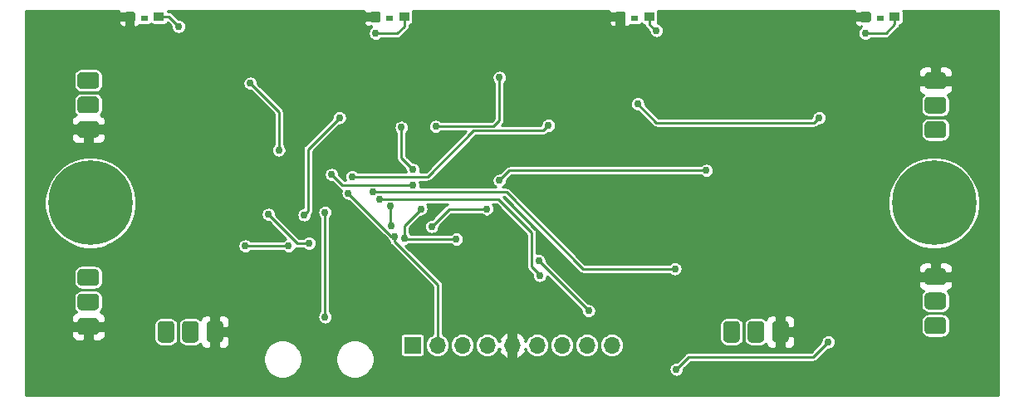
<source format=gbr>
G04 #@! TF.GenerationSoftware,KiCad,Pcbnew,5.1.2*
G04 #@! TF.CreationDate,2019-08-07T23:58:13-05:00*
G04 #@! TF.ProjectId,ddr-ps2-controller,6464722d-7073-4322-9d63-6f6e74726f6c,A*
G04 #@! TF.SameCoordinates,Original*
G04 #@! TF.FileFunction,Copper,L2,Bot*
G04 #@! TF.FilePolarity,Positive*
%FSLAX46Y46*%
G04 Gerber Fmt 4.6, Leading zero omitted, Abs format (unit mm)*
G04 Created by KiCad (PCBNEW 5.1.2) date 2019-08-07 23:58:13*
%MOMM*%
%LPD*%
G04 APERTURE LIST*
%ADD10C,0.100000*%
%ADD11C,1.700000*%
%ADD12R,1.000000X0.900000*%
%ADD13R,0.800000X0.600000*%
%ADD14C,0.762000*%
%ADD15O,1.700000X1.700000*%
%ADD16R,1.700000X1.700000*%
%ADD17C,8.600000*%
%ADD18C,0.900000*%
%ADD19C,0.254000*%
G04 APERTURE END LIST*
D10*
G36*
X107504657Y-91652046D02*
G01*
X107545913Y-91658166D01*
X107586371Y-91668300D01*
X107625640Y-91682351D01*
X107663344Y-91700183D01*
X107699117Y-91721625D01*
X107732617Y-91746471D01*
X107763520Y-91774480D01*
X107791529Y-91805383D01*
X107816375Y-91838883D01*
X107837817Y-91874656D01*
X107855649Y-91912360D01*
X107869700Y-91951629D01*
X107879834Y-91992087D01*
X107885954Y-92033343D01*
X107888000Y-92075000D01*
X107888000Y-92925000D01*
X107885954Y-92966657D01*
X107879834Y-93007913D01*
X107869700Y-93048371D01*
X107855649Y-93087640D01*
X107837817Y-93125344D01*
X107816375Y-93161117D01*
X107791529Y-93194617D01*
X107763520Y-93225520D01*
X107732617Y-93253529D01*
X107699117Y-93278375D01*
X107663344Y-93299817D01*
X107625640Y-93317649D01*
X107586371Y-93331700D01*
X107545913Y-93341834D01*
X107504657Y-93347954D01*
X107463000Y-93350000D01*
X106113000Y-93350000D01*
X106071343Y-93347954D01*
X106030087Y-93341834D01*
X105989629Y-93331700D01*
X105950360Y-93317649D01*
X105912656Y-93299817D01*
X105876883Y-93278375D01*
X105843383Y-93253529D01*
X105812480Y-93225520D01*
X105784471Y-93194617D01*
X105759625Y-93161117D01*
X105738183Y-93125344D01*
X105720351Y-93087640D01*
X105706300Y-93048371D01*
X105696166Y-93007913D01*
X105690046Y-92966657D01*
X105688000Y-92925000D01*
X105688000Y-92075000D01*
X105690046Y-92033343D01*
X105696166Y-91992087D01*
X105706300Y-91951629D01*
X105720351Y-91912360D01*
X105738183Y-91874656D01*
X105759625Y-91838883D01*
X105784471Y-91805383D01*
X105812480Y-91774480D01*
X105843383Y-91746471D01*
X105876883Y-91721625D01*
X105912656Y-91700183D01*
X105950360Y-91682351D01*
X105989629Y-91668300D01*
X106030087Y-91658166D01*
X106071343Y-91652046D01*
X106113000Y-91650000D01*
X107463000Y-91650000D01*
X107504657Y-91652046D01*
X107504657Y-91652046D01*
G37*
D11*
X106788000Y-92500000D03*
D10*
G36*
X107504657Y-89152046D02*
G01*
X107545913Y-89158166D01*
X107586371Y-89168300D01*
X107625640Y-89182351D01*
X107663344Y-89200183D01*
X107699117Y-89221625D01*
X107732617Y-89246471D01*
X107763520Y-89274480D01*
X107791529Y-89305383D01*
X107816375Y-89338883D01*
X107837817Y-89374656D01*
X107855649Y-89412360D01*
X107869700Y-89451629D01*
X107879834Y-89492087D01*
X107885954Y-89533343D01*
X107888000Y-89575000D01*
X107888000Y-90425000D01*
X107885954Y-90466657D01*
X107879834Y-90507913D01*
X107869700Y-90548371D01*
X107855649Y-90587640D01*
X107837817Y-90625344D01*
X107816375Y-90661117D01*
X107791529Y-90694617D01*
X107763520Y-90725520D01*
X107732617Y-90753529D01*
X107699117Y-90778375D01*
X107663344Y-90799817D01*
X107625640Y-90817649D01*
X107586371Y-90831700D01*
X107545913Y-90841834D01*
X107504657Y-90847954D01*
X107463000Y-90850000D01*
X106113000Y-90850000D01*
X106071343Y-90847954D01*
X106030087Y-90841834D01*
X105989629Y-90831700D01*
X105950360Y-90817649D01*
X105912656Y-90799817D01*
X105876883Y-90778375D01*
X105843383Y-90753529D01*
X105812480Y-90725520D01*
X105784471Y-90694617D01*
X105759625Y-90661117D01*
X105738183Y-90625344D01*
X105720351Y-90587640D01*
X105706300Y-90548371D01*
X105696166Y-90507913D01*
X105690046Y-90466657D01*
X105688000Y-90425000D01*
X105688000Y-89575000D01*
X105690046Y-89533343D01*
X105696166Y-89492087D01*
X105706300Y-89451629D01*
X105720351Y-89412360D01*
X105738183Y-89374656D01*
X105759625Y-89338883D01*
X105784471Y-89305383D01*
X105812480Y-89274480D01*
X105843383Y-89246471D01*
X105876883Y-89221625D01*
X105912656Y-89200183D01*
X105950360Y-89182351D01*
X105989629Y-89168300D01*
X106030087Y-89158166D01*
X106071343Y-89152046D01*
X106113000Y-89150000D01*
X107463000Y-89150000D01*
X107504657Y-89152046D01*
X107504657Y-89152046D01*
G37*
D11*
X106788000Y-90000000D03*
D10*
G36*
X107504657Y-86652046D02*
G01*
X107545913Y-86658166D01*
X107586371Y-86668300D01*
X107625640Y-86682351D01*
X107663344Y-86700183D01*
X107699117Y-86721625D01*
X107732617Y-86746471D01*
X107763520Y-86774480D01*
X107791529Y-86805383D01*
X107816375Y-86838883D01*
X107837817Y-86874656D01*
X107855649Y-86912360D01*
X107869700Y-86951629D01*
X107879834Y-86992087D01*
X107885954Y-87033343D01*
X107888000Y-87075000D01*
X107888000Y-87925000D01*
X107885954Y-87966657D01*
X107879834Y-88007913D01*
X107869700Y-88048371D01*
X107855649Y-88087640D01*
X107837817Y-88125344D01*
X107816375Y-88161117D01*
X107791529Y-88194617D01*
X107763520Y-88225520D01*
X107732617Y-88253529D01*
X107699117Y-88278375D01*
X107663344Y-88299817D01*
X107625640Y-88317649D01*
X107586371Y-88331700D01*
X107545913Y-88341834D01*
X107504657Y-88347954D01*
X107463000Y-88350000D01*
X106113000Y-88350000D01*
X106071343Y-88347954D01*
X106030087Y-88341834D01*
X105989629Y-88331700D01*
X105950360Y-88317649D01*
X105912656Y-88299817D01*
X105876883Y-88278375D01*
X105843383Y-88253529D01*
X105812480Y-88225520D01*
X105784471Y-88194617D01*
X105759625Y-88161117D01*
X105738183Y-88125344D01*
X105720351Y-88087640D01*
X105706300Y-88048371D01*
X105696166Y-88007913D01*
X105690046Y-87966657D01*
X105688000Y-87925000D01*
X105688000Y-87075000D01*
X105690046Y-87033343D01*
X105696166Y-86992087D01*
X105706300Y-86951629D01*
X105720351Y-86912360D01*
X105738183Y-86874656D01*
X105759625Y-86838883D01*
X105784471Y-86805383D01*
X105812480Y-86774480D01*
X105843383Y-86746471D01*
X105876883Y-86721625D01*
X105912656Y-86700183D01*
X105950360Y-86682351D01*
X105989629Y-86668300D01*
X106030087Y-86658166D01*
X106071343Y-86652046D01*
X106113000Y-86650000D01*
X107463000Y-86650000D01*
X107504657Y-86652046D01*
X107504657Y-86652046D01*
G37*
D11*
X106788000Y-87500000D03*
D10*
G36*
X107504657Y-111738046D02*
G01*
X107545913Y-111744166D01*
X107586371Y-111754300D01*
X107625640Y-111768351D01*
X107663344Y-111786183D01*
X107699117Y-111807625D01*
X107732617Y-111832471D01*
X107763520Y-111860480D01*
X107791529Y-111891383D01*
X107816375Y-111924883D01*
X107837817Y-111960656D01*
X107855649Y-111998360D01*
X107869700Y-112037629D01*
X107879834Y-112078087D01*
X107885954Y-112119343D01*
X107888000Y-112161000D01*
X107888000Y-113011000D01*
X107885954Y-113052657D01*
X107879834Y-113093913D01*
X107869700Y-113134371D01*
X107855649Y-113173640D01*
X107837817Y-113211344D01*
X107816375Y-113247117D01*
X107791529Y-113280617D01*
X107763520Y-113311520D01*
X107732617Y-113339529D01*
X107699117Y-113364375D01*
X107663344Y-113385817D01*
X107625640Y-113403649D01*
X107586371Y-113417700D01*
X107545913Y-113427834D01*
X107504657Y-113433954D01*
X107463000Y-113436000D01*
X106113000Y-113436000D01*
X106071343Y-113433954D01*
X106030087Y-113427834D01*
X105989629Y-113417700D01*
X105950360Y-113403649D01*
X105912656Y-113385817D01*
X105876883Y-113364375D01*
X105843383Y-113339529D01*
X105812480Y-113311520D01*
X105784471Y-113280617D01*
X105759625Y-113247117D01*
X105738183Y-113211344D01*
X105720351Y-113173640D01*
X105706300Y-113134371D01*
X105696166Y-113093913D01*
X105690046Y-113052657D01*
X105688000Y-113011000D01*
X105688000Y-112161000D01*
X105690046Y-112119343D01*
X105696166Y-112078087D01*
X105706300Y-112037629D01*
X105720351Y-111998360D01*
X105738183Y-111960656D01*
X105759625Y-111924883D01*
X105784471Y-111891383D01*
X105812480Y-111860480D01*
X105843383Y-111832471D01*
X105876883Y-111807625D01*
X105912656Y-111786183D01*
X105950360Y-111768351D01*
X105989629Y-111754300D01*
X106030087Y-111744166D01*
X106071343Y-111738046D01*
X106113000Y-111736000D01*
X107463000Y-111736000D01*
X107504657Y-111738046D01*
X107504657Y-111738046D01*
G37*
D11*
X106788000Y-112586000D03*
D10*
G36*
X107504657Y-109238046D02*
G01*
X107545913Y-109244166D01*
X107586371Y-109254300D01*
X107625640Y-109268351D01*
X107663344Y-109286183D01*
X107699117Y-109307625D01*
X107732617Y-109332471D01*
X107763520Y-109360480D01*
X107791529Y-109391383D01*
X107816375Y-109424883D01*
X107837817Y-109460656D01*
X107855649Y-109498360D01*
X107869700Y-109537629D01*
X107879834Y-109578087D01*
X107885954Y-109619343D01*
X107888000Y-109661000D01*
X107888000Y-110511000D01*
X107885954Y-110552657D01*
X107879834Y-110593913D01*
X107869700Y-110634371D01*
X107855649Y-110673640D01*
X107837817Y-110711344D01*
X107816375Y-110747117D01*
X107791529Y-110780617D01*
X107763520Y-110811520D01*
X107732617Y-110839529D01*
X107699117Y-110864375D01*
X107663344Y-110885817D01*
X107625640Y-110903649D01*
X107586371Y-110917700D01*
X107545913Y-110927834D01*
X107504657Y-110933954D01*
X107463000Y-110936000D01*
X106113000Y-110936000D01*
X106071343Y-110933954D01*
X106030087Y-110927834D01*
X105989629Y-110917700D01*
X105950360Y-110903649D01*
X105912656Y-110885817D01*
X105876883Y-110864375D01*
X105843383Y-110839529D01*
X105812480Y-110811520D01*
X105784471Y-110780617D01*
X105759625Y-110747117D01*
X105738183Y-110711344D01*
X105720351Y-110673640D01*
X105706300Y-110634371D01*
X105696166Y-110593913D01*
X105690046Y-110552657D01*
X105688000Y-110511000D01*
X105688000Y-109661000D01*
X105690046Y-109619343D01*
X105696166Y-109578087D01*
X105706300Y-109537629D01*
X105720351Y-109498360D01*
X105738183Y-109460656D01*
X105759625Y-109424883D01*
X105784471Y-109391383D01*
X105812480Y-109360480D01*
X105843383Y-109332471D01*
X105876883Y-109307625D01*
X105912656Y-109286183D01*
X105950360Y-109268351D01*
X105989629Y-109254300D01*
X106030087Y-109244166D01*
X106071343Y-109238046D01*
X106113000Y-109236000D01*
X107463000Y-109236000D01*
X107504657Y-109238046D01*
X107504657Y-109238046D01*
G37*
D11*
X106788000Y-110086000D03*
D10*
G36*
X107504657Y-106738046D02*
G01*
X107545913Y-106744166D01*
X107586371Y-106754300D01*
X107625640Y-106768351D01*
X107663344Y-106786183D01*
X107699117Y-106807625D01*
X107732617Y-106832471D01*
X107763520Y-106860480D01*
X107791529Y-106891383D01*
X107816375Y-106924883D01*
X107837817Y-106960656D01*
X107855649Y-106998360D01*
X107869700Y-107037629D01*
X107879834Y-107078087D01*
X107885954Y-107119343D01*
X107888000Y-107161000D01*
X107888000Y-108011000D01*
X107885954Y-108052657D01*
X107879834Y-108093913D01*
X107869700Y-108134371D01*
X107855649Y-108173640D01*
X107837817Y-108211344D01*
X107816375Y-108247117D01*
X107791529Y-108280617D01*
X107763520Y-108311520D01*
X107732617Y-108339529D01*
X107699117Y-108364375D01*
X107663344Y-108385817D01*
X107625640Y-108403649D01*
X107586371Y-108417700D01*
X107545913Y-108427834D01*
X107504657Y-108433954D01*
X107463000Y-108436000D01*
X106113000Y-108436000D01*
X106071343Y-108433954D01*
X106030087Y-108427834D01*
X105989629Y-108417700D01*
X105950360Y-108403649D01*
X105912656Y-108385817D01*
X105876883Y-108364375D01*
X105843383Y-108339529D01*
X105812480Y-108311520D01*
X105784471Y-108280617D01*
X105759625Y-108247117D01*
X105738183Y-108211344D01*
X105720351Y-108173640D01*
X105706300Y-108134371D01*
X105696166Y-108093913D01*
X105690046Y-108052657D01*
X105688000Y-108011000D01*
X105688000Y-107161000D01*
X105690046Y-107119343D01*
X105696166Y-107078087D01*
X105706300Y-107037629D01*
X105720351Y-106998360D01*
X105738183Y-106960656D01*
X105759625Y-106924883D01*
X105784471Y-106891383D01*
X105812480Y-106860480D01*
X105843383Y-106832471D01*
X105876883Y-106807625D01*
X105912656Y-106786183D01*
X105950360Y-106768351D01*
X105989629Y-106754300D01*
X106030087Y-106744166D01*
X106071343Y-106738046D01*
X106113000Y-106736000D01*
X107463000Y-106736000D01*
X107504657Y-106738046D01*
X107504657Y-106738046D01*
G37*
D11*
X106788000Y-107586000D03*
D10*
G36*
X193864657Y-86672046D02*
G01*
X193905913Y-86678166D01*
X193946371Y-86688300D01*
X193985640Y-86702351D01*
X194023344Y-86720183D01*
X194059117Y-86741625D01*
X194092617Y-86766471D01*
X194123520Y-86794480D01*
X194151529Y-86825383D01*
X194176375Y-86858883D01*
X194197817Y-86894656D01*
X194215649Y-86932360D01*
X194229700Y-86971629D01*
X194239834Y-87012087D01*
X194245954Y-87053343D01*
X194248000Y-87095000D01*
X194248000Y-87945000D01*
X194245954Y-87986657D01*
X194239834Y-88027913D01*
X194229700Y-88068371D01*
X194215649Y-88107640D01*
X194197817Y-88145344D01*
X194176375Y-88181117D01*
X194151529Y-88214617D01*
X194123520Y-88245520D01*
X194092617Y-88273529D01*
X194059117Y-88298375D01*
X194023344Y-88319817D01*
X193985640Y-88337649D01*
X193946371Y-88351700D01*
X193905913Y-88361834D01*
X193864657Y-88367954D01*
X193823000Y-88370000D01*
X192473000Y-88370000D01*
X192431343Y-88367954D01*
X192390087Y-88361834D01*
X192349629Y-88351700D01*
X192310360Y-88337649D01*
X192272656Y-88319817D01*
X192236883Y-88298375D01*
X192203383Y-88273529D01*
X192172480Y-88245520D01*
X192144471Y-88214617D01*
X192119625Y-88181117D01*
X192098183Y-88145344D01*
X192080351Y-88107640D01*
X192066300Y-88068371D01*
X192056166Y-88027913D01*
X192050046Y-87986657D01*
X192048000Y-87945000D01*
X192048000Y-87095000D01*
X192050046Y-87053343D01*
X192056166Y-87012087D01*
X192066300Y-86971629D01*
X192080351Y-86932360D01*
X192098183Y-86894656D01*
X192119625Y-86858883D01*
X192144471Y-86825383D01*
X192172480Y-86794480D01*
X192203383Y-86766471D01*
X192236883Y-86741625D01*
X192272656Y-86720183D01*
X192310360Y-86702351D01*
X192349629Y-86688300D01*
X192390087Y-86678166D01*
X192431343Y-86672046D01*
X192473000Y-86670000D01*
X193823000Y-86670000D01*
X193864657Y-86672046D01*
X193864657Y-86672046D01*
G37*
D11*
X193148000Y-87520000D03*
D10*
G36*
X193864657Y-89172046D02*
G01*
X193905913Y-89178166D01*
X193946371Y-89188300D01*
X193985640Y-89202351D01*
X194023344Y-89220183D01*
X194059117Y-89241625D01*
X194092617Y-89266471D01*
X194123520Y-89294480D01*
X194151529Y-89325383D01*
X194176375Y-89358883D01*
X194197817Y-89394656D01*
X194215649Y-89432360D01*
X194229700Y-89471629D01*
X194239834Y-89512087D01*
X194245954Y-89553343D01*
X194248000Y-89595000D01*
X194248000Y-90445000D01*
X194245954Y-90486657D01*
X194239834Y-90527913D01*
X194229700Y-90568371D01*
X194215649Y-90607640D01*
X194197817Y-90645344D01*
X194176375Y-90681117D01*
X194151529Y-90714617D01*
X194123520Y-90745520D01*
X194092617Y-90773529D01*
X194059117Y-90798375D01*
X194023344Y-90819817D01*
X193985640Y-90837649D01*
X193946371Y-90851700D01*
X193905913Y-90861834D01*
X193864657Y-90867954D01*
X193823000Y-90870000D01*
X192473000Y-90870000D01*
X192431343Y-90867954D01*
X192390087Y-90861834D01*
X192349629Y-90851700D01*
X192310360Y-90837649D01*
X192272656Y-90819817D01*
X192236883Y-90798375D01*
X192203383Y-90773529D01*
X192172480Y-90745520D01*
X192144471Y-90714617D01*
X192119625Y-90681117D01*
X192098183Y-90645344D01*
X192080351Y-90607640D01*
X192066300Y-90568371D01*
X192056166Y-90527913D01*
X192050046Y-90486657D01*
X192048000Y-90445000D01*
X192048000Y-89595000D01*
X192050046Y-89553343D01*
X192056166Y-89512087D01*
X192066300Y-89471629D01*
X192080351Y-89432360D01*
X192098183Y-89394656D01*
X192119625Y-89358883D01*
X192144471Y-89325383D01*
X192172480Y-89294480D01*
X192203383Y-89266471D01*
X192236883Y-89241625D01*
X192272656Y-89220183D01*
X192310360Y-89202351D01*
X192349629Y-89188300D01*
X192390087Y-89178166D01*
X192431343Y-89172046D01*
X192473000Y-89170000D01*
X193823000Y-89170000D01*
X193864657Y-89172046D01*
X193864657Y-89172046D01*
G37*
D11*
X193148000Y-90020000D03*
D10*
G36*
X193864657Y-91672046D02*
G01*
X193905913Y-91678166D01*
X193946371Y-91688300D01*
X193985640Y-91702351D01*
X194023344Y-91720183D01*
X194059117Y-91741625D01*
X194092617Y-91766471D01*
X194123520Y-91794480D01*
X194151529Y-91825383D01*
X194176375Y-91858883D01*
X194197817Y-91894656D01*
X194215649Y-91932360D01*
X194229700Y-91971629D01*
X194239834Y-92012087D01*
X194245954Y-92053343D01*
X194248000Y-92095000D01*
X194248000Y-92945000D01*
X194245954Y-92986657D01*
X194239834Y-93027913D01*
X194229700Y-93068371D01*
X194215649Y-93107640D01*
X194197817Y-93145344D01*
X194176375Y-93181117D01*
X194151529Y-93214617D01*
X194123520Y-93245520D01*
X194092617Y-93273529D01*
X194059117Y-93298375D01*
X194023344Y-93319817D01*
X193985640Y-93337649D01*
X193946371Y-93351700D01*
X193905913Y-93361834D01*
X193864657Y-93367954D01*
X193823000Y-93370000D01*
X192473000Y-93370000D01*
X192431343Y-93367954D01*
X192390087Y-93361834D01*
X192349629Y-93351700D01*
X192310360Y-93337649D01*
X192272656Y-93319817D01*
X192236883Y-93298375D01*
X192203383Y-93273529D01*
X192172480Y-93245520D01*
X192144471Y-93214617D01*
X192119625Y-93181117D01*
X192098183Y-93145344D01*
X192080351Y-93107640D01*
X192066300Y-93068371D01*
X192056166Y-93027913D01*
X192050046Y-92986657D01*
X192048000Y-92945000D01*
X192048000Y-92095000D01*
X192050046Y-92053343D01*
X192056166Y-92012087D01*
X192066300Y-91971629D01*
X192080351Y-91932360D01*
X192098183Y-91894656D01*
X192119625Y-91858883D01*
X192144471Y-91825383D01*
X192172480Y-91794480D01*
X192203383Y-91766471D01*
X192236883Y-91741625D01*
X192272656Y-91720183D01*
X192310360Y-91702351D01*
X192349629Y-91688300D01*
X192390087Y-91678166D01*
X192431343Y-91672046D01*
X192473000Y-91670000D01*
X193823000Y-91670000D01*
X193864657Y-91672046D01*
X193864657Y-91672046D01*
G37*
D11*
X193148000Y-92520000D03*
D10*
G36*
X193864657Y-106652046D02*
G01*
X193905913Y-106658166D01*
X193946371Y-106668300D01*
X193985640Y-106682351D01*
X194023344Y-106700183D01*
X194059117Y-106721625D01*
X194092617Y-106746471D01*
X194123520Y-106774480D01*
X194151529Y-106805383D01*
X194176375Y-106838883D01*
X194197817Y-106874656D01*
X194215649Y-106912360D01*
X194229700Y-106951629D01*
X194239834Y-106992087D01*
X194245954Y-107033343D01*
X194248000Y-107075000D01*
X194248000Y-107925000D01*
X194245954Y-107966657D01*
X194239834Y-108007913D01*
X194229700Y-108048371D01*
X194215649Y-108087640D01*
X194197817Y-108125344D01*
X194176375Y-108161117D01*
X194151529Y-108194617D01*
X194123520Y-108225520D01*
X194092617Y-108253529D01*
X194059117Y-108278375D01*
X194023344Y-108299817D01*
X193985640Y-108317649D01*
X193946371Y-108331700D01*
X193905913Y-108341834D01*
X193864657Y-108347954D01*
X193823000Y-108350000D01*
X192473000Y-108350000D01*
X192431343Y-108347954D01*
X192390087Y-108341834D01*
X192349629Y-108331700D01*
X192310360Y-108317649D01*
X192272656Y-108299817D01*
X192236883Y-108278375D01*
X192203383Y-108253529D01*
X192172480Y-108225520D01*
X192144471Y-108194617D01*
X192119625Y-108161117D01*
X192098183Y-108125344D01*
X192080351Y-108087640D01*
X192066300Y-108048371D01*
X192056166Y-108007913D01*
X192050046Y-107966657D01*
X192048000Y-107925000D01*
X192048000Y-107075000D01*
X192050046Y-107033343D01*
X192056166Y-106992087D01*
X192066300Y-106951629D01*
X192080351Y-106912360D01*
X192098183Y-106874656D01*
X192119625Y-106838883D01*
X192144471Y-106805383D01*
X192172480Y-106774480D01*
X192203383Y-106746471D01*
X192236883Y-106721625D01*
X192272656Y-106700183D01*
X192310360Y-106682351D01*
X192349629Y-106668300D01*
X192390087Y-106658166D01*
X192431343Y-106652046D01*
X192473000Y-106650000D01*
X193823000Y-106650000D01*
X193864657Y-106652046D01*
X193864657Y-106652046D01*
G37*
D11*
X193148000Y-107500000D03*
D10*
G36*
X193864657Y-109152046D02*
G01*
X193905913Y-109158166D01*
X193946371Y-109168300D01*
X193985640Y-109182351D01*
X194023344Y-109200183D01*
X194059117Y-109221625D01*
X194092617Y-109246471D01*
X194123520Y-109274480D01*
X194151529Y-109305383D01*
X194176375Y-109338883D01*
X194197817Y-109374656D01*
X194215649Y-109412360D01*
X194229700Y-109451629D01*
X194239834Y-109492087D01*
X194245954Y-109533343D01*
X194248000Y-109575000D01*
X194248000Y-110425000D01*
X194245954Y-110466657D01*
X194239834Y-110507913D01*
X194229700Y-110548371D01*
X194215649Y-110587640D01*
X194197817Y-110625344D01*
X194176375Y-110661117D01*
X194151529Y-110694617D01*
X194123520Y-110725520D01*
X194092617Y-110753529D01*
X194059117Y-110778375D01*
X194023344Y-110799817D01*
X193985640Y-110817649D01*
X193946371Y-110831700D01*
X193905913Y-110841834D01*
X193864657Y-110847954D01*
X193823000Y-110850000D01*
X192473000Y-110850000D01*
X192431343Y-110847954D01*
X192390087Y-110841834D01*
X192349629Y-110831700D01*
X192310360Y-110817649D01*
X192272656Y-110799817D01*
X192236883Y-110778375D01*
X192203383Y-110753529D01*
X192172480Y-110725520D01*
X192144471Y-110694617D01*
X192119625Y-110661117D01*
X192098183Y-110625344D01*
X192080351Y-110587640D01*
X192066300Y-110548371D01*
X192056166Y-110507913D01*
X192050046Y-110466657D01*
X192048000Y-110425000D01*
X192048000Y-109575000D01*
X192050046Y-109533343D01*
X192056166Y-109492087D01*
X192066300Y-109451629D01*
X192080351Y-109412360D01*
X192098183Y-109374656D01*
X192119625Y-109338883D01*
X192144471Y-109305383D01*
X192172480Y-109274480D01*
X192203383Y-109246471D01*
X192236883Y-109221625D01*
X192272656Y-109200183D01*
X192310360Y-109182351D01*
X192349629Y-109168300D01*
X192390087Y-109158166D01*
X192431343Y-109152046D01*
X192473000Y-109150000D01*
X193823000Y-109150000D01*
X193864657Y-109152046D01*
X193864657Y-109152046D01*
G37*
D11*
X193148000Y-110000000D03*
D10*
G36*
X193864657Y-111652046D02*
G01*
X193905913Y-111658166D01*
X193946371Y-111668300D01*
X193985640Y-111682351D01*
X194023344Y-111700183D01*
X194059117Y-111721625D01*
X194092617Y-111746471D01*
X194123520Y-111774480D01*
X194151529Y-111805383D01*
X194176375Y-111838883D01*
X194197817Y-111874656D01*
X194215649Y-111912360D01*
X194229700Y-111951629D01*
X194239834Y-111992087D01*
X194245954Y-112033343D01*
X194248000Y-112075000D01*
X194248000Y-112925000D01*
X194245954Y-112966657D01*
X194239834Y-113007913D01*
X194229700Y-113048371D01*
X194215649Y-113087640D01*
X194197817Y-113125344D01*
X194176375Y-113161117D01*
X194151529Y-113194617D01*
X194123520Y-113225520D01*
X194092617Y-113253529D01*
X194059117Y-113278375D01*
X194023344Y-113299817D01*
X193985640Y-113317649D01*
X193946371Y-113331700D01*
X193905913Y-113341834D01*
X193864657Y-113347954D01*
X193823000Y-113350000D01*
X192473000Y-113350000D01*
X192431343Y-113347954D01*
X192390087Y-113341834D01*
X192349629Y-113331700D01*
X192310360Y-113317649D01*
X192272656Y-113299817D01*
X192236883Y-113278375D01*
X192203383Y-113253529D01*
X192172480Y-113225520D01*
X192144471Y-113194617D01*
X192119625Y-113161117D01*
X192098183Y-113125344D01*
X192080351Y-113087640D01*
X192066300Y-113048371D01*
X192056166Y-113007913D01*
X192050046Y-112966657D01*
X192048000Y-112925000D01*
X192048000Y-112075000D01*
X192050046Y-112033343D01*
X192056166Y-111992087D01*
X192066300Y-111951629D01*
X192080351Y-111912360D01*
X192098183Y-111874656D01*
X192119625Y-111838883D01*
X192144471Y-111805383D01*
X192172480Y-111774480D01*
X192203383Y-111746471D01*
X192236883Y-111721625D01*
X192272656Y-111700183D01*
X192310360Y-111682351D01*
X192349629Y-111668300D01*
X192390087Y-111658166D01*
X192431343Y-111652046D01*
X192473000Y-111650000D01*
X193823000Y-111650000D01*
X193864657Y-111652046D01*
X193864657Y-111652046D01*
G37*
D11*
X193148000Y-112500000D03*
D10*
G36*
X120168657Y-112036046D02*
G01*
X120209913Y-112042166D01*
X120250371Y-112052300D01*
X120289640Y-112066351D01*
X120327344Y-112084183D01*
X120363117Y-112105625D01*
X120396617Y-112130471D01*
X120427520Y-112158480D01*
X120455529Y-112189383D01*
X120480375Y-112222883D01*
X120501817Y-112258656D01*
X120519649Y-112296360D01*
X120533700Y-112335629D01*
X120543834Y-112376087D01*
X120549954Y-112417343D01*
X120552000Y-112459000D01*
X120552000Y-113809000D01*
X120549954Y-113850657D01*
X120543834Y-113891913D01*
X120533700Y-113932371D01*
X120519649Y-113971640D01*
X120501817Y-114009344D01*
X120480375Y-114045117D01*
X120455529Y-114078617D01*
X120427520Y-114109520D01*
X120396617Y-114137529D01*
X120363117Y-114162375D01*
X120327344Y-114183817D01*
X120289640Y-114201649D01*
X120250371Y-114215700D01*
X120209913Y-114225834D01*
X120168657Y-114231954D01*
X120127000Y-114234000D01*
X119277000Y-114234000D01*
X119235343Y-114231954D01*
X119194087Y-114225834D01*
X119153629Y-114215700D01*
X119114360Y-114201649D01*
X119076656Y-114183817D01*
X119040883Y-114162375D01*
X119007383Y-114137529D01*
X118976480Y-114109520D01*
X118948471Y-114078617D01*
X118923625Y-114045117D01*
X118902183Y-114009344D01*
X118884351Y-113971640D01*
X118870300Y-113932371D01*
X118860166Y-113891913D01*
X118854046Y-113850657D01*
X118852000Y-113809000D01*
X118852000Y-112459000D01*
X118854046Y-112417343D01*
X118860166Y-112376087D01*
X118870300Y-112335629D01*
X118884351Y-112296360D01*
X118902183Y-112258656D01*
X118923625Y-112222883D01*
X118948471Y-112189383D01*
X118976480Y-112158480D01*
X119007383Y-112130471D01*
X119040883Y-112105625D01*
X119076656Y-112084183D01*
X119114360Y-112066351D01*
X119153629Y-112052300D01*
X119194087Y-112042166D01*
X119235343Y-112036046D01*
X119277000Y-112034000D01*
X120127000Y-112034000D01*
X120168657Y-112036046D01*
X120168657Y-112036046D01*
G37*
D11*
X119702000Y-113134000D03*
D10*
G36*
X117668657Y-112036046D02*
G01*
X117709913Y-112042166D01*
X117750371Y-112052300D01*
X117789640Y-112066351D01*
X117827344Y-112084183D01*
X117863117Y-112105625D01*
X117896617Y-112130471D01*
X117927520Y-112158480D01*
X117955529Y-112189383D01*
X117980375Y-112222883D01*
X118001817Y-112258656D01*
X118019649Y-112296360D01*
X118033700Y-112335629D01*
X118043834Y-112376087D01*
X118049954Y-112417343D01*
X118052000Y-112459000D01*
X118052000Y-113809000D01*
X118049954Y-113850657D01*
X118043834Y-113891913D01*
X118033700Y-113932371D01*
X118019649Y-113971640D01*
X118001817Y-114009344D01*
X117980375Y-114045117D01*
X117955529Y-114078617D01*
X117927520Y-114109520D01*
X117896617Y-114137529D01*
X117863117Y-114162375D01*
X117827344Y-114183817D01*
X117789640Y-114201649D01*
X117750371Y-114215700D01*
X117709913Y-114225834D01*
X117668657Y-114231954D01*
X117627000Y-114234000D01*
X116777000Y-114234000D01*
X116735343Y-114231954D01*
X116694087Y-114225834D01*
X116653629Y-114215700D01*
X116614360Y-114201649D01*
X116576656Y-114183817D01*
X116540883Y-114162375D01*
X116507383Y-114137529D01*
X116476480Y-114109520D01*
X116448471Y-114078617D01*
X116423625Y-114045117D01*
X116402183Y-114009344D01*
X116384351Y-113971640D01*
X116370300Y-113932371D01*
X116360166Y-113891913D01*
X116354046Y-113850657D01*
X116352000Y-113809000D01*
X116352000Y-112459000D01*
X116354046Y-112417343D01*
X116360166Y-112376087D01*
X116370300Y-112335629D01*
X116384351Y-112296360D01*
X116402183Y-112258656D01*
X116423625Y-112222883D01*
X116448471Y-112189383D01*
X116476480Y-112158480D01*
X116507383Y-112130471D01*
X116540883Y-112105625D01*
X116576656Y-112084183D01*
X116614360Y-112066351D01*
X116653629Y-112052300D01*
X116694087Y-112042166D01*
X116735343Y-112036046D01*
X116777000Y-112034000D01*
X117627000Y-112034000D01*
X117668657Y-112036046D01*
X117668657Y-112036046D01*
G37*
D11*
X117202000Y-113134000D03*
D10*
G36*
X115168657Y-112036046D02*
G01*
X115209913Y-112042166D01*
X115250371Y-112052300D01*
X115289640Y-112066351D01*
X115327344Y-112084183D01*
X115363117Y-112105625D01*
X115396617Y-112130471D01*
X115427520Y-112158480D01*
X115455529Y-112189383D01*
X115480375Y-112222883D01*
X115501817Y-112258656D01*
X115519649Y-112296360D01*
X115533700Y-112335629D01*
X115543834Y-112376087D01*
X115549954Y-112417343D01*
X115552000Y-112459000D01*
X115552000Y-113809000D01*
X115549954Y-113850657D01*
X115543834Y-113891913D01*
X115533700Y-113932371D01*
X115519649Y-113971640D01*
X115501817Y-114009344D01*
X115480375Y-114045117D01*
X115455529Y-114078617D01*
X115427520Y-114109520D01*
X115396617Y-114137529D01*
X115363117Y-114162375D01*
X115327344Y-114183817D01*
X115289640Y-114201649D01*
X115250371Y-114215700D01*
X115209913Y-114225834D01*
X115168657Y-114231954D01*
X115127000Y-114234000D01*
X114277000Y-114234000D01*
X114235343Y-114231954D01*
X114194087Y-114225834D01*
X114153629Y-114215700D01*
X114114360Y-114201649D01*
X114076656Y-114183817D01*
X114040883Y-114162375D01*
X114007383Y-114137529D01*
X113976480Y-114109520D01*
X113948471Y-114078617D01*
X113923625Y-114045117D01*
X113902183Y-114009344D01*
X113884351Y-113971640D01*
X113870300Y-113932371D01*
X113860166Y-113891913D01*
X113854046Y-113850657D01*
X113852000Y-113809000D01*
X113852000Y-112459000D01*
X113854046Y-112417343D01*
X113860166Y-112376087D01*
X113870300Y-112335629D01*
X113884351Y-112296360D01*
X113902183Y-112258656D01*
X113923625Y-112222883D01*
X113948471Y-112189383D01*
X113976480Y-112158480D01*
X114007383Y-112130471D01*
X114040883Y-112105625D01*
X114076656Y-112084183D01*
X114114360Y-112066351D01*
X114153629Y-112052300D01*
X114194087Y-112042166D01*
X114235343Y-112036046D01*
X114277000Y-112034000D01*
X115127000Y-112034000D01*
X115168657Y-112036046D01*
X115168657Y-112036046D01*
G37*
D11*
X114702000Y-113134000D03*
D10*
G36*
X177826657Y-112036046D02*
G01*
X177867913Y-112042166D01*
X177908371Y-112052300D01*
X177947640Y-112066351D01*
X177985344Y-112084183D01*
X178021117Y-112105625D01*
X178054617Y-112130471D01*
X178085520Y-112158480D01*
X178113529Y-112189383D01*
X178138375Y-112222883D01*
X178159817Y-112258656D01*
X178177649Y-112296360D01*
X178191700Y-112335629D01*
X178201834Y-112376087D01*
X178207954Y-112417343D01*
X178210000Y-112459000D01*
X178210000Y-113809000D01*
X178207954Y-113850657D01*
X178201834Y-113891913D01*
X178191700Y-113932371D01*
X178177649Y-113971640D01*
X178159817Y-114009344D01*
X178138375Y-114045117D01*
X178113529Y-114078617D01*
X178085520Y-114109520D01*
X178054617Y-114137529D01*
X178021117Y-114162375D01*
X177985344Y-114183817D01*
X177947640Y-114201649D01*
X177908371Y-114215700D01*
X177867913Y-114225834D01*
X177826657Y-114231954D01*
X177785000Y-114234000D01*
X176935000Y-114234000D01*
X176893343Y-114231954D01*
X176852087Y-114225834D01*
X176811629Y-114215700D01*
X176772360Y-114201649D01*
X176734656Y-114183817D01*
X176698883Y-114162375D01*
X176665383Y-114137529D01*
X176634480Y-114109520D01*
X176606471Y-114078617D01*
X176581625Y-114045117D01*
X176560183Y-114009344D01*
X176542351Y-113971640D01*
X176528300Y-113932371D01*
X176518166Y-113891913D01*
X176512046Y-113850657D01*
X176510000Y-113809000D01*
X176510000Y-112459000D01*
X176512046Y-112417343D01*
X176518166Y-112376087D01*
X176528300Y-112335629D01*
X176542351Y-112296360D01*
X176560183Y-112258656D01*
X176581625Y-112222883D01*
X176606471Y-112189383D01*
X176634480Y-112158480D01*
X176665383Y-112130471D01*
X176698883Y-112105625D01*
X176734656Y-112084183D01*
X176772360Y-112066351D01*
X176811629Y-112052300D01*
X176852087Y-112042166D01*
X176893343Y-112036046D01*
X176935000Y-112034000D01*
X177785000Y-112034000D01*
X177826657Y-112036046D01*
X177826657Y-112036046D01*
G37*
D11*
X177360000Y-113134000D03*
D10*
G36*
X175326657Y-112036046D02*
G01*
X175367913Y-112042166D01*
X175408371Y-112052300D01*
X175447640Y-112066351D01*
X175485344Y-112084183D01*
X175521117Y-112105625D01*
X175554617Y-112130471D01*
X175585520Y-112158480D01*
X175613529Y-112189383D01*
X175638375Y-112222883D01*
X175659817Y-112258656D01*
X175677649Y-112296360D01*
X175691700Y-112335629D01*
X175701834Y-112376087D01*
X175707954Y-112417343D01*
X175710000Y-112459000D01*
X175710000Y-113809000D01*
X175707954Y-113850657D01*
X175701834Y-113891913D01*
X175691700Y-113932371D01*
X175677649Y-113971640D01*
X175659817Y-114009344D01*
X175638375Y-114045117D01*
X175613529Y-114078617D01*
X175585520Y-114109520D01*
X175554617Y-114137529D01*
X175521117Y-114162375D01*
X175485344Y-114183817D01*
X175447640Y-114201649D01*
X175408371Y-114215700D01*
X175367913Y-114225834D01*
X175326657Y-114231954D01*
X175285000Y-114234000D01*
X174435000Y-114234000D01*
X174393343Y-114231954D01*
X174352087Y-114225834D01*
X174311629Y-114215700D01*
X174272360Y-114201649D01*
X174234656Y-114183817D01*
X174198883Y-114162375D01*
X174165383Y-114137529D01*
X174134480Y-114109520D01*
X174106471Y-114078617D01*
X174081625Y-114045117D01*
X174060183Y-114009344D01*
X174042351Y-113971640D01*
X174028300Y-113932371D01*
X174018166Y-113891913D01*
X174012046Y-113850657D01*
X174010000Y-113809000D01*
X174010000Y-112459000D01*
X174012046Y-112417343D01*
X174018166Y-112376087D01*
X174028300Y-112335629D01*
X174042351Y-112296360D01*
X174060183Y-112258656D01*
X174081625Y-112222883D01*
X174106471Y-112189383D01*
X174134480Y-112158480D01*
X174165383Y-112130471D01*
X174198883Y-112105625D01*
X174234656Y-112084183D01*
X174272360Y-112066351D01*
X174311629Y-112052300D01*
X174352087Y-112042166D01*
X174393343Y-112036046D01*
X174435000Y-112034000D01*
X175285000Y-112034000D01*
X175326657Y-112036046D01*
X175326657Y-112036046D01*
G37*
D11*
X174860000Y-113134000D03*
D10*
G36*
X172826657Y-112036046D02*
G01*
X172867913Y-112042166D01*
X172908371Y-112052300D01*
X172947640Y-112066351D01*
X172985344Y-112084183D01*
X173021117Y-112105625D01*
X173054617Y-112130471D01*
X173085520Y-112158480D01*
X173113529Y-112189383D01*
X173138375Y-112222883D01*
X173159817Y-112258656D01*
X173177649Y-112296360D01*
X173191700Y-112335629D01*
X173201834Y-112376087D01*
X173207954Y-112417343D01*
X173210000Y-112459000D01*
X173210000Y-113809000D01*
X173207954Y-113850657D01*
X173201834Y-113891913D01*
X173191700Y-113932371D01*
X173177649Y-113971640D01*
X173159817Y-114009344D01*
X173138375Y-114045117D01*
X173113529Y-114078617D01*
X173085520Y-114109520D01*
X173054617Y-114137529D01*
X173021117Y-114162375D01*
X172985344Y-114183817D01*
X172947640Y-114201649D01*
X172908371Y-114215700D01*
X172867913Y-114225834D01*
X172826657Y-114231954D01*
X172785000Y-114234000D01*
X171935000Y-114234000D01*
X171893343Y-114231954D01*
X171852087Y-114225834D01*
X171811629Y-114215700D01*
X171772360Y-114201649D01*
X171734656Y-114183817D01*
X171698883Y-114162375D01*
X171665383Y-114137529D01*
X171634480Y-114109520D01*
X171606471Y-114078617D01*
X171581625Y-114045117D01*
X171560183Y-114009344D01*
X171542351Y-113971640D01*
X171528300Y-113932371D01*
X171518166Y-113891913D01*
X171512046Y-113850657D01*
X171510000Y-113809000D01*
X171510000Y-112459000D01*
X171512046Y-112417343D01*
X171518166Y-112376087D01*
X171528300Y-112335629D01*
X171542351Y-112296360D01*
X171560183Y-112258656D01*
X171581625Y-112222883D01*
X171606471Y-112189383D01*
X171634480Y-112158480D01*
X171665383Y-112130471D01*
X171698883Y-112105625D01*
X171734656Y-112084183D01*
X171772360Y-112066351D01*
X171811629Y-112052300D01*
X171852087Y-112042166D01*
X171893343Y-112036046D01*
X171935000Y-112034000D01*
X172785000Y-112034000D01*
X172826657Y-112036046D01*
X172826657Y-112036046D01*
G37*
D11*
X172360000Y-113134000D03*
D12*
X111000000Y-81000000D03*
D13*
X112500000Y-81150000D03*
D12*
X114000000Y-81000000D03*
X136000000Y-81000000D03*
D13*
X137500000Y-81150000D03*
D12*
X139000000Y-81000000D03*
X161000000Y-81000000D03*
D13*
X162500000Y-81150000D03*
D12*
X164000000Y-81000000D03*
X186000000Y-81000000D03*
D13*
X187500000Y-81150000D03*
D12*
X189000000Y-81000000D03*
D14*
X190100000Y-82600000D03*
X163400000Y-82400000D03*
X140600000Y-81000000D03*
X114000000Y-82300000D03*
X170000000Y-105000000D03*
X173600000Y-100600000D03*
X173100000Y-103400000D03*
X173100000Y-107800000D03*
X160500000Y-109000000D03*
X138500000Y-108500000D03*
X186500000Y-112900000D03*
X186500000Y-93000000D03*
X177000000Y-87500000D03*
X176000000Y-88600000D03*
X127100000Y-87500000D03*
X126000000Y-88600000D03*
X114400000Y-88000000D03*
X113500000Y-107000000D03*
X121500000Y-106500000D03*
X136100000Y-105500000D03*
X135300000Y-108200000D03*
X150400000Y-111100000D03*
X149900000Y-106900000D03*
X149900000Y-104000000D03*
X153200000Y-100200000D03*
X153200000Y-97900000D03*
D15*
X160160000Y-114500000D03*
X157620000Y-114500000D03*
X155080000Y-114500000D03*
X152540000Y-114500000D03*
X150000000Y-114500000D03*
X147460000Y-114500000D03*
X144920000Y-114500000D03*
X142380000Y-114500000D03*
D16*
X139840000Y-114500000D03*
D17*
X107000000Y-100000000D03*
D18*
X110225000Y-100000000D03*
X109280419Y-102280419D03*
X107000000Y-103225000D03*
X104719581Y-102280419D03*
X103775000Y-100000000D03*
X104719581Y-97719581D03*
X107000000Y-96775000D03*
X109280419Y-97719581D03*
X195280419Y-97719581D03*
X193000000Y-96775000D03*
X190719581Y-97719581D03*
X189775000Y-100000000D03*
X190719581Y-102280419D03*
X193000000Y-103225000D03*
X195280419Y-102280419D03*
X196225000Y-100000000D03*
D17*
X193000000Y-100000000D03*
D14*
X116000000Y-82000000D03*
X136100000Y-82700000D03*
X164700000Y-82400000D03*
X186000000Y-82700000D03*
X129300000Y-104100000D03*
X125165059Y-101165059D03*
X127200000Y-104400000D03*
X122799190Y-104386469D03*
X128800000Y-101200000D03*
X132400000Y-91300000D03*
X162800000Y-89900000D03*
X181300000Y-91300000D03*
X130918000Y-100942000D03*
X130918000Y-111610000D03*
X166732000Y-116944000D03*
X182226000Y-114150000D03*
X153700000Y-92100000D03*
X133700000Y-97300000D03*
X133300000Y-99000000D03*
X138000000Y-103400000D03*
X137600000Y-100285800D03*
X142200000Y-92200000D03*
X148700000Y-87200000D03*
X137700000Y-102299996D03*
X139900000Y-96600000D03*
X138700000Y-92300000D03*
X144300000Y-103700000D03*
X139000000Y-103600000D03*
X140700000Y-100600000D03*
X136500000Y-99600000D03*
X152800000Y-107400000D03*
X152700000Y-105900000D03*
X157800000Y-111000000D03*
X123300000Y-87800000D03*
X126200000Y-94600000D03*
X131600000Y-97100000D03*
X139900000Y-98200000D03*
X169800000Y-96700000D03*
X148700000Y-97700000D03*
X147400000Y-100600000D03*
X141800000Y-102385800D03*
X135800000Y-98900000D03*
X166600000Y-106700000D03*
D19*
X114000000Y-81000000D02*
X115000000Y-81000000D01*
X115000000Y-81000000D02*
X116000000Y-82000000D01*
X139000000Y-82000000D02*
X138300000Y-82700000D01*
X139000000Y-81000000D02*
X139000000Y-82000000D01*
X138300000Y-82700000D02*
X136638815Y-82700000D01*
X136638815Y-82700000D02*
X136100000Y-82700000D01*
X164700000Y-82400000D02*
X164600000Y-82400000D01*
X164600000Y-82400000D02*
X164000000Y-81800000D01*
X164000000Y-81800000D02*
X164000000Y-81000000D01*
X186538815Y-82700000D02*
X186000000Y-82700000D01*
X189000000Y-80850000D02*
X189000000Y-81800000D01*
X188100000Y-82700000D02*
X186538815Y-82700000D01*
X189000000Y-81800000D02*
X188100000Y-82700000D01*
X129300000Y-104100000D02*
X128100000Y-104100000D01*
X128100000Y-104100000D02*
X125546058Y-101546058D01*
X125546058Y-101546058D02*
X125165059Y-101165059D01*
X122812721Y-104400000D02*
X122799190Y-104386469D01*
X127200000Y-104400000D02*
X122812721Y-104400000D01*
X129180999Y-100819001D02*
X129180999Y-96919001D01*
X128800000Y-101200000D02*
X129180999Y-100819001D01*
X129180999Y-96919001D02*
X129180999Y-94519001D01*
X129180999Y-94519001D02*
X132400000Y-91300000D01*
X162800000Y-89900000D02*
X164700000Y-91800000D01*
X164700000Y-91800000D02*
X180800000Y-91800000D01*
X180800000Y-91800000D02*
X181300000Y-91300000D01*
X130918000Y-100942000D02*
X130918000Y-111610000D01*
X166732000Y-116944000D02*
X168002000Y-115674000D01*
X168002000Y-115674000D02*
X180702000Y-115674000D01*
X180702000Y-115674000D02*
X182226000Y-114150000D01*
X153168190Y-92631810D02*
X146068190Y-92631810D01*
X153700000Y-92100000D02*
X153168190Y-92631810D01*
X146068190Y-92631810D02*
X141400000Y-97300000D01*
X141400000Y-97300000D02*
X133700000Y-97300000D01*
X133300000Y-99000000D02*
X137700000Y-103400000D01*
X137700000Y-103400000D02*
X138000000Y-103400000D01*
X142380000Y-113297919D02*
X142380000Y-114500000D01*
X138000000Y-103938815D02*
X142380000Y-108318815D01*
X142380000Y-108318815D02*
X142380000Y-113297919D01*
X138000000Y-103400000D02*
X138000000Y-103938815D01*
X142200000Y-92200000D02*
X148100000Y-92200000D01*
X148100000Y-92200000D02*
X148700000Y-91600000D01*
X148700000Y-91600000D02*
X148700000Y-87200000D01*
X137600000Y-102199996D02*
X137700000Y-102299996D01*
X137600000Y-100285800D02*
X137600000Y-102199996D01*
X139900000Y-96600000D02*
X138700000Y-95400000D01*
X138700000Y-95400000D02*
X138700000Y-92300000D01*
X144300000Y-103700000D02*
X139100000Y-103700000D01*
X139100000Y-103700000D02*
X139000000Y-103600000D01*
X139000000Y-103600000D02*
X139000000Y-102300000D01*
X139000000Y-102300000D02*
X140700000Y-100600000D01*
X136500000Y-99600000D02*
X148600000Y-99600000D01*
X152014199Y-103014199D02*
X152014199Y-106514199D01*
X148600000Y-99600000D02*
X152014199Y-103014199D01*
X152014199Y-106514199D02*
X152800000Y-107300000D01*
X152800000Y-107300000D02*
X152800000Y-107400000D01*
X152700000Y-105900000D02*
X157800000Y-111000000D01*
X123300000Y-87800000D02*
X126200000Y-90700000D01*
X126200000Y-90700000D02*
X126200000Y-94600000D01*
X131600000Y-97100000D02*
X132700000Y-98200000D01*
X132700000Y-98200000D02*
X139900000Y-98200000D01*
X169800000Y-96700000D02*
X149700000Y-96700000D01*
X149700000Y-96700000D02*
X148700000Y-97700000D01*
X147400000Y-100600000D02*
X143585800Y-100600000D01*
X143585800Y-100600000D02*
X141800000Y-102385800D01*
X157200000Y-106700000D02*
X166600000Y-106700000D01*
X135800000Y-98900000D02*
X149400000Y-98900000D01*
X149400000Y-98900000D02*
X157200000Y-106700000D01*
G36*
X109876723Y-80413391D02*
G01*
X109865000Y-80518250D01*
X110023750Y-80677000D01*
X110627000Y-80677000D01*
X110627000Y-80599000D01*
X111373000Y-80599000D01*
X111373000Y-80677000D01*
X111401000Y-80677000D01*
X111401000Y-81323000D01*
X111373000Y-81323000D01*
X111373000Y-81926250D01*
X111531750Y-82085000D01*
X111612308Y-82078111D01*
X111732688Y-82044131D01*
X111844126Y-81987320D01*
X111942340Y-81909860D01*
X112016621Y-81822851D01*
X112025311Y-81825487D01*
X112100000Y-81832843D01*
X112900000Y-81832843D01*
X112974689Y-81825487D01*
X113046508Y-81803701D01*
X113112696Y-81768322D01*
X113170711Y-81720711D01*
X113200000Y-81685022D01*
X113229289Y-81720711D01*
X113287304Y-81768322D01*
X113353492Y-81803701D01*
X113425311Y-81825487D01*
X113500000Y-81832843D01*
X114500000Y-81832843D01*
X114574689Y-81825487D01*
X114646508Y-81803701D01*
X114712696Y-81768322D01*
X114770711Y-81720711D01*
X114818322Y-81662696D01*
X114853701Y-81596508D01*
X114859377Y-81577797D01*
X115238000Y-81956420D01*
X115238000Y-82075050D01*
X115267283Y-82222267D01*
X115324724Y-82360942D01*
X115408116Y-82485747D01*
X115514253Y-82591884D01*
X115639058Y-82675276D01*
X115777733Y-82732717D01*
X115924950Y-82762000D01*
X116075050Y-82762000D01*
X116222267Y-82732717D01*
X116360942Y-82675276D01*
X116485747Y-82591884D01*
X116591884Y-82485747D01*
X116675276Y-82360942D01*
X116732717Y-82222267D01*
X116762000Y-82075050D01*
X116762000Y-81924950D01*
X116732717Y-81777733D01*
X116675276Y-81639058D01*
X116591884Y-81514253D01*
X116485747Y-81408116D01*
X116360942Y-81324724D01*
X116222267Y-81267283D01*
X116075050Y-81238000D01*
X115956420Y-81238000D01*
X115376855Y-80658435D01*
X115360948Y-80639052D01*
X115283595Y-80575571D01*
X115195343Y-80528399D01*
X115099585Y-80499351D01*
X115024947Y-80492000D01*
X115024944Y-80492000D01*
X115000000Y-80489543D01*
X114975056Y-80492000D01*
X114877131Y-80492000D01*
X114875487Y-80475311D01*
X114854462Y-80406000D01*
X134879123Y-80406000D01*
X134876723Y-80413391D01*
X134865000Y-80518250D01*
X135023750Y-80677000D01*
X135627000Y-80677000D01*
X135627000Y-80599000D01*
X136373000Y-80599000D01*
X136373000Y-80677000D01*
X136401000Y-80677000D01*
X136401000Y-81323000D01*
X136373000Y-81323000D01*
X136373000Y-81401000D01*
X135627000Y-81401000D01*
X135627000Y-81323000D01*
X135023750Y-81323000D01*
X134865000Y-81481750D01*
X134876723Y-81586609D01*
X134915350Y-81705579D01*
X134976445Y-81814728D01*
X135057660Y-81909860D01*
X135155874Y-81987320D01*
X135267312Y-82044131D01*
X135387692Y-82078111D01*
X135468250Y-82085000D01*
X135618998Y-81934252D01*
X135618998Y-82085000D01*
X135648849Y-82085000D01*
X135614253Y-82108116D01*
X135508116Y-82214253D01*
X135424724Y-82339058D01*
X135367283Y-82477733D01*
X135338000Y-82624950D01*
X135338000Y-82775050D01*
X135367283Y-82922267D01*
X135424724Y-83060942D01*
X135508116Y-83185747D01*
X135614253Y-83291884D01*
X135739058Y-83375276D01*
X135877733Y-83432717D01*
X136024950Y-83462000D01*
X136175050Y-83462000D01*
X136322267Y-83432717D01*
X136460942Y-83375276D01*
X136585747Y-83291884D01*
X136669631Y-83208000D01*
X138275056Y-83208000D01*
X138300000Y-83210457D01*
X138324944Y-83208000D01*
X138324947Y-83208000D01*
X138399585Y-83200649D01*
X138495343Y-83171601D01*
X138583595Y-83124429D01*
X138660948Y-83060948D01*
X138676855Y-83041565D01*
X139341571Y-82376850D01*
X139360948Y-82360948D01*
X139379624Y-82338190D01*
X139424429Y-82283596D01*
X139471600Y-82195345D01*
X139476943Y-82177733D01*
X139500649Y-82099585D01*
X139508000Y-82024947D01*
X139508000Y-82024945D01*
X139510457Y-82000001D01*
X139508000Y-81975057D01*
X139508000Y-81832055D01*
X139574689Y-81825487D01*
X139646508Y-81803701D01*
X139712696Y-81768322D01*
X139770711Y-81720711D01*
X139818322Y-81662696D01*
X139853701Y-81596508D01*
X139875487Y-81524689D01*
X139879715Y-81481750D01*
X159865000Y-81481750D01*
X159876723Y-81586609D01*
X159915350Y-81705579D01*
X159976445Y-81814728D01*
X160057660Y-81909860D01*
X160155874Y-81987320D01*
X160267312Y-82044131D01*
X160387692Y-82078111D01*
X160468250Y-82085000D01*
X160627000Y-81926250D01*
X160627000Y-81323000D01*
X160023750Y-81323000D01*
X159865000Y-81481750D01*
X139879715Y-81481750D01*
X139882843Y-81450000D01*
X139882843Y-80550000D01*
X139875487Y-80475311D01*
X139854462Y-80406000D01*
X159879123Y-80406000D01*
X159876723Y-80413391D01*
X159865000Y-80518250D01*
X160023750Y-80677000D01*
X160627000Y-80677000D01*
X160627000Y-80599000D01*
X161373000Y-80599000D01*
X161373000Y-80677000D01*
X161401000Y-80677000D01*
X161401000Y-81323000D01*
X161373000Y-81323000D01*
X161373000Y-81926250D01*
X161531750Y-82085000D01*
X161612308Y-82078111D01*
X161732688Y-82044131D01*
X161844126Y-81987320D01*
X161942340Y-81909860D01*
X162016621Y-81822851D01*
X162025311Y-81825487D01*
X162100000Y-81832843D01*
X162900000Y-81832843D01*
X162974689Y-81825487D01*
X163046508Y-81803701D01*
X163112696Y-81768322D01*
X163170711Y-81720711D01*
X163200000Y-81685022D01*
X163229289Y-81720711D01*
X163287304Y-81768322D01*
X163353492Y-81803701D01*
X163425311Y-81825487D01*
X163492707Y-81832125D01*
X163499351Y-81899584D01*
X163528399Y-81995342D01*
X163575571Y-82083595D01*
X163639052Y-82160948D01*
X163658435Y-82176855D01*
X163938000Y-82456420D01*
X163938000Y-82475050D01*
X163967283Y-82622267D01*
X164024724Y-82760942D01*
X164108116Y-82885747D01*
X164214253Y-82991884D01*
X164339058Y-83075276D01*
X164477733Y-83132717D01*
X164624950Y-83162000D01*
X164775050Y-83162000D01*
X164922267Y-83132717D01*
X165060942Y-83075276D01*
X165185747Y-82991884D01*
X165291884Y-82885747D01*
X165375276Y-82760942D01*
X165432717Y-82622267D01*
X165462000Y-82475050D01*
X165462000Y-82324950D01*
X165432717Y-82177733D01*
X165375276Y-82039058D01*
X165291884Y-81914253D01*
X165185747Y-81808116D01*
X165060942Y-81724724D01*
X164922267Y-81667283D01*
X164826095Y-81648153D01*
X164853701Y-81596508D01*
X164875487Y-81524689D01*
X164882843Y-81450000D01*
X164882843Y-80550000D01*
X164875487Y-80475311D01*
X164854462Y-80406000D01*
X184879123Y-80406000D01*
X184876723Y-80413391D01*
X184865000Y-80518250D01*
X185023750Y-80677000D01*
X185627000Y-80677000D01*
X185627000Y-80599000D01*
X186373000Y-80599000D01*
X186373000Y-80677000D01*
X186401000Y-80677000D01*
X186401000Y-81323000D01*
X186373000Y-81323000D01*
X186373000Y-81401000D01*
X185627000Y-81401000D01*
X185627000Y-81323000D01*
X185023750Y-81323000D01*
X184865000Y-81481750D01*
X184876723Y-81586609D01*
X184915350Y-81705579D01*
X184976445Y-81814728D01*
X185057660Y-81909860D01*
X185155874Y-81987320D01*
X185267312Y-82044131D01*
X185387692Y-82078111D01*
X185468250Y-82085000D01*
X185618998Y-81934252D01*
X185618998Y-82038128D01*
X185514253Y-82108116D01*
X185408116Y-82214253D01*
X185324724Y-82339058D01*
X185267283Y-82477733D01*
X185238000Y-82624950D01*
X185238000Y-82775050D01*
X185267283Y-82922267D01*
X185324724Y-83060942D01*
X185408116Y-83185747D01*
X185514253Y-83291884D01*
X185639058Y-83375276D01*
X185777733Y-83432717D01*
X185924950Y-83462000D01*
X186075050Y-83462000D01*
X186222267Y-83432717D01*
X186360942Y-83375276D01*
X186485747Y-83291884D01*
X186569631Y-83208000D01*
X188075056Y-83208000D01*
X188100000Y-83210457D01*
X188124944Y-83208000D01*
X188124947Y-83208000D01*
X188199585Y-83200649D01*
X188295343Y-83171601D01*
X188383595Y-83124429D01*
X188460948Y-83060948D01*
X188476855Y-83041565D01*
X189341571Y-82176850D01*
X189360948Y-82160948D01*
X189397504Y-82116404D01*
X189424429Y-82083596D01*
X189471600Y-81995345D01*
X189471601Y-81995342D01*
X189500649Y-81899585D01*
X189507293Y-81832125D01*
X189574689Y-81825487D01*
X189646508Y-81803701D01*
X189712696Y-81768322D01*
X189770711Y-81720711D01*
X189818322Y-81662696D01*
X189853701Y-81596508D01*
X189875487Y-81524689D01*
X189882843Y-81450000D01*
X189882843Y-80550000D01*
X189875487Y-80475311D01*
X189854462Y-80406000D01*
X199580146Y-80406000D01*
X199592808Y-80407241D01*
X199594000Y-80418580D01*
X199594001Y-119580136D01*
X199592758Y-119592808D01*
X199581420Y-119594000D01*
X100419854Y-119594000D01*
X100407192Y-119592758D01*
X100406000Y-119581420D01*
X100406000Y-115732889D01*
X124619000Y-115732889D01*
X124619000Y-116123111D01*
X124695129Y-116505836D01*
X124844461Y-116866355D01*
X125061257Y-117190814D01*
X125337186Y-117466743D01*
X125661645Y-117683539D01*
X126022164Y-117832871D01*
X126404889Y-117909000D01*
X126795111Y-117909000D01*
X127177836Y-117832871D01*
X127538355Y-117683539D01*
X127862814Y-117466743D01*
X128138743Y-117190814D01*
X128355539Y-116866355D01*
X128504871Y-116505836D01*
X128581000Y-116123111D01*
X128581000Y-115732889D01*
X131985000Y-115732889D01*
X131985000Y-116123111D01*
X132061129Y-116505836D01*
X132210461Y-116866355D01*
X132427257Y-117190814D01*
X132703186Y-117466743D01*
X133027645Y-117683539D01*
X133388164Y-117832871D01*
X133770889Y-117909000D01*
X134161111Y-117909000D01*
X134543836Y-117832871D01*
X134904355Y-117683539D01*
X135228814Y-117466743D01*
X135504743Y-117190814D01*
X135719805Y-116868950D01*
X165970000Y-116868950D01*
X165970000Y-117019050D01*
X165999283Y-117166267D01*
X166056724Y-117304942D01*
X166140116Y-117429747D01*
X166246253Y-117535884D01*
X166371058Y-117619276D01*
X166509733Y-117676717D01*
X166656950Y-117706000D01*
X166807050Y-117706000D01*
X166954267Y-117676717D01*
X167092942Y-117619276D01*
X167217747Y-117535884D01*
X167323884Y-117429747D01*
X167407276Y-117304942D01*
X167464717Y-117166267D01*
X167494000Y-117019050D01*
X167494000Y-116900420D01*
X168212421Y-116182000D01*
X180677056Y-116182000D01*
X180702000Y-116184457D01*
X180726944Y-116182000D01*
X180726947Y-116182000D01*
X180801585Y-116174649D01*
X180897343Y-116145601D01*
X180985595Y-116098429D01*
X181062948Y-116034948D01*
X181078855Y-116015565D01*
X182182421Y-114912000D01*
X182301050Y-114912000D01*
X182448267Y-114882717D01*
X182586942Y-114825276D01*
X182711747Y-114741884D01*
X182817884Y-114635747D01*
X182901276Y-114510942D01*
X182958717Y-114372267D01*
X182988000Y-114225050D01*
X182988000Y-114074950D01*
X182958717Y-113927733D01*
X182901276Y-113789058D01*
X182817884Y-113664253D01*
X182711747Y-113558116D01*
X182586942Y-113474724D01*
X182448267Y-113417283D01*
X182301050Y-113388000D01*
X182150950Y-113388000D01*
X182003733Y-113417283D01*
X181865058Y-113474724D01*
X181740253Y-113558116D01*
X181634116Y-113664253D01*
X181550724Y-113789058D01*
X181493283Y-113927733D01*
X181464000Y-114074950D01*
X181464000Y-114193579D01*
X180491580Y-115166000D01*
X168026943Y-115166000D01*
X168001999Y-115163543D01*
X167977055Y-115166000D01*
X167977053Y-115166000D01*
X167902415Y-115173351D01*
X167806657Y-115202399D01*
X167806655Y-115202400D01*
X167718404Y-115249571D01*
X167663810Y-115294376D01*
X167641052Y-115313052D01*
X167625150Y-115332429D01*
X166775580Y-116182000D01*
X166656950Y-116182000D01*
X166509733Y-116211283D01*
X166371058Y-116268724D01*
X166246253Y-116352116D01*
X166140116Y-116458253D01*
X166056724Y-116583058D01*
X165999283Y-116721733D01*
X165970000Y-116868950D01*
X135719805Y-116868950D01*
X135721539Y-116866355D01*
X135870871Y-116505836D01*
X135947000Y-116123111D01*
X135947000Y-115732889D01*
X135870871Y-115350164D01*
X135721539Y-114989645D01*
X135504743Y-114665186D01*
X135228814Y-114389257D01*
X134904355Y-114172461D01*
X134543836Y-114023129D01*
X134161111Y-113947000D01*
X133770889Y-113947000D01*
X133388164Y-114023129D01*
X133027645Y-114172461D01*
X132703186Y-114389257D01*
X132427257Y-114665186D01*
X132210461Y-114989645D01*
X132061129Y-115350164D01*
X131985000Y-115732889D01*
X128581000Y-115732889D01*
X128504871Y-115350164D01*
X128355539Y-114989645D01*
X128138743Y-114665186D01*
X127862814Y-114389257D01*
X127538355Y-114172461D01*
X127177836Y-114023129D01*
X126795111Y-113947000D01*
X126404889Y-113947000D01*
X126022164Y-114023129D01*
X125661645Y-114172461D01*
X125337186Y-114389257D01*
X125061257Y-114665186D01*
X124844461Y-114989645D01*
X124695129Y-115350164D01*
X124619000Y-115732889D01*
X100406000Y-115732889D01*
X100406000Y-113436000D01*
X105049928Y-113436000D01*
X105062188Y-113560482D01*
X105098498Y-113680180D01*
X105157463Y-113790494D01*
X105236815Y-113887185D01*
X105333506Y-113966537D01*
X105443820Y-114025502D01*
X105563518Y-114061812D01*
X105688000Y-114074072D01*
X106248250Y-114071000D01*
X106407000Y-113912250D01*
X106407000Y-112967000D01*
X107169000Y-112967000D01*
X107169000Y-113912250D01*
X107327750Y-114071000D01*
X107888000Y-114074072D01*
X108012482Y-114061812D01*
X108132180Y-114025502D01*
X108242494Y-113966537D01*
X108339185Y-113887185D01*
X108418537Y-113790494D01*
X108477502Y-113680180D01*
X108513812Y-113560482D01*
X108526072Y-113436000D01*
X108523000Y-113125750D01*
X108364250Y-112967000D01*
X107169000Y-112967000D01*
X106407000Y-112967000D01*
X105211750Y-112967000D01*
X105053000Y-113125750D01*
X105049928Y-113436000D01*
X100406000Y-113436000D01*
X100406000Y-112459000D01*
X113469157Y-112459000D01*
X113469157Y-113809000D01*
X113484679Y-113966602D01*
X113530650Y-114118148D01*
X113605303Y-114257814D01*
X113705769Y-114380231D01*
X113828186Y-114480697D01*
X113967852Y-114555350D01*
X114119398Y-114601321D01*
X114277000Y-114616843D01*
X115127000Y-114616843D01*
X115284602Y-114601321D01*
X115436148Y-114555350D01*
X115575814Y-114480697D01*
X115698231Y-114380231D01*
X115798697Y-114257814D01*
X115873350Y-114118148D01*
X115919321Y-113966602D01*
X115934843Y-113809000D01*
X115934843Y-112459000D01*
X115969157Y-112459000D01*
X115969157Y-113809000D01*
X115984679Y-113966602D01*
X116030650Y-114118148D01*
X116105303Y-114257814D01*
X116205769Y-114380231D01*
X116328186Y-114480697D01*
X116467852Y-114555350D01*
X116619398Y-114601321D01*
X116777000Y-114616843D01*
X117627000Y-114616843D01*
X117784602Y-114601321D01*
X117936148Y-114555350D01*
X118075814Y-114480697D01*
X118198231Y-114380231D01*
X118225105Y-114347485D01*
X118226188Y-114358482D01*
X118262498Y-114478180D01*
X118321463Y-114588494D01*
X118400815Y-114685185D01*
X118497506Y-114764537D01*
X118607820Y-114823502D01*
X118727518Y-114859812D01*
X118852000Y-114872072D01*
X119162250Y-114869000D01*
X119321000Y-114710250D01*
X119321000Y-113515000D01*
X120083000Y-113515000D01*
X120083000Y-114710250D01*
X120241750Y-114869000D01*
X120552000Y-114872072D01*
X120676482Y-114859812D01*
X120796180Y-114823502D01*
X120906494Y-114764537D01*
X121003185Y-114685185D01*
X121082537Y-114588494D01*
X121141502Y-114478180D01*
X121177812Y-114358482D01*
X121190072Y-114234000D01*
X121187000Y-113673750D01*
X121163250Y-113650000D01*
X138607157Y-113650000D01*
X138607157Y-115350000D01*
X138614513Y-115424689D01*
X138636299Y-115496508D01*
X138671678Y-115562696D01*
X138719289Y-115620711D01*
X138777304Y-115668322D01*
X138843492Y-115703701D01*
X138915311Y-115725487D01*
X138990000Y-115732843D01*
X140690000Y-115732843D01*
X140764689Y-115725487D01*
X140836508Y-115703701D01*
X140902696Y-115668322D01*
X140960711Y-115620711D01*
X141008322Y-115562696D01*
X141043701Y-115496508D01*
X141065487Y-115424689D01*
X141072843Y-115350000D01*
X141072843Y-113650000D01*
X141065487Y-113575311D01*
X141043701Y-113503492D01*
X141008322Y-113437304D01*
X140960711Y-113379289D01*
X140902696Y-113331678D01*
X140836508Y-113296299D01*
X140764689Y-113274513D01*
X140690000Y-113267157D01*
X138990000Y-113267157D01*
X138915311Y-113274513D01*
X138843492Y-113296299D01*
X138777304Y-113331678D01*
X138719289Y-113379289D01*
X138671678Y-113437304D01*
X138636299Y-113503492D01*
X138614513Y-113575311D01*
X138607157Y-113650000D01*
X121163250Y-113650000D01*
X121028250Y-113515000D01*
X120083000Y-113515000D01*
X119321000Y-113515000D01*
X119301000Y-113515000D01*
X119301000Y-112753000D01*
X119321000Y-112753000D01*
X119321000Y-111557750D01*
X120083000Y-111557750D01*
X120083000Y-112753000D01*
X121028250Y-112753000D01*
X121187000Y-112594250D01*
X121190072Y-112034000D01*
X121177812Y-111909518D01*
X121141502Y-111789820D01*
X121082537Y-111679506D01*
X121003185Y-111582815D01*
X120906494Y-111503463D01*
X120796180Y-111444498D01*
X120676482Y-111408188D01*
X120552000Y-111395928D01*
X120241750Y-111399000D01*
X120083000Y-111557750D01*
X119321000Y-111557750D01*
X119162250Y-111399000D01*
X118852000Y-111395928D01*
X118727518Y-111408188D01*
X118607820Y-111444498D01*
X118497506Y-111503463D01*
X118400815Y-111582815D01*
X118321463Y-111679506D01*
X118262498Y-111789820D01*
X118226188Y-111909518D01*
X118225105Y-111920515D01*
X118198231Y-111887769D01*
X118075814Y-111787303D01*
X117936148Y-111712650D01*
X117784602Y-111666679D01*
X117627000Y-111651157D01*
X116777000Y-111651157D01*
X116619398Y-111666679D01*
X116467852Y-111712650D01*
X116328186Y-111787303D01*
X116205769Y-111887769D01*
X116105303Y-112010186D01*
X116030650Y-112149852D01*
X115984679Y-112301398D01*
X115969157Y-112459000D01*
X115934843Y-112459000D01*
X115919321Y-112301398D01*
X115873350Y-112149852D01*
X115798697Y-112010186D01*
X115698231Y-111887769D01*
X115575814Y-111787303D01*
X115436148Y-111712650D01*
X115284602Y-111666679D01*
X115127000Y-111651157D01*
X114277000Y-111651157D01*
X114119398Y-111666679D01*
X113967852Y-111712650D01*
X113828186Y-111787303D01*
X113705769Y-111887769D01*
X113605303Y-112010186D01*
X113530650Y-112149852D01*
X113484679Y-112301398D01*
X113469157Y-112459000D01*
X100406000Y-112459000D01*
X100406000Y-111736000D01*
X105049928Y-111736000D01*
X105053000Y-112046250D01*
X105211750Y-112205000D01*
X106407000Y-112205000D01*
X106407000Y-112185000D01*
X107169000Y-112185000D01*
X107169000Y-112205000D01*
X108364250Y-112205000D01*
X108523000Y-112046250D01*
X108526072Y-111736000D01*
X108513812Y-111611518D01*
X108477502Y-111491820D01*
X108418537Y-111381506D01*
X108339185Y-111284815D01*
X108242494Y-111205463D01*
X108132180Y-111146498D01*
X108012482Y-111110188D01*
X108001485Y-111109105D01*
X108034231Y-111082231D01*
X108134697Y-110959814D01*
X108209350Y-110820148D01*
X108255321Y-110668602D01*
X108270843Y-110511000D01*
X108270843Y-109661000D01*
X108255321Y-109503398D01*
X108209350Y-109351852D01*
X108134697Y-109212186D01*
X108034231Y-109089769D01*
X107911814Y-108989303D01*
X107772148Y-108914650D01*
X107620602Y-108868679D01*
X107463000Y-108853157D01*
X106113000Y-108853157D01*
X105955398Y-108868679D01*
X105803852Y-108914650D01*
X105664186Y-108989303D01*
X105541769Y-109089769D01*
X105441303Y-109212186D01*
X105366650Y-109351852D01*
X105320679Y-109503398D01*
X105305157Y-109661000D01*
X105305157Y-110511000D01*
X105320679Y-110668602D01*
X105366650Y-110820148D01*
X105441303Y-110959814D01*
X105541769Y-111082231D01*
X105574515Y-111109105D01*
X105563518Y-111110188D01*
X105443820Y-111146498D01*
X105333506Y-111205463D01*
X105236815Y-111284815D01*
X105157463Y-111381506D01*
X105098498Y-111491820D01*
X105062188Y-111611518D01*
X105049928Y-111736000D01*
X100406000Y-111736000D01*
X100406000Y-107161000D01*
X105305157Y-107161000D01*
X105305157Y-108011000D01*
X105320679Y-108168602D01*
X105366650Y-108320148D01*
X105441303Y-108459814D01*
X105541769Y-108582231D01*
X105664186Y-108682697D01*
X105803852Y-108757350D01*
X105955398Y-108803321D01*
X106113000Y-108818843D01*
X107463000Y-108818843D01*
X107620602Y-108803321D01*
X107772148Y-108757350D01*
X107911814Y-108682697D01*
X108034231Y-108582231D01*
X108134697Y-108459814D01*
X108209350Y-108320148D01*
X108255321Y-108168602D01*
X108270843Y-108011000D01*
X108270843Y-107161000D01*
X108255321Y-107003398D01*
X108209350Y-106851852D01*
X108134697Y-106712186D01*
X108034231Y-106589769D01*
X107911814Y-106489303D01*
X107772148Y-106414650D01*
X107620602Y-106368679D01*
X107463000Y-106353157D01*
X106113000Y-106353157D01*
X105955398Y-106368679D01*
X105803852Y-106414650D01*
X105664186Y-106489303D01*
X105541769Y-106589769D01*
X105441303Y-106712186D01*
X105366650Y-106851852D01*
X105320679Y-107003398D01*
X105305157Y-107161000D01*
X100406000Y-107161000D01*
X100406000Y-99538962D01*
X102319000Y-99538962D01*
X102319000Y-100461038D01*
X102498889Y-101365397D01*
X102851752Y-102217285D01*
X103364030Y-102983963D01*
X104016037Y-103635970D01*
X104782715Y-104148248D01*
X105634603Y-104501111D01*
X106538962Y-104681000D01*
X107461038Y-104681000D01*
X108365397Y-104501111D01*
X108823354Y-104311419D01*
X122037190Y-104311419D01*
X122037190Y-104461519D01*
X122066473Y-104608736D01*
X122123914Y-104747411D01*
X122207306Y-104872216D01*
X122313443Y-104978353D01*
X122438248Y-105061745D01*
X122576923Y-105119186D01*
X122724140Y-105148469D01*
X122874240Y-105148469D01*
X123021457Y-105119186D01*
X123160132Y-105061745D01*
X123284937Y-104978353D01*
X123355290Y-104908000D01*
X126630369Y-104908000D01*
X126714253Y-104991884D01*
X126839058Y-105075276D01*
X126977733Y-105132717D01*
X127124950Y-105162000D01*
X127275050Y-105162000D01*
X127422267Y-105132717D01*
X127560942Y-105075276D01*
X127685747Y-104991884D01*
X127791884Y-104885747D01*
X127875276Y-104760942D01*
X127932717Y-104622267D01*
X127940625Y-104582512D01*
X128000415Y-104600649D01*
X128075053Y-104608000D01*
X128075055Y-104608000D01*
X128099999Y-104610457D01*
X128124943Y-104608000D01*
X128730369Y-104608000D01*
X128814253Y-104691884D01*
X128939058Y-104775276D01*
X129077733Y-104832717D01*
X129224950Y-104862000D01*
X129375050Y-104862000D01*
X129522267Y-104832717D01*
X129660942Y-104775276D01*
X129785747Y-104691884D01*
X129891884Y-104585747D01*
X129975276Y-104460942D01*
X130032717Y-104322267D01*
X130062000Y-104175050D01*
X130062000Y-104024950D01*
X130032717Y-103877733D01*
X129975276Y-103739058D01*
X129891884Y-103614253D01*
X129785747Y-103508116D01*
X129660942Y-103424724D01*
X129522267Y-103367283D01*
X129375050Y-103338000D01*
X129224950Y-103338000D01*
X129077733Y-103367283D01*
X128939058Y-103424724D01*
X128814253Y-103508116D01*
X128730369Y-103592000D01*
X128310421Y-103592000D01*
X125927059Y-101208639D01*
X125927059Y-101124950D01*
X128038000Y-101124950D01*
X128038000Y-101275050D01*
X128067283Y-101422267D01*
X128124724Y-101560942D01*
X128208116Y-101685747D01*
X128314253Y-101791884D01*
X128439058Y-101875276D01*
X128577733Y-101932717D01*
X128724950Y-101962000D01*
X128875050Y-101962000D01*
X129022267Y-101932717D01*
X129160942Y-101875276D01*
X129285747Y-101791884D01*
X129391884Y-101685747D01*
X129475276Y-101560942D01*
X129532717Y-101422267D01*
X129562000Y-101275050D01*
X129562000Y-101155514D01*
X129587083Y-101124950D01*
X129605428Y-101102597D01*
X129650369Y-101018517D01*
X129652600Y-101014344D01*
X129681648Y-100918586D01*
X129686733Y-100866950D01*
X130156000Y-100866950D01*
X130156000Y-101017050D01*
X130185283Y-101164267D01*
X130242724Y-101302942D01*
X130326116Y-101427747D01*
X130410000Y-101511631D01*
X130410001Y-111040368D01*
X130326116Y-111124253D01*
X130242724Y-111249058D01*
X130185283Y-111387733D01*
X130156000Y-111534950D01*
X130156000Y-111685050D01*
X130185283Y-111832267D01*
X130242724Y-111970942D01*
X130326116Y-112095747D01*
X130432253Y-112201884D01*
X130557058Y-112285276D01*
X130695733Y-112342717D01*
X130842950Y-112372000D01*
X130993050Y-112372000D01*
X131140267Y-112342717D01*
X131278942Y-112285276D01*
X131403747Y-112201884D01*
X131509884Y-112095747D01*
X131593276Y-111970942D01*
X131650717Y-111832267D01*
X131680000Y-111685050D01*
X131680000Y-111534950D01*
X131650717Y-111387733D01*
X131593276Y-111249058D01*
X131509884Y-111124253D01*
X131426000Y-111040369D01*
X131426000Y-101511631D01*
X131509884Y-101427747D01*
X131593276Y-101302942D01*
X131650717Y-101164267D01*
X131680000Y-101017050D01*
X131680000Y-100866950D01*
X131650717Y-100719733D01*
X131593276Y-100581058D01*
X131509884Y-100456253D01*
X131403747Y-100350116D01*
X131278942Y-100266724D01*
X131140267Y-100209283D01*
X130993050Y-100180000D01*
X130842950Y-100180000D01*
X130695733Y-100209283D01*
X130557058Y-100266724D01*
X130432253Y-100350116D01*
X130326116Y-100456253D01*
X130242724Y-100581058D01*
X130185283Y-100719733D01*
X130156000Y-100866950D01*
X129686733Y-100866950D01*
X129688999Y-100843948D01*
X129688999Y-100843945D01*
X129691456Y-100819001D01*
X129688999Y-100794057D01*
X129688999Y-97024950D01*
X130838000Y-97024950D01*
X130838000Y-97175050D01*
X130867283Y-97322267D01*
X130924724Y-97460942D01*
X131008116Y-97585747D01*
X131114253Y-97691884D01*
X131239058Y-97775276D01*
X131377733Y-97832717D01*
X131524950Y-97862000D01*
X131643580Y-97862000D01*
X132323145Y-98541565D01*
X132339052Y-98560948D01*
X132388288Y-98601354D01*
X132416404Y-98624429D01*
X132463576Y-98649643D01*
X132504657Y-98671601D01*
X132599346Y-98700325D01*
X132567283Y-98777733D01*
X132538000Y-98924950D01*
X132538000Y-99075050D01*
X132567283Y-99222267D01*
X132624724Y-99360942D01*
X132708116Y-99485747D01*
X132814253Y-99591884D01*
X132939058Y-99675276D01*
X133077733Y-99732717D01*
X133224950Y-99762000D01*
X133343580Y-99762000D01*
X137312139Y-103730559D01*
X137324724Y-103760942D01*
X137408116Y-103885747D01*
X137492642Y-103970273D01*
X137495611Y-104000415D01*
X137499352Y-104038400D01*
X137510538Y-104075276D01*
X137528400Y-104134158D01*
X137575571Y-104222410D01*
X137618957Y-104275276D01*
X137639053Y-104299763D01*
X137658430Y-104315665D01*
X141872000Y-108529236D01*
X141872001Y-113272963D01*
X141872000Y-113272973D01*
X141872000Y-113375716D01*
X141692784Y-113471509D01*
X141505340Y-113625340D01*
X141351509Y-113812784D01*
X141237202Y-114026637D01*
X141166812Y-114258682D01*
X141143044Y-114500000D01*
X141166812Y-114741318D01*
X141237202Y-114973363D01*
X141351509Y-115187216D01*
X141505340Y-115374660D01*
X141692784Y-115528491D01*
X141906637Y-115642798D01*
X142138682Y-115713188D01*
X142319528Y-115731000D01*
X142440472Y-115731000D01*
X142621318Y-115713188D01*
X142853363Y-115642798D01*
X143067216Y-115528491D01*
X143254660Y-115374660D01*
X143408491Y-115187216D01*
X143522798Y-114973363D01*
X143593188Y-114741318D01*
X143616956Y-114500000D01*
X143683044Y-114500000D01*
X143706812Y-114741318D01*
X143777202Y-114973363D01*
X143891509Y-115187216D01*
X144045340Y-115374660D01*
X144232784Y-115528491D01*
X144446637Y-115642798D01*
X144678682Y-115713188D01*
X144859528Y-115731000D01*
X144980472Y-115731000D01*
X145161318Y-115713188D01*
X145393363Y-115642798D01*
X145607216Y-115528491D01*
X145794660Y-115374660D01*
X145948491Y-115187216D01*
X146062798Y-114973363D01*
X146133188Y-114741318D01*
X146156956Y-114500000D01*
X146223044Y-114500000D01*
X146246812Y-114741318D01*
X146317202Y-114973363D01*
X146431509Y-115187216D01*
X146585340Y-115374660D01*
X146772784Y-115528491D01*
X146986637Y-115642798D01*
X147218682Y-115713188D01*
X147399528Y-115731000D01*
X147520472Y-115731000D01*
X147701318Y-115713188D01*
X147933363Y-115642798D01*
X148147216Y-115528491D01*
X148334660Y-115374660D01*
X148488491Y-115187216D01*
X148602798Y-114973363D01*
X148630815Y-114881002D01*
X148723442Y-114881002D01*
X148641966Y-115100841D01*
X148785279Y-115354235D01*
X148975273Y-115574801D01*
X149204646Y-115754063D01*
X149399162Y-115858020D01*
X149619000Y-115770346D01*
X149619000Y-114881000D01*
X149599000Y-114881000D01*
X149599000Y-114119000D01*
X149619000Y-114119000D01*
X149619000Y-113229654D01*
X150381000Y-113229654D01*
X150381000Y-114119000D01*
X150401000Y-114119000D01*
X150401000Y-114881000D01*
X150381000Y-114881000D01*
X150381000Y-115770346D01*
X150600838Y-115858020D01*
X150795354Y-115754063D01*
X151024727Y-115574801D01*
X151214721Y-115354235D01*
X151358034Y-115100841D01*
X151276558Y-114881002D01*
X151369185Y-114881002D01*
X151397202Y-114973363D01*
X151511509Y-115187216D01*
X151665340Y-115374660D01*
X151852784Y-115528491D01*
X152066637Y-115642798D01*
X152298682Y-115713188D01*
X152479528Y-115731000D01*
X152600472Y-115731000D01*
X152781318Y-115713188D01*
X153013363Y-115642798D01*
X153227216Y-115528491D01*
X153414660Y-115374660D01*
X153568491Y-115187216D01*
X153682798Y-114973363D01*
X153753188Y-114741318D01*
X153776956Y-114500000D01*
X153843044Y-114500000D01*
X153866812Y-114741318D01*
X153937202Y-114973363D01*
X154051509Y-115187216D01*
X154205340Y-115374660D01*
X154392784Y-115528491D01*
X154606637Y-115642798D01*
X154838682Y-115713188D01*
X155019528Y-115731000D01*
X155140472Y-115731000D01*
X155321318Y-115713188D01*
X155553363Y-115642798D01*
X155767216Y-115528491D01*
X155954660Y-115374660D01*
X156108491Y-115187216D01*
X156222798Y-114973363D01*
X156293188Y-114741318D01*
X156316956Y-114500000D01*
X156383044Y-114500000D01*
X156406812Y-114741318D01*
X156477202Y-114973363D01*
X156591509Y-115187216D01*
X156745340Y-115374660D01*
X156932784Y-115528491D01*
X157146637Y-115642798D01*
X157378682Y-115713188D01*
X157559528Y-115731000D01*
X157680472Y-115731000D01*
X157861318Y-115713188D01*
X158093363Y-115642798D01*
X158307216Y-115528491D01*
X158494660Y-115374660D01*
X158648491Y-115187216D01*
X158762798Y-114973363D01*
X158833188Y-114741318D01*
X158856956Y-114500000D01*
X158923044Y-114500000D01*
X158946812Y-114741318D01*
X159017202Y-114973363D01*
X159131509Y-115187216D01*
X159285340Y-115374660D01*
X159472784Y-115528491D01*
X159686637Y-115642798D01*
X159918682Y-115713188D01*
X160099528Y-115731000D01*
X160220472Y-115731000D01*
X160401318Y-115713188D01*
X160633363Y-115642798D01*
X160847216Y-115528491D01*
X161034660Y-115374660D01*
X161188491Y-115187216D01*
X161302798Y-114973363D01*
X161373188Y-114741318D01*
X161396956Y-114500000D01*
X161373188Y-114258682D01*
X161302798Y-114026637D01*
X161188491Y-113812784D01*
X161034660Y-113625340D01*
X160847216Y-113471509D01*
X160633363Y-113357202D01*
X160401318Y-113286812D01*
X160220472Y-113269000D01*
X160099528Y-113269000D01*
X159918682Y-113286812D01*
X159686637Y-113357202D01*
X159472784Y-113471509D01*
X159285340Y-113625340D01*
X159131509Y-113812784D01*
X159017202Y-114026637D01*
X158946812Y-114258682D01*
X158923044Y-114500000D01*
X158856956Y-114500000D01*
X158833188Y-114258682D01*
X158762798Y-114026637D01*
X158648491Y-113812784D01*
X158494660Y-113625340D01*
X158307216Y-113471509D01*
X158093363Y-113357202D01*
X157861318Y-113286812D01*
X157680472Y-113269000D01*
X157559528Y-113269000D01*
X157378682Y-113286812D01*
X157146637Y-113357202D01*
X156932784Y-113471509D01*
X156745340Y-113625340D01*
X156591509Y-113812784D01*
X156477202Y-114026637D01*
X156406812Y-114258682D01*
X156383044Y-114500000D01*
X156316956Y-114500000D01*
X156293188Y-114258682D01*
X156222798Y-114026637D01*
X156108491Y-113812784D01*
X155954660Y-113625340D01*
X155767216Y-113471509D01*
X155553363Y-113357202D01*
X155321318Y-113286812D01*
X155140472Y-113269000D01*
X155019528Y-113269000D01*
X154838682Y-113286812D01*
X154606637Y-113357202D01*
X154392784Y-113471509D01*
X154205340Y-113625340D01*
X154051509Y-113812784D01*
X153937202Y-114026637D01*
X153866812Y-114258682D01*
X153843044Y-114500000D01*
X153776956Y-114500000D01*
X153753188Y-114258682D01*
X153682798Y-114026637D01*
X153568491Y-113812784D01*
X153414660Y-113625340D01*
X153227216Y-113471509D01*
X153013363Y-113357202D01*
X152781318Y-113286812D01*
X152600472Y-113269000D01*
X152479528Y-113269000D01*
X152298682Y-113286812D01*
X152066637Y-113357202D01*
X151852784Y-113471509D01*
X151665340Y-113625340D01*
X151511509Y-113812784D01*
X151397202Y-114026637D01*
X151369185Y-114118998D01*
X151276558Y-114118998D01*
X151358034Y-113899159D01*
X151214721Y-113645765D01*
X151024727Y-113425199D01*
X150795354Y-113245937D01*
X150600838Y-113141980D01*
X150381000Y-113229654D01*
X149619000Y-113229654D01*
X149399162Y-113141980D01*
X149204646Y-113245937D01*
X148975273Y-113425199D01*
X148785279Y-113645765D01*
X148641966Y-113899159D01*
X148723442Y-114118998D01*
X148630815Y-114118998D01*
X148602798Y-114026637D01*
X148488491Y-113812784D01*
X148334660Y-113625340D01*
X148147216Y-113471509D01*
X147933363Y-113357202D01*
X147701318Y-113286812D01*
X147520472Y-113269000D01*
X147399528Y-113269000D01*
X147218682Y-113286812D01*
X146986637Y-113357202D01*
X146772784Y-113471509D01*
X146585340Y-113625340D01*
X146431509Y-113812784D01*
X146317202Y-114026637D01*
X146246812Y-114258682D01*
X146223044Y-114500000D01*
X146156956Y-114500000D01*
X146133188Y-114258682D01*
X146062798Y-114026637D01*
X145948491Y-113812784D01*
X145794660Y-113625340D01*
X145607216Y-113471509D01*
X145393363Y-113357202D01*
X145161318Y-113286812D01*
X144980472Y-113269000D01*
X144859528Y-113269000D01*
X144678682Y-113286812D01*
X144446637Y-113357202D01*
X144232784Y-113471509D01*
X144045340Y-113625340D01*
X143891509Y-113812784D01*
X143777202Y-114026637D01*
X143706812Y-114258682D01*
X143683044Y-114500000D01*
X143616956Y-114500000D01*
X143593188Y-114258682D01*
X143522798Y-114026637D01*
X143408491Y-113812784D01*
X143254660Y-113625340D01*
X143067216Y-113471509D01*
X142888000Y-113375716D01*
X142888000Y-112459000D01*
X171127157Y-112459000D01*
X171127157Y-113809000D01*
X171142679Y-113966602D01*
X171188650Y-114118148D01*
X171263303Y-114257814D01*
X171363769Y-114380231D01*
X171486186Y-114480697D01*
X171625852Y-114555350D01*
X171777398Y-114601321D01*
X171935000Y-114616843D01*
X172785000Y-114616843D01*
X172942602Y-114601321D01*
X173094148Y-114555350D01*
X173233814Y-114480697D01*
X173356231Y-114380231D01*
X173456697Y-114257814D01*
X173531350Y-114118148D01*
X173577321Y-113966602D01*
X173592843Y-113809000D01*
X173592843Y-112459000D01*
X173627157Y-112459000D01*
X173627157Y-113809000D01*
X173642679Y-113966602D01*
X173688650Y-114118148D01*
X173763303Y-114257814D01*
X173863769Y-114380231D01*
X173986186Y-114480697D01*
X174125852Y-114555350D01*
X174277398Y-114601321D01*
X174435000Y-114616843D01*
X175285000Y-114616843D01*
X175442602Y-114601321D01*
X175594148Y-114555350D01*
X175733814Y-114480697D01*
X175856231Y-114380231D01*
X175883105Y-114347485D01*
X175884188Y-114358482D01*
X175920498Y-114478180D01*
X175979463Y-114588494D01*
X176058815Y-114685185D01*
X176155506Y-114764537D01*
X176265820Y-114823502D01*
X176385518Y-114859812D01*
X176510000Y-114872072D01*
X176820250Y-114869000D01*
X176979000Y-114710250D01*
X176979000Y-113515000D01*
X177741000Y-113515000D01*
X177741000Y-114710250D01*
X177899750Y-114869000D01*
X178210000Y-114872072D01*
X178334482Y-114859812D01*
X178454180Y-114823502D01*
X178564494Y-114764537D01*
X178661185Y-114685185D01*
X178740537Y-114588494D01*
X178799502Y-114478180D01*
X178835812Y-114358482D01*
X178848072Y-114234000D01*
X178845000Y-113673750D01*
X178686250Y-113515000D01*
X177741000Y-113515000D01*
X176979000Y-113515000D01*
X176959000Y-113515000D01*
X176959000Y-112753000D01*
X176979000Y-112753000D01*
X176979000Y-111557750D01*
X177741000Y-111557750D01*
X177741000Y-112753000D01*
X178686250Y-112753000D01*
X178845000Y-112594250D01*
X178847847Y-112075000D01*
X191665157Y-112075000D01*
X191665157Y-112925000D01*
X191680679Y-113082602D01*
X191726650Y-113234148D01*
X191801303Y-113373814D01*
X191901769Y-113496231D01*
X192024186Y-113596697D01*
X192163852Y-113671350D01*
X192315398Y-113717321D01*
X192473000Y-113732843D01*
X193823000Y-113732843D01*
X193980602Y-113717321D01*
X194132148Y-113671350D01*
X194271814Y-113596697D01*
X194394231Y-113496231D01*
X194494697Y-113373814D01*
X194569350Y-113234148D01*
X194615321Y-113082602D01*
X194630843Y-112925000D01*
X194630843Y-112075000D01*
X194615321Y-111917398D01*
X194569350Y-111765852D01*
X194494697Y-111626186D01*
X194394231Y-111503769D01*
X194271814Y-111403303D01*
X194132148Y-111328650D01*
X193980602Y-111282679D01*
X193823000Y-111267157D01*
X192473000Y-111267157D01*
X192315398Y-111282679D01*
X192163852Y-111328650D01*
X192024186Y-111403303D01*
X191901769Y-111503769D01*
X191801303Y-111626186D01*
X191726650Y-111765852D01*
X191680679Y-111917398D01*
X191665157Y-112075000D01*
X178847847Y-112075000D01*
X178848072Y-112034000D01*
X178835812Y-111909518D01*
X178799502Y-111789820D01*
X178740537Y-111679506D01*
X178661185Y-111582815D01*
X178564494Y-111503463D01*
X178454180Y-111444498D01*
X178334482Y-111408188D01*
X178210000Y-111395928D01*
X177899750Y-111399000D01*
X177741000Y-111557750D01*
X176979000Y-111557750D01*
X176820250Y-111399000D01*
X176510000Y-111395928D01*
X176385518Y-111408188D01*
X176265820Y-111444498D01*
X176155506Y-111503463D01*
X176058815Y-111582815D01*
X175979463Y-111679506D01*
X175920498Y-111789820D01*
X175884188Y-111909518D01*
X175883105Y-111920515D01*
X175856231Y-111887769D01*
X175733814Y-111787303D01*
X175594148Y-111712650D01*
X175442602Y-111666679D01*
X175285000Y-111651157D01*
X174435000Y-111651157D01*
X174277398Y-111666679D01*
X174125852Y-111712650D01*
X173986186Y-111787303D01*
X173863769Y-111887769D01*
X173763303Y-112010186D01*
X173688650Y-112149852D01*
X173642679Y-112301398D01*
X173627157Y-112459000D01*
X173592843Y-112459000D01*
X173577321Y-112301398D01*
X173531350Y-112149852D01*
X173456697Y-112010186D01*
X173356231Y-111887769D01*
X173233814Y-111787303D01*
X173094148Y-111712650D01*
X172942602Y-111666679D01*
X172785000Y-111651157D01*
X171935000Y-111651157D01*
X171777398Y-111666679D01*
X171625852Y-111712650D01*
X171486186Y-111787303D01*
X171363769Y-111887769D01*
X171263303Y-112010186D01*
X171188650Y-112149852D01*
X171142679Y-112301398D01*
X171127157Y-112459000D01*
X142888000Y-112459000D01*
X142888000Y-108343758D01*
X142890457Y-108318814D01*
X142888000Y-108293868D01*
X142880649Y-108219230D01*
X142851601Y-108123472D01*
X142825840Y-108075276D01*
X142804429Y-108035219D01*
X142756850Y-107977244D01*
X142740948Y-107957867D01*
X142721571Y-107941965D01*
X139130563Y-104350958D01*
X139222267Y-104332717D01*
X139360942Y-104275276D01*
X139461628Y-104208000D01*
X143730369Y-104208000D01*
X143814253Y-104291884D01*
X143939058Y-104375276D01*
X144077733Y-104432717D01*
X144224950Y-104462000D01*
X144375050Y-104462000D01*
X144522267Y-104432717D01*
X144660942Y-104375276D01*
X144785747Y-104291884D01*
X144891884Y-104185747D01*
X144975276Y-104060942D01*
X145032717Y-103922267D01*
X145062000Y-103775050D01*
X145062000Y-103624950D01*
X145032717Y-103477733D01*
X144975276Y-103339058D01*
X144891884Y-103214253D01*
X144785747Y-103108116D01*
X144660942Y-103024724D01*
X144522267Y-102967283D01*
X144375050Y-102938000D01*
X144224950Y-102938000D01*
X144077733Y-102967283D01*
X143939058Y-103024724D01*
X143814253Y-103108116D01*
X143730369Y-103192000D01*
X139643833Y-103192000D01*
X139591884Y-103114253D01*
X139508000Y-103030369D01*
X139508000Y-102510420D01*
X140656421Y-101362000D01*
X140775050Y-101362000D01*
X140922267Y-101332717D01*
X141060942Y-101275276D01*
X141185747Y-101191884D01*
X141291884Y-101085747D01*
X141375276Y-100960942D01*
X141432717Y-100822267D01*
X141462000Y-100675050D01*
X141462000Y-100524950D01*
X141432717Y-100377733D01*
X141375276Y-100239058D01*
X141291884Y-100114253D01*
X141285631Y-100108000D01*
X143457703Y-100108000D01*
X143390457Y-100128399D01*
X143302205Y-100175571D01*
X143224852Y-100239052D01*
X143208945Y-100258435D01*
X141843580Y-101623800D01*
X141724950Y-101623800D01*
X141577733Y-101653083D01*
X141439058Y-101710524D01*
X141314253Y-101793916D01*
X141208116Y-101900053D01*
X141124724Y-102024858D01*
X141067283Y-102163533D01*
X141038000Y-102310750D01*
X141038000Y-102460850D01*
X141067283Y-102608067D01*
X141124724Y-102746742D01*
X141208116Y-102871547D01*
X141314253Y-102977684D01*
X141439058Y-103061076D01*
X141577733Y-103118517D01*
X141724950Y-103147800D01*
X141875050Y-103147800D01*
X142022267Y-103118517D01*
X142160942Y-103061076D01*
X142285747Y-102977684D01*
X142391884Y-102871547D01*
X142475276Y-102746742D01*
X142532717Y-102608067D01*
X142562000Y-102460850D01*
X142562000Y-102342220D01*
X143796220Y-101108000D01*
X146830369Y-101108000D01*
X146914253Y-101191884D01*
X147039058Y-101275276D01*
X147177733Y-101332717D01*
X147324950Y-101362000D01*
X147475050Y-101362000D01*
X147622267Y-101332717D01*
X147760942Y-101275276D01*
X147885747Y-101191884D01*
X147991884Y-101085747D01*
X148075276Y-100960942D01*
X148132717Y-100822267D01*
X148162000Y-100675050D01*
X148162000Y-100524950D01*
X148132717Y-100377733D01*
X148075276Y-100239058D01*
X147991884Y-100114253D01*
X147985631Y-100108000D01*
X148389580Y-100108000D01*
X151506199Y-103224619D01*
X151506200Y-106489245D01*
X151503742Y-106514199D01*
X151509758Y-106575276D01*
X151513551Y-106613784D01*
X151520897Y-106638000D01*
X151542599Y-106709542D01*
X151589770Y-106797794D01*
X151637349Y-106855769D01*
X151653252Y-106875147D01*
X151672629Y-106891049D01*
X152049370Y-107267790D01*
X152038000Y-107324950D01*
X152038000Y-107475050D01*
X152067283Y-107622267D01*
X152124724Y-107760942D01*
X152208116Y-107885747D01*
X152314253Y-107991884D01*
X152439058Y-108075276D01*
X152577733Y-108132717D01*
X152724950Y-108162000D01*
X152875050Y-108162000D01*
X153022267Y-108132717D01*
X153160942Y-108075276D01*
X153285747Y-107991884D01*
X153391884Y-107885747D01*
X153475276Y-107760942D01*
X153532717Y-107622267D01*
X153561109Y-107479529D01*
X157038000Y-110956421D01*
X157038000Y-111075050D01*
X157067283Y-111222267D01*
X157124724Y-111360942D01*
X157208116Y-111485747D01*
X157314253Y-111591884D01*
X157439058Y-111675276D01*
X157577733Y-111732717D01*
X157724950Y-111762000D01*
X157875050Y-111762000D01*
X158022267Y-111732717D01*
X158160942Y-111675276D01*
X158285747Y-111591884D01*
X158391884Y-111485747D01*
X158475276Y-111360942D01*
X158532717Y-111222267D01*
X158562000Y-111075050D01*
X158562000Y-110924950D01*
X158532717Y-110777733D01*
X158475276Y-110639058D01*
X158391884Y-110514253D01*
X158285747Y-110408116D01*
X158160942Y-110324724D01*
X158022267Y-110267283D01*
X157875050Y-110238000D01*
X157756421Y-110238000D01*
X155868421Y-108350000D01*
X191409928Y-108350000D01*
X191422188Y-108474482D01*
X191458498Y-108594180D01*
X191517463Y-108704494D01*
X191596815Y-108801185D01*
X191693506Y-108880537D01*
X191803820Y-108939502D01*
X191923518Y-108975812D01*
X191934515Y-108976895D01*
X191901769Y-109003769D01*
X191801303Y-109126186D01*
X191726650Y-109265852D01*
X191680679Y-109417398D01*
X191665157Y-109575000D01*
X191665157Y-110425000D01*
X191680679Y-110582602D01*
X191726650Y-110734148D01*
X191801303Y-110873814D01*
X191901769Y-110996231D01*
X192024186Y-111096697D01*
X192163852Y-111171350D01*
X192315398Y-111217321D01*
X192473000Y-111232843D01*
X193823000Y-111232843D01*
X193980602Y-111217321D01*
X194132148Y-111171350D01*
X194271814Y-111096697D01*
X194394231Y-110996231D01*
X194494697Y-110873814D01*
X194569350Y-110734148D01*
X194615321Y-110582602D01*
X194630843Y-110425000D01*
X194630843Y-109575000D01*
X194615321Y-109417398D01*
X194569350Y-109265852D01*
X194494697Y-109126186D01*
X194394231Y-109003769D01*
X194361485Y-108976895D01*
X194372482Y-108975812D01*
X194492180Y-108939502D01*
X194602494Y-108880537D01*
X194699185Y-108801185D01*
X194778537Y-108704494D01*
X194837502Y-108594180D01*
X194873812Y-108474482D01*
X194886072Y-108350000D01*
X194883000Y-108039750D01*
X194724250Y-107881000D01*
X193529000Y-107881000D01*
X193529000Y-107901000D01*
X192767000Y-107901000D01*
X192767000Y-107881000D01*
X191571750Y-107881000D01*
X191413000Y-108039750D01*
X191409928Y-108350000D01*
X155868421Y-108350000D01*
X153462000Y-105943580D01*
X153462000Y-105824950D01*
X153432717Y-105677733D01*
X153375276Y-105539058D01*
X153291884Y-105414253D01*
X153185747Y-105308116D01*
X153060942Y-105224724D01*
X152922267Y-105167283D01*
X152775050Y-105138000D01*
X152624950Y-105138000D01*
X152522199Y-105158438D01*
X152522199Y-103039143D01*
X152524656Y-103014199D01*
X152521544Y-102982606D01*
X152514848Y-102914614D01*
X152485800Y-102818856D01*
X152438628Y-102730604D01*
X152375147Y-102653251D01*
X152355764Y-102637344D01*
X149126420Y-99408000D01*
X149189580Y-99408000D01*
X156823145Y-107041565D01*
X156839052Y-107060948D01*
X156916405Y-107124429D01*
X157004657Y-107171601D01*
X157100415Y-107200649D01*
X157175053Y-107208000D01*
X157175056Y-107208000D01*
X157200000Y-107210457D01*
X157224944Y-107208000D01*
X166030369Y-107208000D01*
X166114253Y-107291884D01*
X166239058Y-107375276D01*
X166377733Y-107432717D01*
X166524950Y-107462000D01*
X166675050Y-107462000D01*
X166822267Y-107432717D01*
X166960942Y-107375276D01*
X167085747Y-107291884D01*
X167191884Y-107185747D01*
X167275276Y-107060942D01*
X167332717Y-106922267D01*
X167362000Y-106775050D01*
X167362000Y-106650000D01*
X191409928Y-106650000D01*
X191413000Y-106960250D01*
X191571750Y-107119000D01*
X192767000Y-107119000D01*
X192767000Y-106173750D01*
X193529000Y-106173750D01*
X193529000Y-107119000D01*
X194724250Y-107119000D01*
X194883000Y-106960250D01*
X194886072Y-106650000D01*
X194873812Y-106525518D01*
X194837502Y-106405820D01*
X194778537Y-106295506D01*
X194699185Y-106198815D01*
X194602494Y-106119463D01*
X194492180Y-106060498D01*
X194372482Y-106024188D01*
X194248000Y-106011928D01*
X193687750Y-106015000D01*
X193529000Y-106173750D01*
X192767000Y-106173750D01*
X192608250Y-106015000D01*
X192048000Y-106011928D01*
X191923518Y-106024188D01*
X191803820Y-106060498D01*
X191693506Y-106119463D01*
X191596815Y-106198815D01*
X191517463Y-106295506D01*
X191458498Y-106405820D01*
X191422188Y-106525518D01*
X191409928Y-106650000D01*
X167362000Y-106650000D01*
X167362000Y-106624950D01*
X167332717Y-106477733D01*
X167275276Y-106339058D01*
X167191884Y-106214253D01*
X167085747Y-106108116D01*
X166960942Y-106024724D01*
X166822267Y-105967283D01*
X166675050Y-105938000D01*
X166524950Y-105938000D01*
X166377733Y-105967283D01*
X166239058Y-106024724D01*
X166114253Y-106108116D01*
X166030369Y-106192000D01*
X157410420Y-106192000D01*
X150757382Y-99538962D01*
X188319000Y-99538962D01*
X188319000Y-100461038D01*
X188498889Y-101365397D01*
X188851752Y-102217285D01*
X189364030Y-102983963D01*
X190016037Y-103635970D01*
X190782715Y-104148248D01*
X191634603Y-104501111D01*
X192538962Y-104681000D01*
X193461038Y-104681000D01*
X194365397Y-104501111D01*
X195217285Y-104148248D01*
X195983963Y-103635970D01*
X196635970Y-102983963D01*
X197148248Y-102217285D01*
X197501111Y-101365397D01*
X197681000Y-100461038D01*
X197681000Y-99538962D01*
X197501111Y-98634603D01*
X197148248Y-97782715D01*
X196635970Y-97016037D01*
X195983963Y-96364030D01*
X195217285Y-95851752D01*
X194365397Y-95498889D01*
X193461038Y-95319000D01*
X192538962Y-95319000D01*
X191634603Y-95498889D01*
X190782715Y-95851752D01*
X190016037Y-96364030D01*
X189364030Y-97016037D01*
X188851752Y-97782715D01*
X188498889Y-98634603D01*
X188319000Y-99538962D01*
X150757382Y-99538962D01*
X149776855Y-98558435D01*
X149760948Y-98539052D01*
X149683595Y-98475571D01*
X149595343Y-98428399D01*
X149499585Y-98399351D01*
X149424947Y-98392000D01*
X149424944Y-98392000D01*
X149400000Y-98389543D01*
X149375056Y-98392000D01*
X149020567Y-98392000D01*
X149060942Y-98375276D01*
X149185747Y-98291884D01*
X149291884Y-98185747D01*
X149375276Y-98060942D01*
X149432717Y-97922267D01*
X149462000Y-97775050D01*
X149462000Y-97656420D01*
X149910420Y-97208000D01*
X169230369Y-97208000D01*
X169314253Y-97291884D01*
X169439058Y-97375276D01*
X169577733Y-97432717D01*
X169724950Y-97462000D01*
X169875050Y-97462000D01*
X170022267Y-97432717D01*
X170160942Y-97375276D01*
X170285747Y-97291884D01*
X170391884Y-97185747D01*
X170475276Y-97060942D01*
X170532717Y-96922267D01*
X170562000Y-96775050D01*
X170562000Y-96624950D01*
X170532717Y-96477733D01*
X170475276Y-96339058D01*
X170391884Y-96214253D01*
X170285747Y-96108116D01*
X170160942Y-96024724D01*
X170022267Y-95967283D01*
X169875050Y-95938000D01*
X169724950Y-95938000D01*
X169577733Y-95967283D01*
X169439058Y-96024724D01*
X169314253Y-96108116D01*
X169230369Y-96192000D01*
X149724944Y-96192000D01*
X149700000Y-96189543D01*
X149675056Y-96192000D01*
X149675053Y-96192000D01*
X149600415Y-96199351D01*
X149504657Y-96228399D01*
X149416405Y-96275571D01*
X149339052Y-96339052D01*
X149323145Y-96358435D01*
X148743580Y-96938000D01*
X148624950Y-96938000D01*
X148477733Y-96967283D01*
X148339058Y-97024724D01*
X148214253Y-97108116D01*
X148108116Y-97214253D01*
X148024724Y-97339058D01*
X147967283Y-97477733D01*
X147938000Y-97624950D01*
X147938000Y-97775050D01*
X147967283Y-97922267D01*
X148024724Y-98060942D01*
X148108116Y-98185747D01*
X148214253Y-98291884D01*
X148339058Y-98375276D01*
X148379433Y-98392000D01*
X140638737Y-98392000D01*
X140662000Y-98275050D01*
X140662000Y-98124950D01*
X140632717Y-97977733D01*
X140575276Y-97839058D01*
X140554524Y-97808000D01*
X141375056Y-97808000D01*
X141400000Y-97810457D01*
X141424944Y-97808000D01*
X141424947Y-97808000D01*
X141499585Y-97800649D01*
X141595343Y-97771601D01*
X141683595Y-97724429D01*
X141760948Y-97660948D01*
X141776855Y-97641565D01*
X146278610Y-93139810D01*
X153143246Y-93139810D01*
X153168190Y-93142267D01*
X153193134Y-93139810D01*
X153193137Y-93139810D01*
X153267775Y-93132459D01*
X153363533Y-93103411D01*
X153451785Y-93056239D01*
X153529138Y-92992758D01*
X153545045Y-92973375D01*
X153656420Y-92862000D01*
X153775050Y-92862000D01*
X153922267Y-92832717D01*
X154060942Y-92775276D01*
X154185747Y-92691884D01*
X154291884Y-92585747D01*
X154375276Y-92460942D01*
X154432717Y-92322267D01*
X154462000Y-92175050D01*
X154462000Y-92024950D01*
X154432717Y-91877733D01*
X154375276Y-91739058D01*
X154291884Y-91614253D01*
X154185747Y-91508116D01*
X154060942Y-91424724D01*
X153922267Y-91367283D01*
X153775050Y-91338000D01*
X153624950Y-91338000D01*
X153477733Y-91367283D01*
X153339058Y-91424724D01*
X153214253Y-91508116D01*
X153108116Y-91614253D01*
X153024724Y-91739058D01*
X152967283Y-91877733D01*
X152938000Y-92024950D01*
X152938000Y-92123810D01*
X148894611Y-92123810D01*
X149041570Y-91976851D01*
X149060948Y-91960948D01*
X149097503Y-91916405D01*
X149124429Y-91883596D01*
X149171600Y-91795345D01*
X149174480Y-91785852D01*
X149200649Y-91699585D01*
X149208000Y-91624947D01*
X149208000Y-91624945D01*
X149210457Y-91600001D01*
X149208000Y-91575057D01*
X149208000Y-89824950D01*
X162038000Y-89824950D01*
X162038000Y-89975050D01*
X162067283Y-90122267D01*
X162124724Y-90260942D01*
X162208116Y-90385747D01*
X162314253Y-90491884D01*
X162439058Y-90575276D01*
X162577733Y-90632717D01*
X162724950Y-90662000D01*
X162843580Y-90662000D01*
X164323145Y-92141565D01*
X164339052Y-92160948D01*
X164416405Y-92224429D01*
X164504657Y-92271601D01*
X164600415Y-92300649D01*
X164675053Y-92308000D01*
X164675056Y-92308000D01*
X164700000Y-92310457D01*
X164724944Y-92308000D01*
X180775056Y-92308000D01*
X180800000Y-92310457D01*
X180824944Y-92308000D01*
X180824947Y-92308000D01*
X180899585Y-92300649D01*
X180995343Y-92271601D01*
X181083595Y-92224429D01*
X181160948Y-92160948D01*
X181176855Y-92141565D01*
X181223420Y-92095000D01*
X191665157Y-92095000D01*
X191665157Y-92945000D01*
X191680679Y-93102602D01*
X191726650Y-93254148D01*
X191801303Y-93393814D01*
X191901769Y-93516231D01*
X192024186Y-93616697D01*
X192163852Y-93691350D01*
X192315398Y-93737321D01*
X192473000Y-93752843D01*
X193823000Y-93752843D01*
X193980602Y-93737321D01*
X194132148Y-93691350D01*
X194271814Y-93616697D01*
X194394231Y-93516231D01*
X194494697Y-93393814D01*
X194569350Y-93254148D01*
X194615321Y-93102602D01*
X194630843Y-92945000D01*
X194630843Y-92095000D01*
X194615321Y-91937398D01*
X194569350Y-91785852D01*
X194494697Y-91646186D01*
X194394231Y-91523769D01*
X194271814Y-91423303D01*
X194132148Y-91348650D01*
X193980602Y-91302679D01*
X193823000Y-91287157D01*
X192473000Y-91287157D01*
X192315398Y-91302679D01*
X192163852Y-91348650D01*
X192024186Y-91423303D01*
X191901769Y-91523769D01*
X191801303Y-91646186D01*
X191726650Y-91785852D01*
X191680679Y-91937398D01*
X191665157Y-92095000D01*
X181223420Y-92095000D01*
X181256420Y-92062000D01*
X181375050Y-92062000D01*
X181522267Y-92032717D01*
X181660942Y-91975276D01*
X181785747Y-91891884D01*
X181891884Y-91785747D01*
X181975276Y-91660942D01*
X182032717Y-91522267D01*
X182062000Y-91375050D01*
X182062000Y-91224950D01*
X182032717Y-91077733D01*
X181975276Y-90939058D01*
X181891884Y-90814253D01*
X181785747Y-90708116D01*
X181660942Y-90624724D01*
X181522267Y-90567283D01*
X181375050Y-90538000D01*
X181224950Y-90538000D01*
X181077733Y-90567283D01*
X180939058Y-90624724D01*
X180814253Y-90708116D01*
X180708116Y-90814253D01*
X180624724Y-90939058D01*
X180567283Y-91077733D01*
X180538000Y-91224950D01*
X180538000Y-91292000D01*
X164910420Y-91292000D01*
X163562000Y-89943580D01*
X163562000Y-89824950D01*
X163532717Y-89677733D01*
X163475276Y-89539058D01*
X163391884Y-89414253D01*
X163285747Y-89308116D01*
X163160942Y-89224724D01*
X163022267Y-89167283D01*
X162875050Y-89138000D01*
X162724950Y-89138000D01*
X162577733Y-89167283D01*
X162439058Y-89224724D01*
X162314253Y-89308116D01*
X162208116Y-89414253D01*
X162124724Y-89539058D01*
X162067283Y-89677733D01*
X162038000Y-89824950D01*
X149208000Y-89824950D01*
X149208000Y-88370000D01*
X191409928Y-88370000D01*
X191422188Y-88494482D01*
X191458498Y-88614180D01*
X191517463Y-88724494D01*
X191596815Y-88821185D01*
X191693506Y-88900537D01*
X191803820Y-88959502D01*
X191923518Y-88995812D01*
X191934515Y-88996895D01*
X191901769Y-89023769D01*
X191801303Y-89146186D01*
X191726650Y-89285852D01*
X191680679Y-89437398D01*
X191665157Y-89595000D01*
X191665157Y-90445000D01*
X191680679Y-90602602D01*
X191726650Y-90754148D01*
X191801303Y-90893814D01*
X191901769Y-91016231D01*
X192024186Y-91116697D01*
X192163852Y-91191350D01*
X192315398Y-91237321D01*
X192473000Y-91252843D01*
X193823000Y-91252843D01*
X193980602Y-91237321D01*
X194132148Y-91191350D01*
X194271814Y-91116697D01*
X194394231Y-91016231D01*
X194494697Y-90893814D01*
X194569350Y-90754148D01*
X194615321Y-90602602D01*
X194630843Y-90445000D01*
X194630843Y-89595000D01*
X194615321Y-89437398D01*
X194569350Y-89285852D01*
X194494697Y-89146186D01*
X194394231Y-89023769D01*
X194361485Y-88996895D01*
X194372482Y-88995812D01*
X194492180Y-88959502D01*
X194602494Y-88900537D01*
X194699185Y-88821185D01*
X194778537Y-88724494D01*
X194837502Y-88614180D01*
X194873812Y-88494482D01*
X194886072Y-88370000D01*
X194883000Y-88059750D01*
X194724250Y-87901000D01*
X193529000Y-87901000D01*
X193529000Y-87921000D01*
X192767000Y-87921000D01*
X192767000Y-87901000D01*
X191571750Y-87901000D01*
X191413000Y-88059750D01*
X191409928Y-88370000D01*
X149208000Y-88370000D01*
X149208000Y-87769631D01*
X149291884Y-87685747D01*
X149375276Y-87560942D01*
X149432717Y-87422267D01*
X149462000Y-87275050D01*
X149462000Y-87124950D01*
X149432717Y-86977733D01*
X149375276Y-86839058D01*
X149291884Y-86714253D01*
X149247631Y-86670000D01*
X191409928Y-86670000D01*
X191413000Y-86980250D01*
X191571750Y-87139000D01*
X192767000Y-87139000D01*
X192767000Y-86193750D01*
X193529000Y-86193750D01*
X193529000Y-87139000D01*
X194724250Y-87139000D01*
X194883000Y-86980250D01*
X194886072Y-86670000D01*
X194873812Y-86545518D01*
X194837502Y-86425820D01*
X194778537Y-86315506D01*
X194699185Y-86218815D01*
X194602494Y-86139463D01*
X194492180Y-86080498D01*
X194372482Y-86044188D01*
X194248000Y-86031928D01*
X193687750Y-86035000D01*
X193529000Y-86193750D01*
X192767000Y-86193750D01*
X192608250Y-86035000D01*
X192048000Y-86031928D01*
X191923518Y-86044188D01*
X191803820Y-86080498D01*
X191693506Y-86139463D01*
X191596815Y-86218815D01*
X191517463Y-86315506D01*
X191458498Y-86425820D01*
X191422188Y-86545518D01*
X191409928Y-86670000D01*
X149247631Y-86670000D01*
X149185747Y-86608116D01*
X149060942Y-86524724D01*
X148922267Y-86467283D01*
X148775050Y-86438000D01*
X148624950Y-86438000D01*
X148477733Y-86467283D01*
X148339058Y-86524724D01*
X148214253Y-86608116D01*
X148108116Y-86714253D01*
X148024724Y-86839058D01*
X147967283Y-86977733D01*
X147938000Y-87124950D01*
X147938000Y-87275050D01*
X147967283Y-87422267D01*
X148024724Y-87560942D01*
X148108116Y-87685747D01*
X148192001Y-87769632D01*
X148192000Y-91389579D01*
X147889580Y-91692000D01*
X142769631Y-91692000D01*
X142685747Y-91608116D01*
X142560942Y-91524724D01*
X142422267Y-91467283D01*
X142275050Y-91438000D01*
X142124950Y-91438000D01*
X141977733Y-91467283D01*
X141839058Y-91524724D01*
X141714253Y-91608116D01*
X141608116Y-91714253D01*
X141524724Y-91839058D01*
X141467283Y-91977733D01*
X141438000Y-92124950D01*
X141438000Y-92275050D01*
X141467283Y-92422267D01*
X141524724Y-92560942D01*
X141608116Y-92685747D01*
X141714253Y-92791884D01*
X141839058Y-92875276D01*
X141977733Y-92932717D01*
X142124950Y-92962000D01*
X142275050Y-92962000D01*
X142422267Y-92932717D01*
X142560942Y-92875276D01*
X142685747Y-92791884D01*
X142769631Y-92708000D01*
X145273580Y-92708000D01*
X141189580Y-96792000D01*
X140638737Y-96792000D01*
X140662000Y-96675050D01*
X140662000Y-96524950D01*
X140632717Y-96377733D01*
X140575276Y-96239058D01*
X140491884Y-96114253D01*
X140385747Y-96008116D01*
X140260942Y-95924724D01*
X140122267Y-95867283D01*
X139975050Y-95838000D01*
X139856421Y-95838000D01*
X139208000Y-95189580D01*
X139208000Y-92869631D01*
X139291884Y-92785747D01*
X139375276Y-92660942D01*
X139432717Y-92522267D01*
X139462000Y-92375050D01*
X139462000Y-92224950D01*
X139432717Y-92077733D01*
X139375276Y-91939058D01*
X139291884Y-91814253D01*
X139185747Y-91708116D01*
X139060942Y-91624724D01*
X138922267Y-91567283D01*
X138775050Y-91538000D01*
X138624950Y-91538000D01*
X138477733Y-91567283D01*
X138339058Y-91624724D01*
X138214253Y-91708116D01*
X138108116Y-91814253D01*
X138024724Y-91939058D01*
X137967283Y-92077733D01*
X137938000Y-92224950D01*
X137938000Y-92375050D01*
X137967283Y-92522267D01*
X138024724Y-92660942D01*
X138108116Y-92785747D01*
X138192001Y-92869632D01*
X138192000Y-95375056D01*
X138189543Y-95400000D01*
X138192000Y-95424944D01*
X138192000Y-95424946D01*
X138199351Y-95499584D01*
X138228399Y-95595342D01*
X138275571Y-95683595D01*
X138339052Y-95760948D01*
X138358435Y-95776855D01*
X139138000Y-96556421D01*
X139138000Y-96675050D01*
X139161263Y-96792000D01*
X134269631Y-96792000D01*
X134185747Y-96708116D01*
X134060942Y-96624724D01*
X133922267Y-96567283D01*
X133775050Y-96538000D01*
X133624950Y-96538000D01*
X133477733Y-96567283D01*
X133339058Y-96624724D01*
X133214253Y-96708116D01*
X133108116Y-96814253D01*
X133024724Y-96939058D01*
X132967283Y-97077733D01*
X132938000Y-97224950D01*
X132938000Y-97375050D01*
X132967283Y-97522267D01*
X133024724Y-97660942D01*
X133045476Y-97692000D01*
X132910420Y-97692000D01*
X132362000Y-97143580D01*
X132362000Y-97024950D01*
X132332717Y-96877733D01*
X132275276Y-96739058D01*
X132191884Y-96614253D01*
X132085747Y-96508116D01*
X131960942Y-96424724D01*
X131822267Y-96367283D01*
X131675050Y-96338000D01*
X131524950Y-96338000D01*
X131377733Y-96367283D01*
X131239058Y-96424724D01*
X131114253Y-96508116D01*
X131008116Y-96614253D01*
X130924724Y-96739058D01*
X130867283Y-96877733D01*
X130838000Y-97024950D01*
X129688999Y-97024950D01*
X129688999Y-94729421D01*
X132356420Y-92062000D01*
X132475050Y-92062000D01*
X132622267Y-92032717D01*
X132760942Y-91975276D01*
X132885747Y-91891884D01*
X132991884Y-91785747D01*
X133075276Y-91660942D01*
X133132717Y-91522267D01*
X133162000Y-91375050D01*
X133162000Y-91224950D01*
X133132717Y-91077733D01*
X133075276Y-90939058D01*
X132991884Y-90814253D01*
X132885747Y-90708116D01*
X132760942Y-90624724D01*
X132622267Y-90567283D01*
X132475050Y-90538000D01*
X132324950Y-90538000D01*
X132177733Y-90567283D01*
X132039058Y-90624724D01*
X131914253Y-90708116D01*
X131808116Y-90814253D01*
X131724724Y-90939058D01*
X131667283Y-91077733D01*
X131638000Y-91224950D01*
X131638000Y-91343580D01*
X128839429Y-94142151D01*
X128820052Y-94158053D01*
X128804150Y-94177430D01*
X128804149Y-94177431D01*
X128756570Y-94235406D01*
X128709399Y-94323658D01*
X128692996Y-94377733D01*
X128680351Y-94419417D01*
X128670542Y-94519001D01*
X128673000Y-94543955D01*
X128672999Y-96943947D01*
X128673000Y-96943957D01*
X128672999Y-100448334D01*
X128577733Y-100467283D01*
X128439058Y-100524724D01*
X128314253Y-100608116D01*
X128208116Y-100714253D01*
X128124724Y-100839058D01*
X128067283Y-100977733D01*
X128038000Y-101124950D01*
X125927059Y-101124950D01*
X125927059Y-101090009D01*
X125897776Y-100942792D01*
X125840335Y-100804117D01*
X125756943Y-100679312D01*
X125650806Y-100573175D01*
X125526001Y-100489783D01*
X125387326Y-100432342D01*
X125240109Y-100403059D01*
X125090009Y-100403059D01*
X124942792Y-100432342D01*
X124804117Y-100489783D01*
X124679312Y-100573175D01*
X124573175Y-100679312D01*
X124489783Y-100804117D01*
X124432342Y-100942792D01*
X124403059Y-101090009D01*
X124403059Y-101240109D01*
X124432342Y-101387326D01*
X124489783Y-101526001D01*
X124573175Y-101650806D01*
X124679312Y-101756943D01*
X124804117Y-101840335D01*
X124942792Y-101897776D01*
X125090009Y-101927059D01*
X125208639Y-101927059D01*
X126957318Y-103675739D01*
X126839058Y-103724724D01*
X126714253Y-103808116D01*
X126630369Y-103892000D01*
X123382352Y-103892000D01*
X123284937Y-103794585D01*
X123160132Y-103711193D01*
X123021457Y-103653752D01*
X122874240Y-103624469D01*
X122724140Y-103624469D01*
X122576923Y-103653752D01*
X122438248Y-103711193D01*
X122313443Y-103794585D01*
X122207306Y-103900722D01*
X122123914Y-104025527D01*
X122066473Y-104164202D01*
X122037190Y-104311419D01*
X108823354Y-104311419D01*
X109217285Y-104148248D01*
X109983963Y-103635970D01*
X110635970Y-102983963D01*
X111148248Y-102217285D01*
X111501111Y-101365397D01*
X111681000Y-100461038D01*
X111681000Y-99538962D01*
X111501111Y-98634603D01*
X111148248Y-97782715D01*
X110635970Y-97016037D01*
X109983963Y-96364030D01*
X109217285Y-95851752D01*
X108365397Y-95498889D01*
X107461038Y-95319000D01*
X106538962Y-95319000D01*
X105634603Y-95498889D01*
X104782715Y-95851752D01*
X104016037Y-96364030D01*
X103364030Y-97016037D01*
X102851752Y-97782715D01*
X102498889Y-98634603D01*
X102319000Y-99538962D01*
X100406000Y-99538962D01*
X100406000Y-93350000D01*
X105049928Y-93350000D01*
X105062188Y-93474482D01*
X105098498Y-93594180D01*
X105157463Y-93704494D01*
X105236815Y-93801185D01*
X105333506Y-93880537D01*
X105443820Y-93939502D01*
X105563518Y-93975812D01*
X105688000Y-93988072D01*
X106248250Y-93985000D01*
X106407000Y-93826250D01*
X106407000Y-92881000D01*
X107169000Y-92881000D01*
X107169000Y-93826250D01*
X107327750Y-93985000D01*
X107888000Y-93988072D01*
X108012482Y-93975812D01*
X108132180Y-93939502D01*
X108242494Y-93880537D01*
X108339185Y-93801185D01*
X108418537Y-93704494D01*
X108477502Y-93594180D01*
X108513812Y-93474482D01*
X108526072Y-93350000D01*
X108523000Y-93039750D01*
X108364250Y-92881000D01*
X107169000Y-92881000D01*
X106407000Y-92881000D01*
X105211750Y-92881000D01*
X105053000Y-93039750D01*
X105049928Y-93350000D01*
X100406000Y-93350000D01*
X100406000Y-91650000D01*
X105049928Y-91650000D01*
X105053000Y-91960250D01*
X105211750Y-92119000D01*
X106407000Y-92119000D01*
X106407000Y-92099000D01*
X107169000Y-92099000D01*
X107169000Y-92119000D01*
X108364250Y-92119000D01*
X108523000Y-91960250D01*
X108526072Y-91650000D01*
X108513812Y-91525518D01*
X108477502Y-91405820D01*
X108418537Y-91295506D01*
X108339185Y-91198815D01*
X108242494Y-91119463D01*
X108132180Y-91060498D01*
X108012482Y-91024188D01*
X108001485Y-91023105D01*
X108034231Y-90996231D01*
X108134697Y-90873814D01*
X108209350Y-90734148D01*
X108255321Y-90582602D01*
X108270843Y-90425000D01*
X108270843Y-89575000D01*
X108255321Y-89417398D01*
X108209350Y-89265852D01*
X108134697Y-89126186D01*
X108034231Y-89003769D01*
X107911814Y-88903303D01*
X107772148Y-88828650D01*
X107620602Y-88782679D01*
X107463000Y-88767157D01*
X106113000Y-88767157D01*
X105955398Y-88782679D01*
X105803852Y-88828650D01*
X105664186Y-88903303D01*
X105541769Y-89003769D01*
X105441303Y-89126186D01*
X105366650Y-89265852D01*
X105320679Y-89417398D01*
X105305157Y-89575000D01*
X105305157Y-90425000D01*
X105320679Y-90582602D01*
X105366650Y-90734148D01*
X105441303Y-90873814D01*
X105541769Y-90996231D01*
X105574515Y-91023105D01*
X105563518Y-91024188D01*
X105443820Y-91060498D01*
X105333506Y-91119463D01*
X105236815Y-91198815D01*
X105157463Y-91295506D01*
X105098498Y-91405820D01*
X105062188Y-91525518D01*
X105049928Y-91650000D01*
X100406000Y-91650000D01*
X100406000Y-87075000D01*
X105305157Y-87075000D01*
X105305157Y-87925000D01*
X105320679Y-88082602D01*
X105366650Y-88234148D01*
X105441303Y-88373814D01*
X105541769Y-88496231D01*
X105664186Y-88596697D01*
X105803852Y-88671350D01*
X105955398Y-88717321D01*
X106113000Y-88732843D01*
X107463000Y-88732843D01*
X107620602Y-88717321D01*
X107772148Y-88671350D01*
X107911814Y-88596697D01*
X108034231Y-88496231D01*
X108134697Y-88373814D01*
X108209350Y-88234148D01*
X108255321Y-88082602D01*
X108270843Y-87925000D01*
X108270843Y-87724950D01*
X122538000Y-87724950D01*
X122538000Y-87875050D01*
X122567283Y-88022267D01*
X122624724Y-88160942D01*
X122708116Y-88285747D01*
X122814253Y-88391884D01*
X122939058Y-88475276D01*
X123077733Y-88532717D01*
X123224950Y-88562000D01*
X123343580Y-88562000D01*
X125692000Y-90910421D01*
X125692001Y-94030368D01*
X125608116Y-94114253D01*
X125524724Y-94239058D01*
X125467283Y-94377733D01*
X125438000Y-94524950D01*
X125438000Y-94675050D01*
X125467283Y-94822267D01*
X125524724Y-94960942D01*
X125608116Y-95085747D01*
X125714253Y-95191884D01*
X125839058Y-95275276D01*
X125977733Y-95332717D01*
X126124950Y-95362000D01*
X126275050Y-95362000D01*
X126422267Y-95332717D01*
X126560942Y-95275276D01*
X126685747Y-95191884D01*
X126791884Y-95085747D01*
X126875276Y-94960942D01*
X126932717Y-94822267D01*
X126962000Y-94675050D01*
X126962000Y-94524950D01*
X126932717Y-94377733D01*
X126875276Y-94239058D01*
X126791884Y-94114253D01*
X126708000Y-94030369D01*
X126708000Y-90724943D01*
X126710457Y-90699999D01*
X126703830Y-90632717D01*
X126700649Y-90600415D01*
X126671601Y-90504657D01*
X126664774Y-90491884D01*
X126624429Y-90416404D01*
X126576850Y-90358429D01*
X126560948Y-90339052D01*
X126541571Y-90323150D01*
X124062000Y-87843580D01*
X124062000Y-87724950D01*
X124032717Y-87577733D01*
X123975276Y-87439058D01*
X123891884Y-87314253D01*
X123785747Y-87208116D01*
X123660942Y-87124724D01*
X123522267Y-87067283D01*
X123375050Y-87038000D01*
X123224950Y-87038000D01*
X123077733Y-87067283D01*
X122939058Y-87124724D01*
X122814253Y-87208116D01*
X122708116Y-87314253D01*
X122624724Y-87439058D01*
X122567283Y-87577733D01*
X122538000Y-87724950D01*
X108270843Y-87724950D01*
X108270843Y-87075000D01*
X108255321Y-86917398D01*
X108209350Y-86765852D01*
X108134697Y-86626186D01*
X108034231Y-86503769D01*
X107911814Y-86403303D01*
X107772148Y-86328650D01*
X107620602Y-86282679D01*
X107463000Y-86267157D01*
X106113000Y-86267157D01*
X105955398Y-86282679D01*
X105803852Y-86328650D01*
X105664186Y-86403303D01*
X105541769Y-86503769D01*
X105441303Y-86626186D01*
X105366650Y-86765852D01*
X105320679Y-86917398D01*
X105305157Y-87075000D01*
X100406000Y-87075000D01*
X100406000Y-81481750D01*
X109865000Y-81481750D01*
X109876723Y-81586609D01*
X109915350Y-81705579D01*
X109976445Y-81814728D01*
X110057660Y-81909860D01*
X110155874Y-81987320D01*
X110267312Y-82044131D01*
X110387692Y-82078111D01*
X110468250Y-82085000D01*
X110627000Y-81926250D01*
X110627000Y-81323000D01*
X110023750Y-81323000D01*
X109865000Y-81481750D01*
X100406000Y-81481750D01*
X100406000Y-80419854D01*
X100407241Y-80407192D01*
X100418580Y-80406000D01*
X109879123Y-80406000D01*
X109876723Y-80413391D01*
X109876723Y-80413391D01*
G37*
X109876723Y-80413391D02*
X109865000Y-80518250D01*
X110023750Y-80677000D01*
X110627000Y-80677000D01*
X110627000Y-80599000D01*
X111373000Y-80599000D01*
X111373000Y-80677000D01*
X111401000Y-80677000D01*
X111401000Y-81323000D01*
X111373000Y-81323000D01*
X111373000Y-81926250D01*
X111531750Y-82085000D01*
X111612308Y-82078111D01*
X111732688Y-82044131D01*
X111844126Y-81987320D01*
X111942340Y-81909860D01*
X112016621Y-81822851D01*
X112025311Y-81825487D01*
X112100000Y-81832843D01*
X112900000Y-81832843D01*
X112974689Y-81825487D01*
X113046508Y-81803701D01*
X113112696Y-81768322D01*
X113170711Y-81720711D01*
X113200000Y-81685022D01*
X113229289Y-81720711D01*
X113287304Y-81768322D01*
X113353492Y-81803701D01*
X113425311Y-81825487D01*
X113500000Y-81832843D01*
X114500000Y-81832843D01*
X114574689Y-81825487D01*
X114646508Y-81803701D01*
X114712696Y-81768322D01*
X114770711Y-81720711D01*
X114818322Y-81662696D01*
X114853701Y-81596508D01*
X114859377Y-81577797D01*
X115238000Y-81956420D01*
X115238000Y-82075050D01*
X115267283Y-82222267D01*
X115324724Y-82360942D01*
X115408116Y-82485747D01*
X115514253Y-82591884D01*
X115639058Y-82675276D01*
X115777733Y-82732717D01*
X115924950Y-82762000D01*
X116075050Y-82762000D01*
X116222267Y-82732717D01*
X116360942Y-82675276D01*
X116485747Y-82591884D01*
X116591884Y-82485747D01*
X116675276Y-82360942D01*
X116732717Y-82222267D01*
X116762000Y-82075050D01*
X116762000Y-81924950D01*
X116732717Y-81777733D01*
X116675276Y-81639058D01*
X116591884Y-81514253D01*
X116485747Y-81408116D01*
X116360942Y-81324724D01*
X116222267Y-81267283D01*
X116075050Y-81238000D01*
X115956420Y-81238000D01*
X115376855Y-80658435D01*
X115360948Y-80639052D01*
X115283595Y-80575571D01*
X115195343Y-80528399D01*
X115099585Y-80499351D01*
X115024947Y-80492000D01*
X115024944Y-80492000D01*
X115000000Y-80489543D01*
X114975056Y-80492000D01*
X114877131Y-80492000D01*
X114875487Y-80475311D01*
X114854462Y-80406000D01*
X134879123Y-80406000D01*
X134876723Y-80413391D01*
X134865000Y-80518250D01*
X135023750Y-80677000D01*
X135627000Y-80677000D01*
X135627000Y-80599000D01*
X136373000Y-80599000D01*
X136373000Y-80677000D01*
X136401000Y-80677000D01*
X136401000Y-81323000D01*
X136373000Y-81323000D01*
X136373000Y-81401000D01*
X135627000Y-81401000D01*
X135627000Y-81323000D01*
X135023750Y-81323000D01*
X134865000Y-81481750D01*
X134876723Y-81586609D01*
X134915350Y-81705579D01*
X134976445Y-81814728D01*
X135057660Y-81909860D01*
X135155874Y-81987320D01*
X135267312Y-82044131D01*
X135387692Y-82078111D01*
X135468250Y-82085000D01*
X135618998Y-81934252D01*
X135618998Y-82085000D01*
X135648849Y-82085000D01*
X135614253Y-82108116D01*
X135508116Y-82214253D01*
X135424724Y-82339058D01*
X135367283Y-82477733D01*
X135338000Y-82624950D01*
X135338000Y-82775050D01*
X135367283Y-82922267D01*
X135424724Y-83060942D01*
X135508116Y-83185747D01*
X135614253Y-83291884D01*
X135739058Y-83375276D01*
X135877733Y-83432717D01*
X136024950Y-83462000D01*
X136175050Y-83462000D01*
X136322267Y-83432717D01*
X136460942Y-83375276D01*
X136585747Y-83291884D01*
X136669631Y-83208000D01*
X138275056Y-83208000D01*
X138300000Y-83210457D01*
X138324944Y-83208000D01*
X138324947Y-83208000D01*
X138399585Y-83200649D01*
X138495343Y-83171601D01*
X138583595Y-83124429D01*
X138660948Y-83060948D01*
X138676855Y-83041565D01*
X139341571Y-82376850D01*
X139360948Y-82360948D01*
X139379624Y-82338190D01*
X139424429Y-82283596D01*
X139471600Y-82195345D01*
X139476943Y-82177733D01*
X139500649Y-82099585D01*
X139508000Y-82024947D01*
X139508000Y-82024945D01*
X139510457Y-82000001D01*
X139508000Y-81975057D01*
X139508000Y-81832055D01*
X139574689Y-81825487D01*
X139646508Y-81803701D01*
X139712696Y-81768322D01*
X139770711Y-81720711D01*
X139818322Y-81662696D01*
X139853701Y-81596508D01*
X139875487Y-81524689D01*
X139879715Y-81481750D01*
X159865000Y-81481750D01*
X159876723Y-81586609D01*
X159915350Y-81705579D01*
X159976445Y-81814728D01*
X160057660Y-81909860D01*
X160155874Y-81987320D01*
X160267312Y-82044131D01*
X160387692Y-82078111D01*
X160468250Y-82085000D01*
X160627000Y-81926250D01*
X160627000Y-81323000D01*
X160023750Y-81323000D01*
X159865000Y-81481750D01*
X139879715Y-81481750D01*
X139882843Y-81450000D01*
X139882843Y-80550000D01*
X139875487Y-80475311D01*
X139854462Y-80406000D01*
X159879123Y-80406000D01*
X159876723Y-80413391D01*
X159865000Y-80518250D01*
X160023750Y-80677000D01*
X160627000Y-80677000D01*
X160627000Y-80599000D01*
X161373000Y-80599000D01*
X161373000Y-80677000D01*
X161401000Y-80677000D01*
X161401000Y-81323000D01*
X161373000Y-81323000D01*
X161373000Y-81926250D01*
X161531750Y-82085000D01*
X161612308Y-82078111D01*
X161732688Y-82044131D01*
X161844126Y-81987320D01*
X161942340Y-81909860D01*
X162016621Y-81822851D01*
X162025311Y-81825487D01*
X162100000Y-81832843D01*
X162900000Y-81832843D01*
X162974689Y-81825487D01*
X163046508Y-81803701D01*
X163112696Y-81768322D01*
X163170711Y-81720711D01*
X163200000Y-81685022D01*
X163229289Y-81720711D01*
X163287304Y-81768322D01*
X163353492Y-81803701D01*
X163425311Y-81825487D01*
X163492707Y-81832125D01*
X163499351Y-81899584D01*
X163528399Y-81995342D01*
X163575571Y-82083595D01*
X163639052Y-82160948D01*
X163658435Y-82176855D01*
X163938000Y-82456420D01*
X163938000Y-82475050D01*
X163967283Y-82622267D01*
X164024724Y-82760942D01*
X164108116Y-82885747D01*
X164214253Y-82991884D01*
X164339058Y-83075276D01*
X164477733Y-83132717D01*
X164624950Y-83162000D01*
X164775050Y-83162000D01*
X164922267Y-83132717D01*
X165060942Y-83075276D01*
X165185747Y-82991884D01*
X165291884Y-82885747D01*
X165375276Y-82760942D01*
X165432717Y-82622267D01*
X165462000Y-82475050D01*
X165462000Y-82324950D01*
X165432717Y-82177733D01*
X165375276Y-82039058D01*
X165291884Y-81914253D01*
X165185747Y-81808116D01*
X165060942Y-81724724D01*
X164922267Y-81667283D01*
X164826095Y-81648153D01*
X164853701Y-81596508D01*
X164875487Y-81524689D01*
X164882843Y-81450000D01*
X164882843Y-80550000D01*
X164875487Y-80475311D01*
X164854462Y-80406000D01*
X184879123Y-80406000D01*
X184876723Y-80413391D01*
X184865000Y-80518250D01*
X185023750Y-80677000D01*
X185627000Y-80677000D01*
X185627000Y-80599000D01*
X186373000Y-80599000D01*
X186373000Y-80677000D01*
X186401000Y-80677000D01*
X186401000Y-81323000D01*
X186373000Y-81323000D01*
X186373000Y-81401000D01*
X185627000Y-81401000D01*
X185627000Y-81323000D01*
X185023750Y-81323000D01*
X184865000Y-81481750D01*
X184876723Y-81586609D01*
X184915350Y-81705579D01*
X184976445Y-81814728D01*
X185057660Y-81909860D01*
X185155874Y-81987320D01*
X185267312Y-82044131D01*
X185387692Y-82078111D01*
X185468250Y-82085000D01*
X185618998Y-81934252D01*
X185618998Y-82038128D01*
X185514253Y-82108116D01*
X185408116Y-82214253D01*
X185324724Y-82339058D01*
X185267283Y-82477733D01*
X185238000Y-82624950D01*
X185238000Y-82775050D01*
X185267283Y-82922267D01*
X185324724Y-83060942D01*
X185408116Y-83185747D01*
X185514253Y-83291884D01*
X185639058Y-83375276D01*
X185777733Y-83432717D01*
X185924950Y-83462000D01*
X186075050Y-83462000D01*
X186222267Y-83432717D01*
X186360942Y-83375276D01*
X186485747Y-83291884D01*
X186569631Y-83208000D01*
X188075056Y-83208000D01*
X188100000Y-83210457D01*
X188124944Y-83208000D01*
X188124947Y-83208000D01*
X188199585Y-83200649D01*
X188295343Y-83171601D01*
X188383595Y-83124429D01*
X188460948Y-83060948D01*
X188476855Y-83041565D01*
X189341571Y-82176850D01*
X189360948Y-82160948D01*
X189397504Y-82116404D01*
X189424429Y-82083596D01*
X189471600Y-81995345D01*
X189471601Y-81995342D01*
X189500649Y-81899585D01*
X189507293Y-81832125D01*
X189574689Y-81825487D01*
X189646508Y-81803701D01*
X189712696Y-81768322D01*
X189770711Y-81720711D01*
X189818322Y-81662696D01*
X189853701Y-81596508D01*
X189875487Y-81524689D01*
X189882843Y-81450000D01*
X189882843Y-80550000D01*
X189875487Y-80475311D01*
X189854462Y-80406000D01*
X199580146Y-80406000D01*
X199592808Y-80407241D01*
X199594000Y-80418580D01*
X199594001Y-119580136D01*
X199592758Y-119592808D01*
X199581420Y-119594000D01*
X100419854Y-119594000D01*
X100407192Y-119592758D01*
X100406000Y-119581420D01*
X100406000Y-115732889D01*
X124619000Y-115732889D01*
X124619000Y-116123111D01*
X124695129Y-116505836D01*
X124844461Y-116866355D01*
X125061257Y-117190814D01*
X125337186Y-117466743D01*
X125661645Y-117683539D01*
X126022164Y-117832871D01*
X126404889Y-117909000D01*
X126795111Y-117909000D01*
X127177836Y-117832871D01*
X127538355Y-117683539D01*
X127862814Y-117466743D01*
X128138743Y-117190814D01*
X128355539Y-116866355D01*
X128504871Y-116505836D01*
X128581000Y-116123111D01*
X128581000Y-115732889D01*
X131985000Y-115732889D01*
X131985000Y-116123111D01*
X132061129Y-116505836D01*
X132210461Y-116866355D01*
X132427257Y-117190814D01*
X132703186Y-117466743D01*
X133027645Y-117683539D01*
X133388164Y-117832871D01*
X133770889Y-117909000D01*
X134161111Y-117909000D01*
X134543836Y-117832871D01*
X134904355Y-117683539D01*
X135228814Y-117466743D01*
X135504743Y-117190814D01*
X135719805Y-116868950D01*
X165970000Y-116868950D01*
X165970000Y-117019050D01*
X165999283Y-117166267D01*
X166056724Y-117304942D01*
X166140116Y-117429747D01*
X166246253Y-117535884D01*
X166371058Y-117619276D01*
X166509733Y-117676717D01*
X166656950Y-117706000D01*
X166807050Y-117706000D01*
X166954267Y-117676717D01*
X167092942Y-117619276D01*
X167217747Y-117535884D01*
X167323884Y-117429747D01*
X167407276Y-117304942D01*
X167464717Y-117166267D01*
X167494000Y-117019050D01*
X167494000Y-116900420D01*
X168212421Y-116182000D01*
X180677056Y-116182000D01*
X180702000Y-116184457D01*
X180726944Y-116182000D01*
X180726947Y-116182000D01*
X180801585Y-116174649D01*
X180897343Y-116145601D01*
X180985595Y-116098429D01*
X181062948Y-116034948D01*
X181078855Y-116015565D01*
X182182421Y-114912000D01*
X182301050Y-114912000D01*
X182448267Y-114882717D01*
X182586942Y-114825276D01*
X182711747Y-114741884D01*
X182817884Y-114635747D01*
X182901276Y-114510942D01*
X182958717Y-114372267D01*
X182988000Y-114225050D01*
X182988000Y-114074950D01*
X182958717Y-113927733D01*
X182901276Y-113789058D01*
X182817884Y-113664253D01*
X182711747Y-113558116D01*
X182586942Y-113474724D01*
X182448267Y-113417283D01*
X182301050Y-113388000D01*
X182150950Y-113388000D01*
X182003733Y-113417283D01*
X181865058Y-113474724D01*
X181740253Y-113558116D01*
X181634116Y-113664253D01*
X181550724Y-113789058D01*
X181493283Y-113927733D01*
X181464000Y-114074950D01*
X181464000Y-114193579D01*
X180491580Y-115166000D01*
X168026943Y-115166000D01*
X168001999Y-115163543D01*
X167977055Y-115166000D01*
X167977053Y-115166000D01*
X167902415Y-115173351D01*
X167806657Y-115202399D01*
X167806655Y-115202400D01*
X167718404Y-115249571D01*
X167663810Y-115294376D01*
X167641052Y-115313052D01*
X167625150Y-115332429D01*
X166775580Y-116182000D01*
X166656950Y-116182000D01*
X166509733Y-116211283D01*
X166371058Y-116268724D01*
X166246253Y-116352116D01*
X166140116Y-116458253D01*
X166056724Y-116583058D01*
X165999283Y-116721733D01*
X165970000Y-116868950D01*
X135719805Y-116868950D01*
X135721539Y-116866355D01*
X135870871Y-116505836D01*
X135947000Y-116123111D01*
X135947000Y-115732889D01*
X135870871Y-115350164D01*
X135721539Y-114989645D01*
X135504743Y-114665186D01*
X135228814Y-114389257D01*
X134904355Y-114172461D01*
X134543836Y-114023129D01*
X134161111Y-113947000D01*
X133770889Y-113947000D01*
X133388164Y-114023129D01*
X133027645Y-114172461D01*
X132703186Y-114389257D01*
X132427257Y-114665186D01*
X132210461Y-114989645D01*
X132061129Y-115350164D01*
X131985000Y-115732889D01*
X128581000Y-115732889D01*
X128504871Y-115350164D01*
X128355539Y-114989645D01*
X128138743Y-114665186D01*
X127862814Y-114389257D01*
X127538355Y-114172461D01*
X127177836Y-114023129D01*
X126795111Y-113947000D01*
X126404889Y-113947000D01*
X126022164Y-114023129D01*
X125661645Y-114172461D01*
X125337186Y-114389257D01*
X125061257Y-114665186D01*
X124844461Y-114989645D01*
X124695129Y-115350164D01*
X124619000Y-115732889D01*
X100406000Y-115732889D01*
X100406000Y-113436000D01*
X105049928Y-113436000D01*
X105062188Y-113560482D01*
X105098498Y-113680180D01*
X105157463Y-113790494D01*
X105236815Y-113887185D01*
X105333506Y-113966537D01*
X105443820Y-114025502D01*
X105563518Y-114061812D01*
X105688000Y-114074072D01*
X106248250Y-114071000D01*
X106407000Y-113912250D01*
X106407000Y-112967000D01*
X107169000Y-112967000D01*
X107169000Y-113912250D01*
X107327750Y-114071000D01*
X107888000Y-114074072D01*
X108012482Y-114061812D01*
X108132180Y-114025502D01*
X108242494Y-113966537D01*
X108339185Y-113887185D01*
X108418537Y-113790494D01*
X108477502Y-113680180D01*
X108513812Y-113560482D01*
X108526072Y-113436000D01*
X108523000Y-113125750D01*
X108364250Y-112967000D01*
X107169000Y-112967000D01*
X106407000Y-112967000D01*
X105211750Y-112967000D01*
X105053000Y-113125750D01*
X105049928Y-113436000D01*
X100406000Y-113436000D01*
X100406000Y-112459000D01*
X113469157Y-112459000D01*
X113469157Y-113809000D01*
X113484679Y-113966602D01*
X113530650Y-114118148D01*
X113605303Y-114257814D01*
X113705769Y-114380231D01*
X113828186Y-114480697D01*
X113967852Y-114555350D01*
X114119398Y-114601321D01*
X114277000Y-114616843D01*
X115127000Y-114616843D01*
X115284602Y-114601321D01*
X115436148Y-114555350D01*
X115575814Y-114480697D01*
X115698231Y-114380231D01*
X115798697Y-114257814D01*
X115873350Y-114118148D01*
X115919321Y-113966602D01*
X115934843Y-113809000D01*
X115934843Y-112459000D01*
X115969157Y-112459000D01*
X115969157Y-113809000D01*
X115984679Y-113966602D01*
X116030650Y-114118148D01*
X116105303Y-114257814D01*
X116205769Y-114380231D01*
X116328186Y-114480697D01*
X116467852Y-114555350D01*
X116619398Y-114601321D01*
X116777000Y-114616843D01*
X117627000Y-114616843D01*
X117784602Y-114601321D01*
X117936148Y-114555350D01*
X118075814Y-114480697D01*
X118198231Y-114380231D01*
X118225105Y-114347485D01*
X118226188Y-114358482D01*
X118262498Y-114478180D01*
X118321463Y-114588494D01*
X118400815Y-114685185D01*
X118497506Y-114764537D01*
X118607820Y-114823502D01*
X118727518Y-114859812D01*
X118852000Y-114872072D01*
X119162250Y-114869000D01*
X119321000Y-114710250D01*
X119321000Y-113515000D01*
X120083000Y-113515000D01*
X120083000Y-114710250D01*
X120241750Y-114869000D01*
X120552000Y-114872072D01*
X120676482Y-114859812D01*
X120796180Y-114823502D01*
X120906494Y-114764537D01*
X121003185Y-114685185D01*
X121082537Y-114588494D01*
X121141502Y-114478180D01*
X121177812Y-114358482D01*
X121190072Y-114234000D01*
X121187000Y-113673750D01*
X121163250Y-113650000D01*
X138607157Y-113650000D01*
X138607157Y-115350000D01*
X138614513Y-115424689D01*
X138636299Y-115496508D01*
X138671678Y-115562696D01*
X138719289Y-115620711D01*
X138777304Y-115668322D01*
X138843492Y-115703701D01*
X138915311Y-115725487D01*
X138990000Y-115732843D01*
X140690000Y-115732843D01*
X140764689Y-115725487D01*
X140836508Y-115703701D01*
X140902696Y-115668322D01*
X140960711Y-115620711D01*
X141008322Y-115562696D01*
X141043701Y-115496508D01*
X141065487Y-115424689D01*
X141072843Y-115350000D01*
X141072843Y-113650000D01*
X141065487Y-113575311D01*
X141043701Y-113503492D01*
X141008322Y-113437304D01*
X140960711Y-113379289D01*
X140902696Y-113331678D01*
X140836508Y-113296299D01*
X140764689Y-113274513D01*
X140690000Y-113267157D01*
X138990000Y-113267157D01*
X138915311Y-113274513D01*
X138843492Y-113296299D01*
X138777304Y-113331678D01*
X138719289Y-113379289D01*
X138671678Y-113437304D01*
X138636299Y-113503492D01*
X138614513Y-113575311D01*
X138607157Y-113650000D01*
X121163250Y-113650000D01*
X121028250Y-113515000D01*
X120083000Y-113515000D01*
X119321000Y-113515000D01*
X119301000Y-113515000D01*
X119301000Y-112753000D01*
X119321000Y-112753000D01*
X119321000Y-111557750D01*
X120083000Y-111557750D01*
X120083000Y-112753000D01*
X121028250Y-112753000D01*
X121187000Y-112594250D01*
X121190072Y-112034000D01*
X121177812Y-111909518D01*
X121141502Y-111789820D01*
X121082537Y-111679506D01*
X121003185Y-111582815D01*
X120906494Y-111503463D01*
X120796180Y-111444498D01*
X120676482Y-111408188D01*
X120552000Y-111395928D01*
X120241750Y-111399000D01*
X120083000Y-111557750D01*
X119321000Y-111557750D01*
X119162250Y-111399000D01*
X118852000Y-111395928D01*
X118727518Y-111408188D01*
X118607820Y-111444498D01*
X118497506Y-111503463D01*
X118400815Y-111582815D01*
X118321463Y-111679506D01*
X118262498Y-111789820D01*
X118226188Y-111909518D01*
X118225105Y-111920515D01*
X118198231Y-111887769D01*
X118075814Y-111787303D01*
X117936148Y-111712650D01*
X117784602Y-111666679D01*
X117627000Y-111651157D01*
X116777000Y-111651157D01*
X116619398Y-111666679D01*
X116467852Y-111712650D01*
X116328186Y-111787303D01*
X116205769Y-111887769D01*
X116105303Y-112010186D01*
X116030650Y-112149852D01*
X115984679Y-112301398D01*
X115969157Y-112459000D01*
X115934843Y-112459000D01*
X115919321Y-112301398D01*
X115873350Y-112149852D01*
X115798697Y-112010186D01*
X115698231Y-111887769D01*
X115575814Y-111787303D01*
X115436148Y-111712650D01*
X115284602Y-111666679D01*
X115127000Y-111651157D01*
X114277000Y-111651157D01*
X114119398Y-111666679D01*
X113967852Y-111712650D01*
X113828186Y-111787303D01*
X113705769Y-111887769D01*
X113605303Y-112010186D01*
X113530650Y-112149852D01*
X113484679Y-112301398D01*
X113469157Y-112459000D01*
X100406000Y-112459000D01*
X100406000Y-111736000D01*
X105049928Y-111736000D01*
X105053000Y-112046250D01*
X105211750Y-112205000D01*
X106407000Y-112205000D01*
X106407000Y-112185000D01*
X107169000Y-112185000D01*
X107169000Y-112205000D01*
X108364250Y-112205000D01*
X108523000Y-112046250D01*
X108526072Y-111736000D01*
X108513812Y-111611518D01*
X108477502Y-111491820D01*
X108418537Y-111381506D01*
X108339185Y-111284815D01*
X108242494Y-111205463D01*
X108132180Y-111146498D01*
X108012482Y-111110188D01*
X108001485Y-111109105D01*
X108034231Y-111082231D01*
X108134697Y-110959814D01*
X108209350Y-110820148D01*
X108255321Y-110668602D01*
X108270843Y-110511000D01*
X108270843Y-109661000D01*
X108255321Y-109503398D01*
X108209350Y-109351852D01*
X108134697Y-109212186D01*
X108034231Y-109089769D01*
X107911814Y-108989303D01*
X107772148Y-108914650D01*
X107620602Y-108868679D01*
X107463000Y-108853157D01*
X106113000Y-108853157D01*
X105955398Y-108868679D01*
X105803852Y-108914650D01*
X105664186Y-108989303D01*
X105541769Y-109089769D01*
X105441303Y-109212186D01*
X105366650Y-109351852D01*
X105320679Y-109503398D01*
X105305157Y-109661000D01*
X105305157Y-110511000D01*
X105320679Y-110668602D01*
X105366650Y-110820148D01*
X105441303Y-110959814D01*
X105541769Y-111082231D01*
X105574515Y-111109105D01*
X105563518Y-111110188D01*
X105443820Y-111146498D01*
X105333506Y-111205463D01*
X105236815Y-111284815D01*
X105157463Y-111381506D01*
X105098498Y-111491820D01*
X105062188Y-111611518D01*
X105049928Y-111736000D01*
X100406000Y-111736000D01*
X100406000Y-107161000D01*
X105305157Y-107161000D01*
X105305157Y-108011000D01*
X105320679Y-108168602D01*
X105366650Y-108320148D01*
X105441303Y-108459814D01*
X105541769Y-108582231D01*
X105664186Y-108682697D01*
X105803852Y-108757350D01*
X105955398Y-108803321D01*
X106113000Y-108818843D01*
X107463000Y-108818843D01*
X107620602Y-108803321D01*
X107772148Y-108757350D01*
X107911814Y-108682697D01*
X108034231Y-108582231D01*
X108134697Y-108459814D01*
X108209350Y-108320148D01*
X108255321Y-108168602D01*
X108270843Y-108011000D01*
X108270843Y-107161000D01*
X108255321Y-107003398D01*
X108209350Y-106851852D01*
X108134697Y-106712186D01*
X108034231Y-106589769D01*
X107911814Y-106489303D01*
X107772148Y-106414650D01*
X107620602Y-106368679D01*
X107463000Y-106353157D01*
X106113000Y-106353157D01*
X105955398Y-106368679D01*
X105803852Y-106414650D01*
X105664186Y-106489303D01*
X105541769Y-106589769D01*
X105441303Y-106712186D01*
X105366650Y-106851852D01*
X105320679Y-107003398D01*
X105305157Y-107161000D01*
X100406000Y-107161000D01*
X100406000Y-99538962D01*
X102319000Y-99538962D01*
X102319000Y-100461038D01*
X102498889Y-101365397D01*
X102851752Y-102217285D01*
X103364030Y-102983963D01*
X104016037Y-103635970D01*
X104782715Y-104148248D01*
X105634603Y-104501111D01*
X106538962Y-104681000D01*
X107461038Y-104681000D01*
X108365397Y-104501111D01*
X108823354Y-104311419D01*
X122037190Y-104311419D01*
X122037190Y-104461519D01*
X122066473Y-104608736D01*
X122123914Y-104747411D01*
X122207306Y-104872216D01*
X122313443Y-104978353D01*
X122438248Y-105061745D01*
X122576923Y-105119186D01*
X122724140Y-105148469D01*
X122874240Y-105148469D01*
X123021457Y-105119186D01*
X123160132Y-105061745D01*
X123284937Y-104978353D01*
X123355290Y-104908000D01*
X126630369Y-104908000D01*
X126714253Y-104991884D01*
X126839058Y-105075276D01*
X126977733Y-105132717D01*
X127124950Y-105162000D01*
X127275050Y-105162000D01*
X127422267Y-105132717D01*
X127560942Y-105075276D01*
X127685747Y-104991884D01*
X127791884Y-104885747D01*
X127875276Y-104760942D01*
X127932717Y-104622267D01*
X127940625Y-104582512D01*
X128000415Y-104600649D01*
X128075053Y-104608000D01*
X128075055Y-104608000D01*
X128099999Y-104610457D01*
X128124943Y-104608000D01*
X128730369Y-104608000D01*
X128814253Y-104691884D01*
X128939058Y-104775276D01*
X129077733Y-104832717D01*
X129224950Y-104862000D01*
X129375050Y-104862000D01*
X129522267Y-104832717D01*
X129660942Y-104775276D01*
X129785747Y-104691884D01*
X129891884Y-104585747D01*
X129975276Y-104460942D01*
X130032717Y-104322267D01*
X130062000Y-104175050D01*
X130062000Y-104024950D01*
X130032717Y-103877733D01*
X129975276Y-103739058D01*
X129891884Y-103614253D01*
X129785747Y-103508116D01*
X129660942Y-103424724D01*
X129522267Y-103367283D01*
X129375050Y-103338000D01*
X129224950Y-103338000D01*
X129077733Y-103367283D01*
X128939058Y-103424724D01*
X128814253Y-103508116D01*
X128730369Y-103592000D01*
X128310421Y-103592000D01*
X125927059Y-101208639D01*
X125927059Y-101124950D01*
X128038000Y-101124950D01*
X128038000Y-101275050D01*
X128067283Y-101422267D01*
X128124724Y-101560942D01*
X128208116Y-101685747D01*
X128314253Y-101791884D01*
X128439058Y-101875276D01*
X128577733Y-101932717D01*
X128724950Y-101962000D01*
X128875050Y-101962000D01*
X129022267Y-101932717D01*
X129160942Y-101875276D01*
X129285747Y-101791884D01*
X129391884Y-101685747D01*
X129475276Y-101560942D01*
X129532717Y-101422267D01*
X129562000Y-101275050D01*
X129562000Y-101155514D01*
X129587083Y-101124950D01*
X129605428Y-101102597D01*
X129650369Y-101018517D01*
X129652600Y-101014344D01*
X129681648Y-100918586D01*
X129686733Y-100866950D01*
X130156000Y-100866950D01*
X130156000Y-101017050D01*
X130185283Y-101164267D01*
X130242724Y-101302942D01*
X130326116Y-101427747D01*
X130410000Y-101511631D01*
X130410001Y-111040368D01*
X130326116Y-111124253D01*
X130242724Y-111249058D01*
X130185283Y-111387733D01*
X130156000Y-111534950D01*
X130156000Y-111685050D01*
X130185283Y-111832267D01*
X130242724Y-111970942D01*
X130326116Y-112095747D01*
X130432253Y-112201884D01*
X130557058Y-112285276D01*
X130695733Y-112342717D01*
X130842950Y-112372000D01*
X130993050Y-112372000D01*
X131140267Y-112342717D01*
X131278942Y-112285276D01*
X131403747Y-112201884D01*
X131509884Y-112095747D01*
X131593276Y-111970942D01*
X131650717Y-111832267D01*
X131680000Y-111685050D01*
X131680000Y-111534950D01*
X131650717Y-111387733D01*
X131593276Y-111249058D01*
X131509884Y-111124253D01*
X131426000Y-111040369D01*
X131426000Y-101511631D01*
X131509884Y-101427747D01*
X131593276Y-101302942D01*
X131650717Y-101164267D01*
X131680000Y-101017050D01*
X131680000Y-100866950D01*
X131650717Y-100719733D01*
X131593276Y-100581058D01*
X131509884Y-100456253D01*
X131403747Y-100350116D01*
X131278942Y-100266724D01*
X131140267Y-100209283D01*
X130993050Y-100180000D01*
X130842950Y-100180000D01*
X130695733Y-100209283D01*
X130557058Y-100266724D01*
X130432253Y-100350116D01*
X130326116Y-100456253D01*
X130242724Y-100581058D01*
X130185283Y-100719733D01*
X130156000Y-100866950D01*
X129686733Y-100866950D01*
X129688999Y-100843948D01*
X129688999Y-100843945D01*
X129691456Y-100819001D01*
X129688999Y-100794057D01*
X129688999Y-97024950D01*
X130838000Y-97024950D01*
X130838000Y-97175050D01*
X130867283Y-97322267D01*
X130924724Y-97460942D01*
X131008116Y-97585747D01*
X131114253Y-97691884D01*
X131239058Y-97775276D01*
X131377733Y-97832717D01*
X131524950Y-97862000D01*
X131643580Y-97862000D01*
X132323145Y-98541565D01*
X132339052Y-98560948D01*
X132388288Y-98601354D01*
X132416404Y-98624429D01*
X132463576Y-98649643D01*
X132504657Y-98671601D01*
X132599346Y-98700325D01*
X132567283Y-98777733D01*
X132538000Y-98924950D01*
X132538000Y-99075050D01*
X132567283Y-99222267D01*
X132624724Y-99360942D01*
X132708116Y-99485747D01*
X132814253Y-99591884D01*
X132939058Y-99675276D01*
X133077733Y-99732717D01*
X133224950Y-99762000D01*
X133343580Y-99762000D01*
X137312139Y-103730559D01*
X137324724Y-103760942D01*
X137408116Y-103885747D01*
X137492642Y-103970273D01*
X137495611Y-104000415D01*
X137499352Y-104038400D01*
X137510538Y-104075276D01*
X137528400Y-104134158D01*
X137575571Y-104222410D01*
X137618957Y-104275276D01*
X137639053Y-104299763D01*
X137658430Y-104315665D01*
X141872000Y-108529236D01*
X141872001Y-113272963D01*
X141872000Y-113272973D01*
X141872000Y-113375716D01*
X141692784Y-113471509D01*
X141505340Y-113625340D01*
X141351509Y-113812784D01*
X141237202Y-114026637D01*
X141166812Y-114258682D01*
X141143044Y-114500000D01*
X141166812Y-114741318D01*
X141237202Y-114973363D01*
X141351509Y-115187216D01*
X141505340Y-115374660D01*
X141692784Y-115528491D01*
X141906637Y-115642798D01*
X142138682Y-115713188D01*
X142319528Y-115731000D01*
X142440472Y-115731000D01*
X142621318Y-115713188D01*
X142853363Y-115642798D01*
X143067216Y-115528491D01*
X143254660Y-115374660D01*
X143408491Y-115187216D01*
X143522798Y-114973363D01*
X143593188Y-114741318D01*
X143616956Y-114500000D01*
X143683044Y-114500000D01*
X143706812Y-114741318D01*
X143777202Y-114973363D01*
X143891509Y-115187216D01*
X144045340Y-115374660D01*
X144232784Y-115528491D01*
X144446637Y-115642798D01*
X144678682Y-115713188D01*
X144859528Y-115731000D01*
X144980472Y-115731000D01*
X145161318Y-115713188D01*
X145393363Y-115642798D01*
X145607216Y-115528491D01*
X145794660Y-115374660D01*
X145948491Y-115187216D01*
X146062798Y-114973363D01*
X146133188Y-114741318D01*
X146156956Y-114500000D01*
X146223044Y-114500000D01*
X146246812Y-114741318D01*
X146317202Y-114973363D01*
X146431509Y-115187216D01*
X146585340Y-115374660D01*
X146772784Y-115528491D01*
X146986637Y-115642798D01*
X147218682Y-115713188D01*
X147399528Y-115731000D01*
X147520472Y-115731000D01*
X147701318Y-115713188D01*
X147933363Y-115642798D01*
X148147216Y-115528491D01*
X148334660Y-115374660D01*
X148488491Y-115187216D01*
X148602798Y-114973363D01*
X148630815Y-114881002D01*
X148723442Y-114881002D01*
X148641966Y-115100841D01*
X148785279Y-115354235D01*
X148975273Y-115574801D01*
X149204646Y-115754063D01*
X149399162Y-115858020D01*
X149619000Y-115770346D01*
X149619000Y-114881000D01*
X149599000Y-114881000D01*
X149599000Y-114119000D01*
X149619000Y-114119000D01*
X149619000Y-113229654D01*
X150381000Y-113229654D01*
X150381000Y-114119000D01*
X150401000Y-114119000D01*
X150401000Y-114881000D01*
X150381000Y-114881000D01*
X150381000Y-115770346D01*
X150600838Y-115858020D01*
X150795354Y-115754063D01*
X151024727Y-115574801D01*
X151214721Y-115354235D01*
X151358034Y-115100841D01*
X151276558Y-114881002D01*
X151369185Y-114881002D01*
X151397202Y-114973363D01*
X151511509Y-115187216D01*
X151665340Y-115374660D01*
X151852784Y-115528491D01*
X152066637Y-115642798D01*
X152298682Y-115713188D01*
X152479528Y-115731000D01*
X152600472Y-115731000D01*
X152781318Y-115713188D01*
X153013363Y-115642798D01*
X153227216Y-115528491D01*
X153414660Y-115374660D01*
X153568491Y-115187216D01*
X153682798Y-114973363D01*
X153753188Y-114741318D01*
X153776956Y-114500000D01*
X153843044Y-114500000D01*
X153866812Y-114741318D01*
X153937202Y-114973363D01*
X154051509Y-115187216D01*
X154205340Y-115374660D01*
X154392784Y-115528491D01*
X154606637Y-115642798D01*
X154838682Y-115713188D01*
X155019528Y-115731000D01*
X155140472Y-115731000D01*
X155321318Y-115713188D01*
X155553363Y-115642798D01*
X155767216Y-115528491D01*
X155954660Y-115374660D01*
X156108491Y-115187216D01*
X156222798Y-114973363D01*
X156293188Y-114741318D01*
X156316956Y-114500000D01*
X156383044Y-114500000D01*
X156406812Y-114741318D01*
X156477202Y-114973363D01*
X156591509Y-115187216D01*
X156745340Y-115374660D01*
X156932784Y-115528491D01*
X157146637Y-115642798D01*
X157378682Y-115713188D01*
X157559528Y-115731000D01*
X157680472Y-115731000D01*
X157861318Y-115713188D01*
X158093363Y-115642798D01*
X158307216Y-115528491D01*
X158494660Y-115374660D01*
X158648491Y-115187216D01*
X158762798Y-114973363D01*
X158833188Y-114741318D01*
X158856956Y-114500000D01*
X158923044Y-114500000D01*
X158946812Y-114741318D01*
X159017202Y-114973363D01*
X159131509Y-115187216D01*
X159285340Y-115374660D01*
X159472784Y-115528491D01*
X159686637Y-115642798D01*
X159918682Y-115713188D01*
X160099528Y-115731000D01*
X160220472Y-115731000D01*
X160401318Y-115713188D01*
X160633363Y-115642798D01*
X160847216Y-115528491D01*
X161034660Y-115374660D01*
X161188491Y-115187216D01*
X161302798Y-114973363D01*
X161373188Y-114741318D01*
X161396956Y-114500000D01*
X161373188Y-114258682D01*
X161302798Y-114026637D01*
X161188491Y-113812784D01*
X161034660Y-113625340D01*
X160847216Y-113471509D01*
X160633363Y-113357202D01*
X160401318Y-113286812D01*
X160220472Y-113269000D01*
X160099528Y-113269000D01*
X159918682Y-113286812D01*
X159686637Y-113357202D01*
X159472784Y-113471509D01*
X159285340Y-113625340D01*
X159131509Y-113812784D01*
X159017202Y-114026637D01*
X158946812Y-114258682D01*
X158923044Y-114500000D01*
X158856956Y-114500000D01*
X158833188Y-114258682D01*
X158762798Y-114026637D01*
X158648491Y-113812784D01*
X158494660Y-113625340D01*
X158307216Y-113471509D01*
X158093363Y-113357202D01*
X157861318Y-113286812D01*
X157680472Y-113269000D01*
X157559528Y-113269000D01*
X157378682Y-113286812D01*
X157146637Y-113357202D01*
X156932784Y-113471509D01*
X156745340Y-113625340D01*
X156591509Y-113812784D01*
X156477202Y-114026637D01*
X156406812Y-114258682D01*
X156383044Y-114500000D01*
X156316956Y-114500000D01*
X156293188Y-114258682D01*
X156222798Y-114026637D01*
X156108491Y-113812784D01*
X155954660Y-113625340D01*
X155767216Y-113471509D01*
X155553363Y-113357202D01*
X155321318Y-113286812D01*
X155140472Y-113269000D01*
X155019528Y-113269000D01*
X154838682Y-113286812D01*
X154606637Y-113357202D01*
X154392784Y-113471509D01*
X154205340Y-113625340D01*
X154051509Y-113812784D01*
X153937202Y-114026637D01*
X153866812Y-114258682D01*
X153843044Y-114500000D01*
X153776956Y-114500000D01*
X153753188Y-114258682D01*
X153682798Y-114026637D01*
X153568491Y-113812784D01*
X153414660Y-113625340D01*
X153227216Y-113471509D01*
X153013363Y-113357202D01*
X152781318Y-113286812D01*
X152600472Y-113269000D01*
X152479528Y-113269000D01*
X152298682Y-113286812D01*
X152066637Y-113357202D01*
X151852784Y-113471509D01*
X151665340Y-113625340D01*
X151511509Y-113812784D01*
X151397202Y-114026637D01*
X151369185Y-114118998D01*
X151276558Y-114118998D01*
X151358034Y-113899159D01*
X151214721Y-113645765D01*
X151024727Y-113425199D01*
X150795354Y-113245937D01*
X150600838Y-113141980D01*
X150381000Y-113229654D01*
X149619000Y-113229654D01*
X149399162Y-113141980D01*
X149204646Y-113245937D01*
X148975273Y-113425199D01*
X148785279Y-113645765D01*
X148641966Y-113899159D01*
X148723442Y-114118998D01*
X148630815Y-114118998D01*
X148602798Y-114026637D01*
X148488491Y-113812784D01*
X148334660Y-113625340D01*
X148147216Y-113471509D01*
X147933363Y-113357202D01*
X147701318Y-113286812D01*
X147520472Y-113269000D01*
X147399528Y-113269000D01*
X147218682Y-113286812D01*
X146986637Y-113357202D01*
X146772784Y-113471509D01*
X146585340Y-113625340D01*
X146431509Y-113812784D01*
X146317202Y-114026637D01*
X146246812Y-114258682D01*
X146223044Y-114500000D01*
X146156956Y-114500000D01*
X146133188Y-114258682D01*
X146062798Y-114026637D01*
X145948491Y-113812784D01*
X145794660Y-113625340D01*
X145607216Y-113471509D01*
X145393363Y-113357202D01*
X145161318Y-113286812D01*
X144980472Y-113269000D01*
X144859528Y-113269000D01*
X144678682Y-113286812D01*
X144446637Y-113357202D01*
X144232784Y-113471509D01*
X144045340Y-113625340D01*
X143891509Y-113812784D01*
X143777202Y-114026637D01*
X143706812Y-114258682D01*
X143683044Y-114500000D01*
X143616956Y-114500000D01*
X143593188Y-114258682D01*
X143522798Y-114026637D01*
X143408491Y-113812784D01*
X143254660Y-113625340D01*
X143067216Y-113471509D01*
X142888000Y-113375716D01*
X142888000Y-112459000D01*
X171127157Y-112459000D01*
X171127157Y-113809000D01*
X171142679Y-113966602D01*
X171188650Y-114118148D01*
X171263303Y-114257814D01*
X171363769Y-114380231D01*
X171486186Y-114480697D01*
X171625852Y-114555350D01*
X171777398Y-114601321D01*
X171935000Y-114616843D01*
X172785000Y-114616843D01*
X172942602Y-114601321D01*
X173094148Y-114555350D01*
X173233814Y-114480697D01*
X173356231Y-114380231D01*
X173456697Y-114257814D01*
X173531350Y-114118148D01*
X173577321Y-113966602D01*
X173592843Y-113809000D01*
X173592843Y-112459000D01*
X173627157Y-112459000D01*
X173627157Y-113809000D01*
X173642679Y-113966602D01*
X173688650Y-114118148D01*
X173763303Y-114257814D01*
X173863769Y-114380231D01*
X173986186Y-114480697D01*
X174125852Y-114555350D01*
X174277398Y-114601321D01*
X174435000Y-114616843D01*
X175285000Y-114616843D01*
X175442602Y-114601321D01*
X175594148Y-114555350D01*
X175733814Y-114480697D01*
X175856231Y-114380231D01*
X175883105Y-114347485D01*
X175884188Y-114358482D01*
X175920498Y-114478180D01*
X175979463Y-114588494D01*
X176058815Y-114685185D01*
X176155506Y-114764537D01*
X176265820Y-114823502D01*
X176385518Y-114859812D01*
X176510000Y-114872072D01*
X176820250Y-114869000D01*
X176979000Y-114710250D01*
X176979000Y-113515000D01*
X177741000Y-113515000D01*
X177741000Y-114710250D01*
X177899750Y-114869000D01*
X178210000Y-114872072D01*
X178334482Y-114859812D01*
X178454180Y-114823502D01*
X178564494Y-114764537D01*
X178661185Y-114685185D01*
X178740537Y-114588494D01*
X178799502Y-114478180D01*
X178835812Y-114358482D01*
X178848072Y-114234000D01*
X178845000Y-113673750D01*
X178686250Y-113515000D01*
X177741000Y-113515000D01*
X176979000Y-113515000D01*
X176959000Y-113515000D01*
X176959000Y-112753000D01*
X176979000Y-112753000D01*
X176979000Y-111557750D01*
X177741000Y-111557750D01*
X177741000Y-112753000D01*
X178686250Y-112753000D01*
X178845000Y-112594250D01*
X178847847Y-112075000D01*
X191665157Y-112075000D01*
X191665157Y-112925000D01*
X191680679Y-113082602D01*
X191726650Y-113234148D01*
X191801303Y-113373814D01*
X191901769Y-113496231D01*
X192024186Y-113596697D01*
X192163852Y-113671350D01*
X192315398Y-113717321D01*
X192473000Y-113732843D01*
X193823000Y-113732843D01*
X193980602Y-113717321D01*
X194132148Y-113671350D01*
X194271814Y-113596697D01*
X194394231Y-113496231D01*
X194494697Y-113373814D01*
X194569350Y-113234148D01*
X194615321Y-113082602D01*
X194630843Y-112925000D01*
X194630843Y-112075000D01*
X194615321Y-111917398D01*
X194569350Y-111765852D01*
X194494697Y-111626186D01*
X194394231Y-111503769D01*
X194271814Y-111403303D01*
X194132148Y-111328650D01*
X193980602Y-111282679D01*
X193823000Y-111267157D01*
X192473000Y-111267157D01*
X192315398Y-111282679D01*
X192163852Y-111328650D01*
X192024186Y-111403303D01*
X191901769Y-111503769D01*
X191801303Y-111626186D01*
X191726650Y-111765852D01*
X191680679Y-111917398D01*
X191665157Y-112075000D01*
X178847847Y-112075000D01*
X178848072Y-112034000D01*
X178835812Y-111909518D01*
X178799502Y-111789820D01*
X178740537Y-111679506D01*
X178661185Y-111582815D01*
X178564494Y-111503463D01*
X178454180Y-111444498D01*
X178334482Y-111408188D01*
X178210000Y-111395928D01*
X177899750Y-111399000D01*
X177741000Y-111557750D01*
X176979000Y-111557750D01*
X176820250Y-111399000D01*
X176510000Y-111395928D01*
X176385518Y-111408188D01*
X176265820Y-111444498D01*
X176155506Y-111503463D01*
X176058815Y-111582815D01*
X175979463Y-111679506D01*
X175920498Y-111789820D01*
X175884188Y-111909518D01*
X175883105Y-111920515D01*
X175856231Y-111887769D01*
X175733814Y-111787303D01*
X175594148Y-111712650D01*
X175442602Y-111666679D01*
X175285000Y-111651157D01*
X174435000Y-111651157D01*
X174277398Y-111666679D01*
X174125852Y-111712650D01*
X173986186Y-111787303D01*
X173863769Y-111887769D01*
X173763303Y-112010186D01*
X173688650Y-112149852D01*
X173642679Y-112301398D01*
X173627157Y-112459000D01*
X173592843Y-112459000D01*
X173577321Y-112301398D01*
X173531350Y-112149852D01*
X173456697Y-112010186D01*
X173356231Y-111887769D01*
X173233814Y-111787303D01*
X173094148Y-111712650D01*
X172942602Y-111666679D01*
X172785000Y-111651157D01*
X171935000Y-111651157D01*
X171777398Y-111666679D01*
X171625852Y-111712650D01*
X171486186Y-111787303D01*
X171363769Y-111887769D01*
X171263303Y-112010186D01*
X171188650Y-112149852D01*
X171142679Y-112301398D01*
X171127157Y-112459000D01*
X142888000Y-112459000D01*
X142888000Y-108343758D01*
X142890457Y-108318814D01*
X142888000Y-108293868D01*
X142880649Y-108219230D01*
X142851601Y-108123472D01*
X142825840Y-108075276D01*
X142804429Y-108035219D01*
X142756850Y-107977244D01*
X142740948Y-107957867D01*
X142721571Y-107941965D01*
X139130563Y-104350958D01*
X139222267Y-104332717D01*
X139360942Y-104275276D01*
X139461628Y-104208000D01*
X143730369Y-104208000D01*
X143814253Y-104291884D01*
X143939058Y-104375276D01*
X144077733Y-104432717D01*
X144224950Y-104462000D01*
X144375050Y-104462000D01*
X144522267Y-104432717D01*
X144660942Y-104375276D01*
X144785747Y-104291884D01*
X144891884Y-104185747D01*
X144975276Y-104060942D01*
X145032717Y-103922267D01*
X145062000Y-103775050D01*
X145062000Y-103624950D01*
X145032717Y-103477733D01*
X144975276Y-103339058D01*
X144891884Y-103214253D01*
X144785747Y-103108116D01*
X144660942Y-103024724D01*
X144522267Y-102967283D01*
X144375050Y-102938000D01*
X144224950Y-102938000D01*
X144077733Y-102967283D01*
X143939058Y-103024724D01*
X143814253Y-103108116D01*
X143730369Y-103192000D01*
X139643833Y-103192000D01*
X139591884Y-103114253D01*
X139508000Y-103030369D01*
X139508000Y-102510420D01*
X140656421Y-101362000D01*
X140775050Y-101362000D01*
X140922267Y-101332717D01*
X141060942Y-101275276D01*
X141185747Y-101191884D01*
X141291884Y-101085747D01*
X141375276Y-100960942D01*
X141432717Y-100822267D01*
X141462000Y-100675050D01*
X141462000Y-100524950D01*
X141432717Y-100377733D01*
X141375276Y-100239058D01*
X141291884Y-100114253D01*
X141285631Y-100108000D01*
X143457703Y-100108000D01*
X143390457Y-100128399D01*
X143302205Y-100175571D01*
X143224852Y-100239052D01*
X143208945Y-100258435D01*
X141843580Y-101623800D01*
X141724950Y-101623800D01*
X141577733Y-101653083D01*
X141439058Y-101710524D01*
X141314253Y-101793916D01*
X141208116Y-101900053D01*
X141124724Y-102024858D01*
X141067283Y-102163533D01*
X141038000Y-102310750D01*
X141038000Y-102460850D01*
X141067283Y-102608067D01*
X141124724Y-102746742D01*
X141208116Y-102871547D01*
X141314253Y-102977684D01*
X141439058Y-103061076D01*
X141577733Y-103118517D01*
X141724950Y-103147800D01*
X141875050Y-103147800D01*
X142022267Y-103118517D01*
X142160942Y-103061076D01*
X142285747Y-102977684D01*
X142391884Y-102871547D01*
X142475276Y-102746742D01*
X142532717Y-102608067D01*
X142562000Y-102460850D01*
X142562000Y-102342220D01*
X143796220Y-101108000D01*
X146830369Y-101108000D01*
X146914253Y-101191884D01*
X147039058Y-101275276D01*
X147177733Y-101332717D01*
X147324950Y-101362000D01*
X147475050Y-101362000D01*
X147622267Y-101332717D01*
X147760942Y-101275276D01*
X147885747Y-101191884D01*
X147991884Y-101085747D01*
X148075276Y-100960942D01*
X148132717Y-100822267D01*
X148162000Y-100675050D01*
X148162000Y-100524950D01*
X148132717Y-100377733D01*
X148075276Y-100239058D01*
X147991884Y-100114253D01*
X147985631Y-100108000D01*
X148389580Y-100108000D01*
X151506199Y-103224619D01*
X151506200Y-106489245D01*
X151503742Y-106514199D01*
X151509758Y-106575276D01*
X151513551Y-106613784D01*
X151520897Y-106638000D01*
X151542599Y-106709542D01*
X151589770Y-106797794D01*
X151637349Y-106855769D01*
X151653252Y-106875147D01*
X151672629Y-106891049D01*
X152049370Y-107267790D01*
X152038000Y-107324950D01*
X152038000Y-107475050D01*
X152067283Y-107622267D01*
X152124724Y-107760942D01*
X152208116Y-107885747D01*
X152314253Y-107991884D01*
X152439058Y-108075276D01*
X152577733Y-108132717D01*
X152724950Y-108162000D01*
X152875050Y-108162000D01*
X153022267Y-108132717D01*
X153160942Y-108075276D01*
X153285747Y-107991884D01*
X153391884Y-107885747D01*
X153475276Y-107760942D01*
X153532717Y-107622267D01*
X153561109Y-107479529D01*
X157038000Y-110956421D01*
X157038000Y-111075050D01*
X157067283Y-111222267D01*
X157124724Y-111360942D01*
X157208116Y-111485747D01*
X157314253Y-111591884D01*
X157439058Y-111675276D01*
X157577733Y-111732717D01*
X157724950Y-111762000D01*
X157875050Y-111762000D01*
X158022267Y-111732717D01*
X158160942Y-111675276D01*
X158285747Y-111591884D01*
X158391884Y-111485747D01*
X158475276Y-111360942D01*
X158532717Y-111222267D01*
X158562000Y-111075050D01*
X158562000Y-110924950D01*
X158532717Y-110777733D01*
X158475276Y-110639058D01*
X158391884Y-110514253D01*
X158285747Y-110408116D01*
X158160942Y-110324724D01*
X158022267Y-110267283D01*
X157875050Y-110238000D01*
X157756421Y-110238000D01*
X155868421Y-108350000D01*
X191409928Y-108350000D01*
X191422188Y-108474482D01*
X191458498Y-108594180D01*
X191517463Y-108704494D01*
X191596815Y-108801185D01*
X191693506Y-108880537D01*
X191803820Y-108939502D01*
X191923518Y-108975812D01*
X191934515Y-108976895D01*
X191901769Y-109003769D01*
X191801303Y-109126186D01*
X191726650Y-109265852D01*
X191680679Y-109417398D01*
X191665157Y-109575000D01*
X191665157Y-110425000D01*
X191680679Y-110582602D01*
X191726650Y-110734148D01*
X191801303Y-110873814D01*
X191901769Y-110996231D01*
X192024186Y-111096697D01*
X192163852Y-111171350D01*
X192315398Y-111217321D01*
X192473000Y-111232843D01*
X193823000Y-111232843D01*
X193980602Y-111217321D01*
X194132148Y-111171350D01*
X194271814Y-111096697D01*
X194394231Y-110996231D01*
X194494697Y-110873814D01*
X194569350Y-110734148D01*
X194615321Y-110582602D01*
X194630843Y-110425000D01*
X194630843Y-109575000D01*
X194615321Y-109417398D01*
X194569350Y-109265852D01*
X194494697Y-109126186D01*
X194394231Y-109003769D01*
X194361485Y-108976895D01*
X194372482Y-108975812D01*
X194492180Y-108939502D01*
X194602494Y-108880537D01*
X194699185Y-108801185D01*
X194778537Y-108704494D01*
X194837502Y-108594180D01*
X194873812Y-108474482D01*
X194886072Y-108350000D01*
X194883000Y-108039750D01*
X194724250Y-107881000D01*
X193529000Y-107881000D01*
X193529000Y-107901000D01*
X192767000Y-107901000D01*
X192767000Y-107881000D01*
X191571750Y-107881000D01*
X191413000Y-108039750D01*
X191409928Y-108350000D01*
X155868421Y-108350000D01*
X153462000Y-105943580D01*
X153462000Y-105824950D01*
X153432717Y-105677733D01*
X153375276Y-105539058D01*
X153291884Y-105414253D01*
X153185747Y-105308116D01*
X153060942Y-105224724D01*
X152922267Y-105167283D01*
X152775050Y-105138000D01*
X152624950Y-105138000D01*
X152522199Y-105158438D01*
X152522199Y-103039143D01*
X152524656Y-103014199D01*
X152521544Y-102982606D01*
X152514848Y-102914614D01*
X152485800Y-102818856D01*
X152438628Y-102730604D01*
X152375147Y-102653251D01*
X152355764Y-102637344D01*
X149126420Y-99408000D01*
X149189580Y-99408000D01*
X156823145Y-107041565D01*
X156839052Y-107060948D01*
X156916405Y-107124429D01*
X157004657Y-107171601D01*
X157100415Y-107200649D01*
X157175053Y-107208000D01*
X157175056Y-107208000D01*
X157200000Y-107210457D01*
X157224944Y-107208000D01*
X166030369Y-107208000D01*
X166114253Y-107291884D01*
X166239058Y-107375276D01*
X166377733Y-107432717D01*
X166524950Y-107462000D01*
X166675050Y-107462000D01*
X166822267Y-107432717D01*
X166960942Y-107375276D01*
X167085747Y-107291884D01*
X167191884Y-107185747D01*
X167275276Y-107060942D01*
X167332717Y-106922267D01*
X167362000Y-106775050D01*
X167362000Y-106650000D01*
X191409928Y-106650000D01*
X191413000Y-106960250D01*
X191571750Y-107119000D01*
X192767000Y-107119000D01*
X192767000Y-106173750D01*
X193529000Y-106173750D01*
X193529000Y-107119000D01*
X194724250Y-107119000D01*
X194883000Y-106960250D01*
X194886072Y-106650000D01*
X194873812Y-106525518D01*
X194837502Y-106405820D01*
X194778537Y-106295506D01*
X194699185Y-106198815D01*
X194602494Y-106119463D01*
X194492180Y-106060498D01*
X194372482Y-106024188D01*
X194248000Y-106011928D01*
X193687750Y-106015000D01*
X193529000Y-106173750D01*
X192767000Y-106173750D01*
X192608250Y-106015000D01*
X192048000Y-106011928D01*
X191923518Y-106024188D01*
X191803820Y-106060498D01*
X191693506Y-106119463D01*
X191596815Y-106198815D01*
X191517463Y-106295506D01*
X191458498Y-106405820D01*
X191422188Y-106525518D01*
X191409928Y-106650000D01*
X167362000Y-106650000D01*
X167362000Y-106624950D01*
X167332717Y-106477733D01*
X167275276Y-106339058D01*
X167191884Y-106214253D01*
X167085747Y-106108116D01*
X166960942Y-106024724D01*
X166822267Y-105967283D01*
X166675050Y-105938000D01*
X166524950Y-105938000D01*
X166377733Y-105967283D01*
X166239058Y-106024724D01*
X166114253Y-106108116D01*
X166030369Y-106192000D01*
X157410420Y-106192000D01*
X150757382Y-99538962D01*
X188319000Y-99538962D01*
X188319000Y-100461038D01*
X188498889Y-101365397D01*
X188851752Y-102217285D01*
X189364030Y-102983963D01*
X190016037Y-103635970D01*
X190782715Y-104148248D01*
X191634603Y-104501111D01*
X192538962Y-104681000D01*
X193461038Y-104681000D01*
X194365397Y-104501111D01*
X195217285Y-104148248D01*
X195983963Y-103635970D01*
X196635970Y-102983963D01*
X197148248Y-102217285D01*
X197501111Y-101365397D01*
X197681000Y-100461038D01*
X197681000Y-99538962D01*
X197501111Y-98634603D01*
X197148248Y-97782715D01*
X196635970Y-97016037D01*
X195983963Y-96364030D01*
X195217285Y-95851752D01*
X194365397Y-95498889D01*
X193461038Y-95319000D01*
X192538962Y-95319000D01*
X191634603Y-95498889D01*
X190782715Y-95851752D01*
X190016037Y-96364030D01*
X189364030Y-97016037D01*
X188851752Y-97782715D01*
X188498889Y-98634603D01*
X188319000Y-99538962D01*
X150757382Y-99538962D01*
X149776855Y-98558435D01*
X149760948Y-98539052D01*
X149683595Y-98475571D01*
X149595343Y-98428399D01*
X149499585Y-98399351D01*
X149424947Y-98392000D01*
X149424944Y-98392000D01*
X149400000Y-98389543D01*
X149375056Y-98392000D01*
X149020567Y-98392000D01*
X149060942Y-98375276D01*
X149185747Y-98291884D01*
X149291884Y-98185747D01*
X149375276Y-98060942D01*
X149432717Y-97922267D01*
X149462000Y-97775050D01*
X149462000Y-97656420D01*
X149910420Y-97208000D01*
X169230369Y-97208000D01*
X169314253Y-97291884D01*
X169439058Y-97375276D01*
X169577733Y-97432717D01*
X169724950Y-97462000D01*
X169875050Y-97462000D01*
X170022267Y-97432717D01*
X170160942Y-97375276D01*
X170285747Y-97291884D01*
X170391884Y-97185747D01*
X170475276Y-97060942D01*
X170532717Y-96922267D01*
X170562000Y-96775050D01*
X170562000Y-96624950D01*
X170532717Y-96477733D01*
X170475276Y-96339058D01*
X170391884Y-96214253D01*
X170285747Y-96108116D01*
X170160942Y-96024724D01*
X170022267Y-95967283D01*
X169875050Y-95938000D01*
X169724950Y-95938000D01*
X169577733Y-95967283D01*
X169439058Y-96024724D01*
X169314253Y-96108116D01*
X169230369Y-96192000D01*
X149724944Y-96192000D01*
X149700000Y-96189543D01*
X149675056Y-96192000D01*
X149675053Y-96192000D01*
X149600415Y-96199351D01*
X149504657Y-96228399D01*
X149416405Y-96275571D01*
X149339052Y-96339052D01*
X149323145Y-96358435D01*
X148743580Y-96938000D01*
X148624950Y-96938000D01*
X148477733Y-96967283D01*
X148339058Y-97024724D01*
X148214253Y-97108116D01*
X148108116Y-97214253D01*
X148024724Y-97339058D01*
X147967283Y-97477733D01*
X147938000Y-97624950D01*
X147938000Y-97775050D01*
X147967283Y-97922267D01*
X148024724Y-98060942D01*
X148108116Y-98185747D01*
X148214253Y-98291884D01*
X148339058Y-98375276D01*
X148379433Y-98392000D01*
X140638737Y-98392000D01*
X140662000Y-98275050D01*
X140662000Y-98124950D01*
X140632717Y-97977733D01*
X140575276Y-97839058D01*
X140554524Y-97808000D01*
X141375056Y-97808000D01*
X141400000Y-97810457D01*
X141424944Y-97808000D01*
X141424947Y-97808000D01*
X141499585Y-97800649D01*
X141595343Y-97771601D01*
X141683595Y-97724429D01*
X141760948Y-97660948D01*
X141776855Y-97641565D01*
X146278610Y-93139810D01*
X153143246Y-93139810D01*
X153168190Y-93142267D01*
X153193134Y-93139810D01*
X153193137Y-93139810D01*
X153267775Y-93132459D01*
X153363533Y-93103411D01*
X153451785Y-93056239D01*
X153529138Y-92992758D01*
X153545045Y-92973375D01*
X153656420Y-92862000D01*
X153775050Y-92862000D01*
X153922267Y-92832717D01*
X154060942Y-92775276D01*
X154185747Y-92691884D01*
X154291884Y-92585747D01*
X154375276Y-92460942D01*
X154432717Y-92322267D01*
X154462000Y-92175050D01*
X154462000Y-92024950D01*
X154432717Y-91877733D01*
X154375276Y-91739058D01*
X154291884Y-91614253D01*
X154185747Y-91508116D01*
X154060942Y-91424724D01*
X153922267Y-91367283D01*
X153775050Y-91338000D01*
X153624950Y-91338000D01*
X153477733Y-91367283D01*
X153339058Y-91424724D01*
X153214253Y-91508116D01*
X153108116Y-91614253D01*
X153024724Y-91739058D01*
X152967283Y-91877733D01*
X152938000Y-92024950D01*
X152938000Y-92123810D01*
X148894611Y-92123810D01*
X149041570Y-91976851D01*
X149060948Y-91960948D01*
X149097503Y-91916405D01*
X149124429Y-91883596D01*
X149171600Y-91795345D01*
X149174480Y-91785852D01*
X149200649Y-91699585D01*
X149208000Y-91624947D01*
X149208000Y-91624945D01*
X149210457Y-91600001D01*
X149208000Y-91575057D01*
X149208000Y-89824950D01*
X162038000Y-89824950D01*
X162038000Y-89975050D01*
X162067283Y-90122267D01*
X162124724Y-90260942D01*
X162208116Y-90385747D01*
X162314253Y-90491884D01*
X162439058Y-90575276D01*
X162577733Y-90632717D01*
X162724950Y-90662000D01*
X162843580Y-90662000D01*
X164323145Y-92141565D01*
X164339052Y-92160948D01*
X164416405Y-92224429D01*
X164504657Y-92271601D01*
X164600415Y-92300649D01*
X164675053Y-92308000D01*
X164675056Y-92308000D01*
X164700000Y-92310457D01*
X164724944Y-92308000D01*
X180775056Y-92308000D01*
X180800000Y-92310457D01*
X180824944Y-92308000D01*
X180824947Y-92308000D01*
X180899585Y-92300649D01*
X180995343Y-92271601D01*
X181083595Y-92224429D01*
X181160948Y-92160948D01*
X181176855Y-92141565D01*
X181223420Y-92095000D01*
X191665157Y-92095000D01*
X191665157Y-92945000D01*
X191680679Y-93102602D01*
X191726650Y-93254148D01*
X191801303Y-93393814D01*
X191901769Y-93516231D01*
X192024186Y-93616697D01*
X192163852Y-93691350D01*
X192315398Y-93737321D01*
X192473000Y-93752843D01*
X193823000Y-93752843D01*
X193980602Y-93737321D01*
X194132148Y-93691350D01*
X194271814Y-93616697D01*
X194394231Y-93516231D01*
X194494697Y-93393814D01*
X194569350Y-93254148D01*
X194615321Y-93102602D01*
X194630843Y-92945000D01*
X194630843Y-92095000D01*
X194615321Y-91937398D01*
X194569350Y-91785852D01*
X194494697Y-91646186D01*
X194394231Y-91523769D01*
X194271814Y-91423303D01*
X194132148Y-91348650D01*
X193980602Y-91302679D01*
X193823000Y-91287157D01*
X192473000Y-91287157D01*
X192315398Y-91302679D01*
X192163852Y-91348650D01*
X192024186Y-91423303D01*
X191901769Y-91523769D01*
X191801303Y-91646186D01*
X191726650Y-91785852D01*
X191680679Y-91937398D01*
X191665157Y-92095000D01*
X181223420Y-92095000D01*
X181256420Y-92062000D01*
X181375050Y-92062000D01*
X181522267Y-92032717D01*
X181660942Y-91975276D01*
X181785747Y-91891884D01*
X181891884Y-91785747D01*
X181975276Y-91660942D01*
X182032717Y-91522267D01*
X182062000Y-91375050D01*
X182062000Y-91224950D01*
X182032717Y-91077733D01*
X181975276Y-90939058D01*
X181891884Y-90814253D01*
X181785747Y-90708116D01*
X181660942Y-90624724D01*
X181522267Y-90567283D01*
X181375050Y-90538000D01*
X181224950Y-90538000D01*
X181077733Y-90567283D01*
X180939058Y-90624724D01*
X180814253Y-90708116D01*
X180708116Y-90814253D01*
X180624724Y-90939058D01*
X180567283Y-91077733D01*
X180538000Y-91224950D01*
X180538000Y-91292000D01*
X164910420Y-91292000D01*
X163562000Y-89943580D01*
X163562000Y-89824950D01*
X163532717Y-89677733D01*
X163475276Y-89539058D01*
X163391884Y-89414253D01*
X163285747Y-89308116D01*
X163160942Y-89224724D01*
X163022267Y-89167283D01*
X162875050Y-89138000D01*
X162724950Y-89138000D01*
X162577733Y-89167283D01*
X162439058Y-89224724D01*
X162314253Y-89308116D01*
X162208116Y-89414253D01*
X162124724Y-89539058D01*
X162067283Y-89677733D01*
X162038000Y-89824950D01*
X149208000Y-89824950D01*
X149208000Y-88370000D01*
X191409928Y-88370000D01*
X191422188Y-88494482D01*
X191458498Y-88614180D01*
X191517463Y-88724494D01*
X191596815Y-88821185D01*
X191693506Y-88900537D01*
X191803820Y-88959502D01*
X191923518Y-88995812D01*
X191934515Y-88996895D01*
X191901769Y-89023769D01*
X191801303Y-89146186D01*
X191726650Y-89285852D01*
X191680679Y-89437398D01*
X191665157Y-89595000D01*
X191665157Y-90445000D01*
X191680679Y-90602602D01*
X191726650Y-90754148D01*
X191801303Y-90893814D01*
X191901769Y-91016231D01*
X192024186Y-91116697D01*
X192163852Y-91191350D01*
X192315398Y-91237321D01*
X192473000Y-91252843D01*
X193823000Y-91252843D01*
X193980602Y-91237321D01*
X194132148Y-91191350D01*
X194271814Y-91116697D01*
X194394231Y-91016231D01*
X194494697Y-90893814D01*
X194569350Y-90754148D01*
X194615321Y-90602602D01*
X194630843Y-90445000D01*
X194630843Y-89595000D01*
X194615321Y-89437398D01*
X194569350Y-89285852D01*
X194494697Y-89146186D01*
X194394231Y-89023769D01*
X194361485Y-88996895D01*
X194372482Y-88995812D01*
X194492180Y-88959502D01*
X194602494Y-88900537D01*
X194699185Y-88821185D01*
X194778537Y-88724494D01*
X194837502Y-88614180D01*
X194873812Y-88494482D01*
X194886072Y-88370000D01*
X194883000Y-88059750D01*
X194724250Y-87901000D01*
X193529000Y-87901000D01*
X193529000Y-87921000D01*
X192767000Y-87921000D01*
X192767000Y-87901000D01*
X191571750Y-87901000D01*
X191413000Y-88059750D01*
X191409928Y-88370000D01*
X149208000Y-88370000D01*
X149208000Y-87769631D01*
X149291884Y-87685747D01*
X149375276Y-87560942D01*
X149432717Y-87422267D01*
X149462000Y-87275050D01*
X149462000Y-87124950D01*
X149432717Y-86977733D01*
X149375276Y-86839058D01*
X149291884Y-86714253D01*
X149247631Y-86670000D01*
X191409928Y-86670000D01*
X191413000Y-86980250D01*
X191571750Y-87139000D01*
X192767000Y-87139000D01*
X192767000Y-86193750D01*
X193529000Y-86193750D01*
X193529000Y-87139000D01*
X194724250Y-87139000D01*
X194883000Y-86980250D01*
X194886072Y-86670000D01*
X194873812Y-86545518D01*
X194837502Y-86425820D01*
X194778537Y-86315506D01*
X194699185Y-86218815D01*
X194602494Y-86139463D01*
X194492180Y-86080498D01*
X194372482Y-86044188D01*
X194248000Y-86031928D01*
X193687750Y-86035000D01*
X193529000Y-86193750D01*
X192767000Y-86193750D01*
X192608250Y-86035000D01*
X192048000Y-86031928D01*
X191923518Y-86044188D01*
X191803820Y-86080498D01*
X191693506Y-86139463D01*
X191596815Y-86218815D01*
X191517463Y-86315506D01*
X191458498Y-86425820D01*
X191422188Y-86545518D01*
X191409928Y-86670000D01*
X149247631Y-86670000D01*
X149185747Y-86608116D01*
X149060942Y-86524724D01*
X148922267Y-86467283D01*
X148775050Y-86438000D01*
X148624950Y-86438000D01*
X148477733Y-86467283D01*
X148339058Y-86524724D01*
X148214253Y-86608116D01*
X148108116Y-86714253D01*
X148024724Y-86839058D01*
X147967283Y-86977733D01*
X147938000Y-87124950D01*
X147938000Y-87275050D01*
X147967283Y-87422267D01*
X148024724Y-87560942D01*
X148108116Y-87685747D01*
X148192001Y-87769632D01*
X148192000Y-91389579D01*
X147889580Y-91692000D01*
X142769631Y-91692000D01*
X142685747Y-91608116D01*
X142560942Y-91524724D01*
X142422267Y-91467283D01*
X142275050Y-91438000D01*
X142124950Y-91438000D01*
X141977733Y-91467283D01*
X141839058Y-91524724D01*
X141714253Y-91608116D01*
X141608116Y-91714253D01*
X141524724Y-91839058D01*
X141467283Y-91977733D01*
X141438000Y-92124950D01*
X141438000Y-92275050D01*
X141467283Y-92422267D01*
X141524724Y-92560942D01*
X141608116Y-92685747D01*
X141714253Y-92791884D01*
X141839058Y-92875276D01*
X141977733Y-92932717D01*
X142124950Y-92962000D01*
X142275050Y-92962000D01*
X142422267Y-92932717D01*
X142560942Y-92875276D01*
X142685747Y-92791884D01*
X142769631Y-92708000D01*
X145273580Y-92708000D01*
X141189580Y-96792000D01*
X140638737Y-96792000D01*
X140662000Y-96675050D01*
X140662000Y-96524950D01*
X140632717Y-96377733D01*
X140575276Y-96239058D01*
X140491884Y-96114253D01*
X140385747Y-96008116D01*
X140260942Y-95924724D01*
X140122267Y-95867283D01*
X139975050Y-95838000D01*
X139856421Y-95838000D01*
X139208000Y-95189580D01*
X139208000Y-92869631D01*
X139291884Y-92785747D01*
X139375276Y-92660942D01*
X139432717Y-92522267D01*
X139462000Y-92375050D01*
X139462000Y-92224950D01*
X139432717Y-92077733D01*
X139375276Y-91939058D01*
X139291884Y-91814253D01*
X139185747Y-91708116D01*
X139060942Y-91624724D01*
X138922267Y-91567283D01*
X138775050Y-91538000D01*
X138624950Y-91538000D01*
X138477733Y-91567283D01*
X138339058Y-91624724D01*
X138214253Y-91708116D01*
X138108116Y-91814253D01*
X138024724Y-91939058D01*
X137967283Y-92077733D01*
X137938000Y-92224950D01*
X137938000Y-92375050D01*
X137967283Y-92522267D01*
X138024724Y-92660942D01*
X138108116Y-92785747D01*
X138192001Y-92869632D01*
X138192000Y-95375056D01*
X138189543Y-95400000D01*
X138192000Y-95424944D01*
X138192000Y-95424946D01*
X138199351Y-95499584D01*
X138228399Y-95595342D01*
X138275571Y-95683595D01*
X138339052Y-95760948D01*
X138358435Y-95776855D01*
X139138000Y-96556421D01*
X139138000Y-96675050D01*
X139161263Y-96792000D01*
X134269631Y-96792000D01*
X134185747Y-96708116D01*
X134060942Y-96624724D01*
X133922267Y-96567283D01*
X133775050Y-96538000D01*
X133624950Y-96538000D01*
X133477733Y-96567283D01*
X133339058Y-96624724D01*
X133214253Y-96708116D01*
X133108116Y-96814253D01*
X133024724Y-96939058D01*
X132967283Y-97077733D01*
X132938000Y-97224950D01*
X132938000Y-97375050D01*
X132967283Y-97522267D01*
X133024724Y-97660942D01*
X133045476Y-97692000D01*
X132910420Y-97692000D01*
X132362000Y-97143580D01*
X132362000Y-97024950D01*
X132332717Y-96877733D01*
X132275276Y-96739058D01*
X132191884Y-96614253D01*
X132085747Y-96508116D01*
X131960942Y-96424724D01*
X131822267Y-96367283D01*
X131675050Y-96338000D01*
X131524950Y-96338000D01*
X131377733Y-96367283D01*
X131239058Y-96424724D01*
X131114253Y-96508116D01*
X131008116Y-96614253D01*
X130924724Y-96739058D01*
X130867283Y-96877733D01*
X130838000Y-97024950D01*
X129688999Y-97024950D01*
X129688999Y-94729421D01*
X132356420Y-92062000D01*
X132475050Y-92062000D01*
X132622267Y-92032717D01*
X132760942Y-91975276D01*
X132885747Y-91891884D01*
X132991884Y-91785747D01*
X133075276Y-91660942D01*
X133132717Y-91522267D01*
X133162000Y-91375050D01*
X133162000Y-91224950D01*
X133132717Y-91077733D01*
X133075276Y-90939058D01*
X132991884Y-90814253D01*
X132885747Y-90708116D01*
X132760942Y-90624724D01*
X132622267Y-90567283D01*
X132475050Y-90538000D01*
X132324950Y-90538000D01*
X132177733Y-90567283D01*
X132039058Y-90624724D01*
X131914253Y-90708116D01*
X131808116Y-90814253D01*
X131724724Y-90939058D01*
X131667283Y-91077733D01*
X131638000Y-91224950D01*
X131638000Y-91343580D01*
X128839429Y-94142151D01*
X128820052Y-94158053D01*
X128804150Y-94177430D01*
X128804149Y-94177431D01*
X128756570Y-94235406D01*
X128709399Y-94323658D01*
X128692996Y-94377733D01*
X128680351Y-94419417D01*
X128670542Y-94519001D01*
X128673000Y-94543955D01*
X128672999Y-96943947D01*
X128673000Y-96943957D01*
X128672999Y-100448334D01*
X128577733Y-100467283D01*
X128439058Y-100524724D01*
X128314253Y-100608116D01*
X128208116Y-100714253D01*
X128124724Y-100839058D01*
X128067283Y-100977733D01*
X128038000Y-101124950D01*
X125927059Y-101124950D01*
X125927059Y-101090009D01*
X125897776Y-100942792D01*
X125840335Y-100804117D01*
X125756943Y-100679312D01*
X125650806Y-100573175D01*
X125526001Y-100489783D01*
X125387326Y-100432342D01*
X125240109Y-100403059D01*
X125090009Y-100403059D01*
X124942792Y-100432342D01*
X124804117Y-100489783D01*
X124679312Y-100573175D01*
X124573175Y-100679312D01*
X124489783Y-100804117D01*
X124432342Y-100942792D01*
X124403059Y-101090009D01*
X124403059Y-101240109D01*
X124432342Y-101387326D01*
X124489783Y-101526001D01*
X124573175Y-101650806D01*
X124679312Y-101756943D01*
X124804117Y-101840335D01*
X124942792Y-101897776D01*
X125090009Y-101927059D01*
X125208639Y-101927059D01*
X126957318Y-103675739D01*
X126839058Y-103724724D01*
X126714253Y-103808116D01*
X126630369Y-103892000D01*
X123382352Y-103892000D01*
X123284937Y-103794585D01*
X123160132Y-103711193D01*
X123021457Y-103653752D01*
X122874240Y-103624469D01*
X122724140Y-103624469D01*
X122576923Y-103653752D01*
X122438248Y-103711193D01*
X122313443Y-103794585D01*
X122207306Y-103900722D01*
X122123914Y-104025527D01*
X122066473Y-104164202D01*
X122037190Y-104311419D01*
X108823354Y-104311419D01*
X109217285Y-104148248D01*
X109983963Y-103635970D01*
X110635970Y-102983963D01*
X111148248Y-102217285D01*
X111501111Y-101365397D01*
X111681000Y-100461038D01*
X111681000Y-99538962D01*
X111501111Y-98634603D01*
X111148248Y-97782715D01*
X110635970Y-97016037D01*
X109983963Y-96364030D01*
X109217285Y-95851752D01*
X108365397Y-95498889D01*
X107461038Y-95319000D01*
X106538962Y-95319000D01*
X105634603Y-95498889D01*
X104782715Y-95851752D01*
X104016037Y-96364030D01*
X103364030Y-97016037D01*
X102851752Y-97782715D01*
X102498889Y-98634603D01*
X102319000Y-99538962D01*
X100406000Y-99538962D01*
X100406000Y-93350000D01*
X105049928Y-93350000D01*
X105062188Y-93474482D01*
X105098498Y-93594180D01*
X105157463Y-93704494D01*
X105236815Y-93801185D01*
X105333506Y-93880537D01*
X105443820Y-93939502D01*
X105563518Y-93975812D01*
X105688000Y-93988072D01*
X106248250Y-93985000D01*
X106407000Y-93826250D01*
X106407000Y-92881000D01*
X107169000Y-92881000D01*
X107169000Y-93826250D01*
X107327750Y-93985000D01*
X107888000Y-93988072D01*
X108012482Y-93975812D01*
X108132180Y-93939502D01*
X108242494Y-93880537D01*
X108339185Y-93801185D01*
X108418537Y-93704494D01*
X108477502Y-93594180D01*
X108513812Y-93474482D01*
X108526072Y-93350000D01*
X108523000Y-93039750D01*
X108364250Y-92881000D01*
X107169000Y-92881000D01*
X106407000Y-92881000D01*
X105211750Y-92881000D01*
X105053000Y-93039750D01*
X105049928Y-93350000D01*
X100406000Y-93350000D01*
X100406000Y-91650000D01*
X105049928Y-91650000D01*
X105053000Y-91960250D01*
X105211750Y-92119000D01*
X106407000Y-92119000D01*
X106407000Y-92099000D01*
X107169000Y-92099000D01*
X107169000Y-92119000D01*
X108364250Y-92119000D01*
X108523000Y-91960250D01*
X108526072Y-91650000D01*
X108513812Y-91525518D01*
X108477502Y-91405820D01*
X108418537Y-91295506D01*
X108339185Y-91198815D01*
X108242494Y-91119463D01*
X108132180Y-91060498D01*
X108012482Y-91024188D01*
X108001485Y-91023105D01*
X108034231Y-90996231D01*
X108134697Y-90873814D01*
X108209350Y-90734148D01*
X108255321Y-90582602D01*
X108270843Y-90425000D01*
X108270843Y-89575000D01*
X108255321Y-89417398D01*
X108209350Y-89265852D01*
X108134697Y-89126186D01*
X108034231Y-89003769D01*
X107911814Y-88903303D01*
X107772148Y-88828650D01*
X107620602Y-88782679D01*
X107463000Y-88767157D01*
X106113000Y-88767157D01*
X105955398Y-88782679D01*
X105803852Y-88828650D01*
X105664186Y-88903303D01*
X105541769Y-89003769D01*
X105441303Y-89126186D01*
X105366650Y-89265852D01*
X105320679Y-89417398D01*
X105305157Y-89575000D01*
X105305157Y-90425000D01*
X105320679Y-90582602D01*
X105366650Y-90734148D01*
X105441303Y-90873814D01*
X105541769Y-90996231D01*
X105574515Y-91023105D01*
X105563518Y-91024188D01*
X105443820Y-91060498D01*
X105333506Y-91119463D01*
X105236815Y-91198815D01*
X105157463Y-91295506D01*
X105098498Y-91405820D01*
X105062188Y-91525518D01*
X105049928Y-91650000D01*
X100406000Y-91650000D01*
X100406000Y-87075000D01*
X105305157Y-87075000D01*
X105305157Y-87925000D01*
X105320679Y-88082602D01*
X105366650Y-88234148D01*
X105441303Y-88373814D01*
X105541769Y-88496231D01*
X105664186Y-88596697D01*
X105803852Y-88671350D01*
X105955398Y-88717321D01*
X106113000Y-88732843D01*
X107463000Y-88732843D01*
X107620602Y-88717321D01*
X107772148Y-88671350D01*
X107911814Y-88596697D01*
X108034231Y-88496231D01*
X108134697Y-88373814D01*
X108209350Y-88234148D01*
X108255321Y-88082602D01*
X108270843Y-87925000D01*
X108270843Y-87724950D01*
X122538000Y-87724950D01*
X122538000Y-87875050D01*
X122567283Y-88022267D01*
X122624724Y-88160942D01*
X122708116Y-88285747D01*
X122814253Y-88391884D01*
X122939058Y-88475276D01*
X123077733Y-88532717D01*
X123224950Y-88562000D01*
X123343580Y-88562000D01*
X125692000Y-90910421D01*
X125692001Y-94030368D01*
X125608116Y-94114253D01*
X125524724Y-94239058D01*
X125467283Y-94377733D01*
X125438000Y-94524950D01*
X125438000Y-94675050D01*
X125467283Y-94822267D01*
X125524724Y-94960942D01*
X125608116Y-95085747D01*
X125714253Y-95191884D01*
X125839058Y-95275276D01*
X125977733Y-95332717D01*
X126124950Y-95362000D01*
X126275050Y-95362000D01*
X126422267Y-95332717D01*
X126560942Y-95275276D01*
X126685747Y-95191884D01*
X126791884Y-95085747D01*
X126875276Y-94960942D01*
X126932717Y-94822267D01*
X126962000Y-94675050D01*
X126962000Y-94524950D01*
X126932717Y-94377733D01*
X126875276Y-94239058D01*
X126791884Y-94114253D01*
X126708000Y-94030369D01*
X126708000Y-90724943D01*
X126710457Y-90699999D01*
X126703830Y-90632717D01*
X126700649Y-90600415D01*
X126671601Y-90504657D01*
X126664774Y-90491884D01*
X126624429Y-90416404D01*
X126576850Y-90358429D01*
X126560948Y-90339052D01*
X126541571Y-90323150D01*
X124062000Y-87843580D01*
X124062000Y-87724950D01*
X124032717Y-87577733D01*
X123975276Y-87439058D01*
X123891884Y-87314253D01*
X123785747Y-87208116D01*
X123660942Y-87124724D01*
X123522267Y-87067283D01*
X123375050Y-87038000D01*
X123224950Y-87038000D01*
X123077733Y-87067283D01*
X122939058Y-87124724D01*
X122814253Y-87208116D01*
X122708116Y-87314253D01*
X122624724Y-87439058D01*
X122567283Y-87577733D01*
X122538000Y-87724950D01*
X108270843Y-87724950D01*
X108270843Y-87075000D01*
X108255321Y-86917398D01*
X108209350Y-86765852D01*
X108134697Y-86626186D01*
X108034231Y-86503769D01*
X107911814Y-86403303D01*
X107772148Y-86328650D01*
X107620602Y-86282679D01*
X107463000Y-86267157D01*
X106113000Y-86267157D01*
X105955398Y-86282679D01*
X105803852Y-86328650D01*
X105664186Y-86403303D01*
X105541769Y-86503769D01*
X105441303Y-86626186D01*
X105366650Y-86765852D01*
X105320679Y-86917398D01*
X105305157Y-87075000D01*
X100406000Y-87075000D01*
X100406000Y-81481750D01*
X109865000Y-81481750D01*
X109876723Y-81586609D01*
X109915350Y-81705579D01*
X109976445Y-81814728D01*
X110057660Y-81909860D01*
X110155874Y-81987320D01*
X110267312Y-82044131D01*
X110387692Y-82078111D01*
X110468250Y-82085000D01*
X110627000Y-81926250D01*
X110627000Y-81323000D01*
X110023750Y-81323000D01*
X109865000Y-81481750D01*
X100406000Y-81481750D01*
X100406000Y-80419854D01*
X100407241Y-80407192D01*
X100418580Y-80406000D01*
X109879123Y-80406000D01*
X109876723Y-80413391D01*
M02*

</source>
